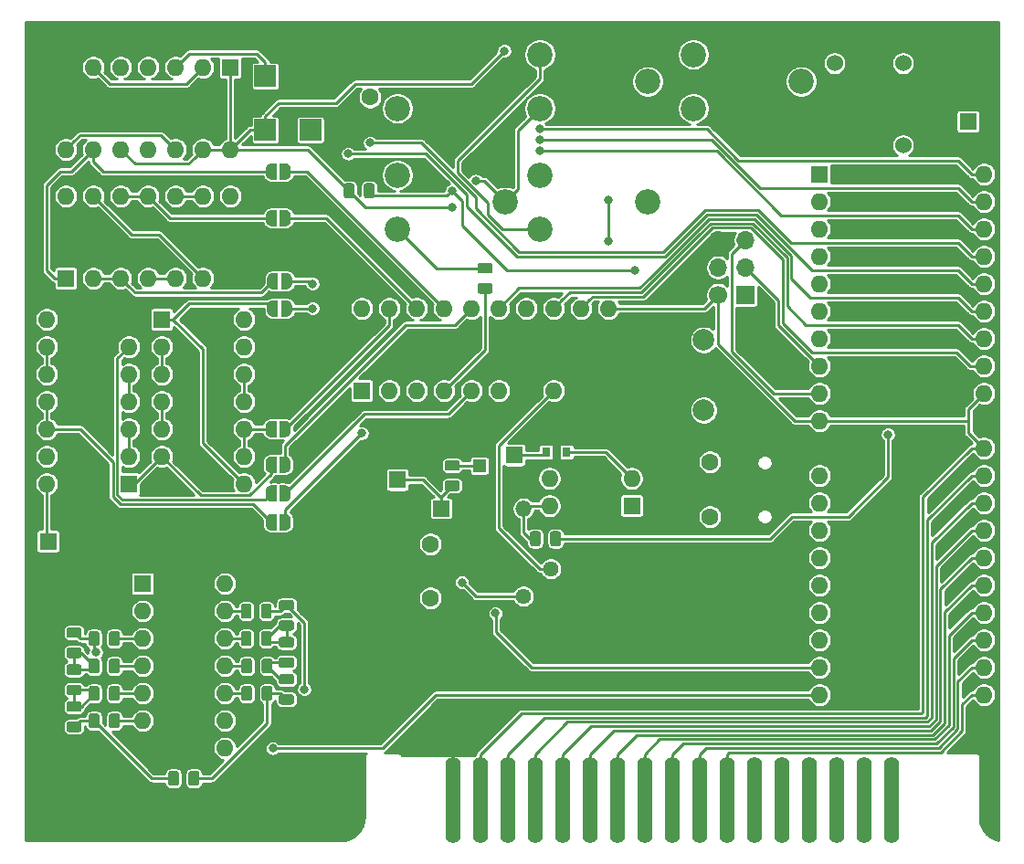
<source format=gtl>
G04 #@! TF.GenerationSoftware,KiCad,Pcbnew,5.1.5+dfsg1-2build2*
G04 #@! TF.CreationDate,2021-07-08T11:40:41+02:00*
G04 #@! TF.ProjectId,GraphixCard,47726170-6869-4784-9361-72642e6b6963,rev?*
G04 #@! TF.SameCoordinates,Original*
G04 #@! TF.FileFunction,Copper,L1,Top*
G04 #@! TF.FilePolarity,Positive*
%FSLAX46Y46*%
G04 Gerber Fmt 4.6, Leading zero omitted, Abs format (unit mm)*
G04 Created by KiCad (PCBNEW 5.1.5+dfsg1-2build2) date 2021-07-08 11:40:41*
%MOMM*%
%LPD*%
G04 APERTURE LIST*
%ADD10C,1.524000*%
%ADD11C,6.000000*%
%ADD12R,1.600000X1.600000*%
%ADD13O,1.600000X1.600000*%
%ADD14O,1.400000X8.000000*%
%ADD15R,2.000000X2.000000*%
%ADD16R,0.800000X0.900000*%
%ADD17R,1.500000X1.500000*%
%ADD18O,1.500000X1.500000*%
%ADD19C,0.100000*%
%ADD20C,2.340000*%
%ADD21R,1.200000X1.200000*%
%ADD22R,1.500000X1.600000*%
%ADD23C,1.600000*%
%ADD24O,1.700000X1.700000*%
%ADD25R,1.700000X1.700000*%
%ADD26C,1.700000*%
%ADD27C,1.440000*%
%ADD28C,2.000000*%
%ADD29C,0.800000*%
%ADD30C,0.250000*%
%ADD31C,0.254000*%
G04 APERTURE END LIST*
D10*
X136652000Y-59436000D03*
X143002000Y-59436000D03*
X137287000Y-67056000D03*
X143002000Y-67056000D03*
D11*
X148844000Y-58610500D03*
X64706500Y-128460500D03*
D12*
X71247000Y-98425000D03*
D13*
X63627000Y-83185000D03*
X71247000Y-95885000D03*
X63627000Y-85725000D03*
X71247000Y-93345000D03*
X63627000Y-88265000D03*
X71247000Y-90805000D03*
X63627000Y-90805000D03*
X71247000Y-88265000D03*
X63627000Y-93345000D03*
X71247000Y-85725000D03*
X63627000Y-95885000D03*
X71247000Y-83185000D03*
X63627000Y-98425000D03*
D14*
X101282500Y-127762000D03*
X103822500Y-127762000D03*
X106362500Y-127762000D03*
X108902500Y-127762000D03*
X111442500Y-127762000D03*
X113982500Y-127762000D03*
X116522500Y-127762000D03*
X119062500Y-127762000D03*
X121602500Y-127762000D03*
X124142500Y-127762000D03*
X126682500Y-127762000D03*
X129222500Y-127762000D03*
X131762500Y-127762000D03*
X134302500Y-127762000D03*
X136842500Y-127762000D03*
X139382500Y-127762000D03*
X141922500Y-127762000D03*
D15*
X88079000Y-65619000D03*
X88079000Y-60619000D03*
X83879000Y-60619000D03*
X83879000Y-65619000D03*
D12*
X135255000Y-69723000D03*
D13*
X150495000Y-117983000D03*
X135255000Y-72263000D03*
X150495000Y-115443000D03*
X135255000Y-74803000D03*
X150495000Y-112903000D03*
X135255000Y-77343000D03*
X150495000Y-110363000D03*
X135255000Y-79883000D03*
X150495000Y-107823000D03*
X135255000Y-82423000D03*
X150495000Y-105283000D03*
X135255000Y-84963000D03*
X150495000Y-102743000D03*
X135255000Y-87503000D03*
X150495000Y-100203000D03*
X135255000Y-90043000D03*
X150495000Y-97663000D03*
X135255000Y-92583000D03*
X150495000Y-95123000D03*
X135255000Y-95123000D03*
X150495000Y-92583000D03*
X135255000Y-97663000D03*
X150495000Y-90043000D03*
X135255000Y-100203000D03*
X150495000Y-87503000D03*
X135255000Y-102743000D03*
X150495000Y-84963000D03*
X135255000Y-105283000D03*
X150495000Y-82423000D03*
X135255000Y-107823000D03*
X150495000Y-79883000D03*
X135255000Y-110363000D03*
X150495000Y-77343000D03*
X135255000Y-112903000D03*
X150495000Y-74803000D03*
X135255000Y-115443000D03*
X150495000Y-72263000D03*
X135255000Y-117983000D03*
X150495000Y-69723000D03*
D16*
X109921000Y-95488000D03*
X111821000Y-95488000D03*
X110871000Y-93488000D03*
D17*
X100203000Y-100711000D03*
D18*
X107823000Y-100711000D03*
G04 #@! TA.AperFunction,SMDPad,CuDef*
D19*
G36*
X111060142Y-102806174D02*
G01*
X111083803Y-102809684D01*
X111107007Y-102815496D01*
X111129529Y-102823554D01*
X111151153Y-102833782D01*
X111171670Y-102846079D01*
X111190883Y-102860329D01*
X111208607Y-102876393D01*
X111224671Y-102894117D01*
X111238921Y-102913330D01*
X111251218Y-102933847D01*
X111261446Y-102955471D01*
X111269504Y-102977993D01*
X111275316Y-103001197D01*
X111278826Y-103024858D01*
X111280000Y-103048750D01*
X111280000Y-103961250D01*
X111278826Y-103985142D01*
X111275316Y-104008803D01*
X111269504Y-104032007D01*
X111261446Y-104054529D01*
X111251218Y-104076153D01*
X111238921Y-104096670D01*
X111224671Y-104115883D01*
X111208607Y-104133607D01*
X111190883Y-104149671D01*
X111171670Y-104163921D01*
X111151153Y-104176218D01*
X111129529Y-104186446D01*
X111107007Y-104194504D01*
X111083803Y-104200316D01*
X111060142Y-104203826D01*
X111036250Y-104205000D01*
X110548750Y-104205000D01*
X110524858Y-104203826D01*
X110501197Y-104200316D01*
X110477993Y-104194504D01*
X110455471Y-104186446D01*
X110433847Y-104176218D01*
X110413330Y-104163921D01*
X110394117Y-104149671D01*
X110376393Y-104133607D01*
X110360329Y-104115883D01*
X110346079Y-104096670D01*
X110333782Y-104076153D01*
X110323554Y-104054529D01*
X110315496Y-104032007D01*
X110309684Y-104008803D01*
X110306174Y-103985142D01*
X110305000Y-103961250D01*
X110305000Y-103048750D01*
X110306174Y-103024858D01*
X110309684Y-103001197D01*
X110315496Y-102977993D01*
X110323554Y-102955471D01*
X110333782Y-102933847D01*
X110346079Y-102913330D01*
X110360329Y-102894117D01*
X110376393Y-102876393D01*
X110394117Y-102860329D01*
X110413330Y-102846079D01*
X110433847Y-102833782D01*
X110455471Y-102823554D01*
X110477993Y-102815496D01*
X110501197Y-102809684D01*
X110524858Y-102806174D01*
X110548750Y-102805000D01*
X111036250Y-102805000D01*
X111060142Y-102806174D01*
G37*
G04 #@! TD.AperFunction*
G04 #@! TA.AperFunction,SMDPad,CuDef*
G36*
X109185142Y-102806174D02*
G01*
X109208803Y-102809684D01*
X109232007Y-102815496D01*
X109254529Y-102823554D01*
X109276153Y-102833782D01*
X109296670Y-102846079D01*
X109315883Y-102860329D01*
X109333607Y-102876393D01*
X109349671Y-102894117D01*
X109363921Y-102913330D01*
X109376218Y-102933847D01*
X109386446Y-102955471D01*
X109394504Y-102977993D01*
X109400316Y-103001197D01*
X109403826Y-103024858D01*
X109405000Y-103048750D01*
X109405000Y-103961250D01*
X109403826Y-103985142D01*
X109400316Y-104008803D01*
X109394504Y-104032007D01*
X109386446Y-104054529D01*
X109376218Y-104076153D01*
X109363921Y-104096670D01*
X109349671Y-104115883D01*
X109333607Y-104133607D01*
X109315883Y-104149671D01*
X109296670Y-104163921D01*
X109276153Y-104176218D01*
X109254529Y-104186446D01*
X109232007Y-104194504D01*
X109208803Y-104200316D01*
X109185142Y-104203826D01*
X109161250Y-104205000D01*
X108673750Y-104205000D01*
X108649858Y-104203826D01*
X108626197Y-104200316D01*
X108602993Y-104194504D01*
X108580471Y-104186446D01*
X108558847Y-104176218D01*
X108538330Y-104163921D01*
X108519117Y-104149671D01*
X108501393Y-104133607D01*
X108485329Y-104115883D01*
X108471079Y-104096670D01*
X108458782Y-104076153D01*
X108448554Y-104054529D01*
X108440496Y-104032007D01*
X108434684Y-104008803D01*
X108431174Y-103985142D01*
X108430000Y-103961250D01*
X108430000Y-103048750D01*
X108431174Y-103024858D01*
X108434684Y-103001197D01*
X108440496Y-102977993D01*
X108448554Y-102955471D01*
X108458782Y-102933847D01*
X108471079Y-102913330D01*
X108485329Y-102894117D01*
X108501393Y-102876393D01*
X108519117Y-102860329D01*
X108538330Y-102846079D01*
X108558847Y-102833782D01*
X108580471Y-102823554D01*
X108602993Y-102815496D01*
X108626197Y-102809684D01*
X108649858Y-102806174D01*
X108673750Y-102805000D01*
X109161250Y-102805000D01*
X109185142Y-102806174D01*
G37*
G04 #@! TD.AperFunction*
G04 #@! TA.AperFunction,SMDPad,CuDef*
G36*
X66647142Y-111733174D02*
G01*
X66670803Y-111736684D01*
X66694007Y-111742496D01*
X66716529Y-111750554D01*
X66738153Y-111760782D01*
X66758670Y-111773079D01*
X66777883Y-111787329D01*
X66795607Y-111803393D01*
X66811671Y-111821117D01*
X66825921Y-111840330D01*
X66838218Y-111860847D01*
X66848446Y-111882471D01*
X66856504Y-111904993D01*
X66862316Y-111928197D01*
X66865826Y-111951858D01*
X66867000Y-111975750D01*
X66867000Y-112463250D01*
X66865826Y-112487142D01*
X66862316Y-112510803D01*
X66856504Y-112534007D01*
X66848446Y-112556529D01*
X66838218Y-112578153D01*
X66825921Y-112598670D01*
X66811671Y-112617883D01*
X66795607Y-112635607D01*
X66777883Y-112651671D01*
X66758670Y-112665921D01*
X66738153Y-112678218D01*
X66716529Y-112688446D01*
X66694007Y-112696504D01*
X66670803Y-112702316D01*
X66647142Y-112705826D01*
X66623250Y-112707000D01*
X65710750Y-112707000D01*
X65686858Y-112705826D01*
X65663197Y-112702316D01*
X65639993Y-112696504D01*
X65617471Y-112688446D01*
X65595847Y-112678218D01*
X65575330Y-112665921D01*
X65556117Y-112651671D01*
X65538393Y-112635607D01*
X65522329Y-112617883D01*
X65508079Y-112598670D01*
X65495782Y-112578153D01*
X65485554Y-112556529D01*
X65477496Y-112534007D01*
X65471684Y-112510803D01*
X65468174Y-112487142D01*
X65467000Y-112463250D01*
X65467000Y-111975750D01*
X65468174Y-111951858D01*
X65471684Y-111928197D01*
X65477496Y-111904993D01*
X65485554Y-111882471D01*
X65495782Y-111860847D01*
X65508079Y-111840330D01*
X65522329Y-111821117D01*
X65538393Y-111803393D01*
X65556117Y-111787329D01*
X65575330Y-111773079D01*
X65595847Y-111760782D01*
X65617471Y-111750554D01*
X65639993Y-111742496D01*
X65663197Y-111736684D01*
X65686858Y-111733174D01*
X65710750Y-111732000D01*
X66623250Y-111732000D01*
X66647142Y-111733174D01*
G37*
G04 #@! TD.AperFunction*
G04 #@! TA.AperFunction,SMDPad,CuDef*
G36*
X66647142Y-113608174D02*
G01*
X66670803Y-113611684D01*
X66694007Y-113617496D01*
X66716529Y-113625554D01*
X66738153Y-113635782D01*
X66758670Y-113648079D01*
X66777883Y-113662329D01*
X66795607Y-113678393D01*
X66811671Y-113696117D01*
X66825921Y-113715330D01*
X66838218Y-113735847D01*
X66848446Y-113757471D01*
X66856504Y-113779993D01*
X66862316Y-113803197D01*
X66865826Y-113826858D01*
X66867000Y-113850750D01*
X66867000Y-114338250D01*
X66865826Y-114362142D01*
X66862316Y-114385803D01*
X66856504Y-114409007D01*
X66848446Y-114431529D01*
X66838218Y-114453153D01*
X66825921Y-114473670D01*
X66811671Y-114492883D01*
X66795607Y-114510607D01*
X66777883Y-114526671D01*
X66758670Y-114540921D01*
X66738153Y-114553218D01*
X66716529Y-114563446D01*
X66694007Y-114571504D01*
X66670803Y-114577316D01*
X66647142Y-114580826D01*
X66623250Y-114582000D01*
X65710750Y-114582000D01*
X65686858Y-114580826D01*
X65663197Y-114577316D01*
X65639993Y-114571504D01*
X65617471Y-114563446D01*
X65595847Y-114553218D01*
X65575330Y-114540921D01*
X65556117Y-114526671D01*
X65538393Y-114510607D01*
X65522329Y-114492883D01*
X65508079Y-114473670D01*
X65495782Y-114453153D01*
X65485554Y-114431529D01*
X65477496Y-114409007D01*
X65471684Y-114385803D01*
X65468174Y-114362142D01*
X65467000Y-114338250D01*
X65467000Y-113850750D01*
X65468174Y-113826858D01*
X65471684Y-113803197D01*
X65477496Y-113779993D01*
X65485554Y-113757471D01*
X65495782Y-113735847D01*
X65508079Y-113715330D01*
X65522329Y-113696117D01*
X65538393Y-113678393D01*
X65556117Y-113662329D01*
X65575330Y-113648079D01*
X65595847Y-113635782D01*
X65617471Y-113625554D01*
X65639993Y-113617496D01*
X65663197Y-113611684D01*
X65686858Y-113608174D01*
X65710750Y-113607000D01*
X66623250Y-113607000D01*
X66647142Y-113608174D01*
G37*
G04 #@! TD.AperFunction*
G04 #@! TA.AperFunction,SMDPad,CuDef*
G36*
X84940000Y-100064000D02*
G01*
X84440000Y-100064000D01*
X84440000Y-100063398D01*
X84415466Y-100063398D01*
X84366635Y-100058588D01*
X84318510Y-100049016D01*
X84271555Y-100034772D01*
X84226222Y-100015995D01*
X84182949Y-99992864D01*
X84142150Y-99965604D01*
X84104221Y-99934476D01*
X84069524Y-99899779D01*
X84038396Y-99861850D01*
X84011136Y-99821051D01*
X83988005Y-99777778D01*
X83969228Y-99732445D01*
X83954984Y-99685490D01*
X83945412Y-99637365D01*
X83940602Y-99588534D01*
X83940602Y-99564000D01*
X83940000Y-99564000D01*
X83940000Y-99064000D01*
X83940602Y-99064000D01*
X83940602Y-99039466D01*
X83945412Y-98990635D01*
X83954984Y-98942510D01*
X83969228Y-98895555D01*
X83988005Y-98850222D01*
X84011136Y-98806949D01*
X84038396Y-98766150D01*
X84069524Y-98728221D01*
X84104221Y-98693524D01*
X84142150Y-98662396D01*
X84182949Y-98635136D01*
X84226222Y-98612005D01*
X84271555Y-98593228D01*
X84318510Y-98578984D01*
X84366635Y-98569412D01*
X84415466Y-98564602D01*
X84440000Y-98564602D01*
X84440000Y-98564000D01*
X84940000Y-98564000D01*
X84940000Y-100064000D01*
G37*
G04 #@! TD.AperFunction*
G04 #@! TA.AperFunction,SMDPad,CuDef*
G36*
X85740000Y-98564602D02*
G01*
X85764534Y-98564602D01*
X85813365Y-98569412D01*
X85861490Y-98578984D01*
X85908445Y-98593228D01*
X85953778Y-98612005D01*
X85997051Y-98635136D01*
X86037850Y-98662396D01*
X86075779Y-98693524D01*
X86110476Y-98728221D01*
X86141604Y-98766150D01*
X86168864Y-98806949D01*
X86191995Y-98850222D01*
X86210772Y-98895555D01*
X86225016Y-98942510D01*
X86234588Y-98990635D01*
X86239398Y-99039466D01*
X86239398Y-99064000D01*
X86240000Y-99064000D01*
X86240000Y-99564000D01*
X86239398Y-99564000D01*
X86239398Y-99588534D01*
X86234588Y-99637365D01*
X86225016Y-99685490D01*
X86210772Y-99732445D01*
X86191995Y-99777778D01*
X86168864Y-99821051D01*
X86141604Y-99861850D01*
X86110476Y-99899779D01*
X86075779Y-99934476D01*
X86037850Y-99965604D01*
X85997051Y-99992864D01*
X85953778Y-100015995D01*
X85908445Y-100034772D01*
X85861490Y-100049016D01*
X85813365Y-100058588D01*
X85764534Y-100063398D01*
X85740000Y-100063398D01*
X85740000Y-100064000D01*
X85240000Y-100064000D01*
X85240000Y-98564000D01*
X85740000Y-98564000D01*
X85740000Y-98564602D01*
G37*
G04 #@! TD.AperFunction*
G04 #@! TA.AperFunction,SMDPad,CuDef*
G36*
X70166142Y-114617174D02*
G01*
X70189803Y-114620684D01*
X70213007Y-114626496D01*
X70235529Y-114634554D01*
X70257153Y-114644782D01*
X70277670Y-114657079D01*
X70296883Y-114671329D01*
X70314607Y-114687393D01*
X70330671Y-114705117D01*
X70344921Y-114724330D01*
X70357218Y-114744847D01*
X70367446Y-114766471D01*
X70375504Y-114788993D01*
X70381316Y-114812197D01*
X70384826Y-114835858D01*
X70386000Y-114859750D01*
X70386000Y-115772250D01*
X70384826Y-115796142D01*
X70381316Y-115819803D01*
X70375504Y-115843007D01*
X70367446Y-115865529D01*
X70357218Y-115887153D01*
X70344921Y-115907670D01*
X70330671Y-115926883D01*
X70314607Y-115944607D01*
X70296883Y-115960671D01*
X70277670Y-115974921D01*
X70257153Y-115987218D01*
X70235529Y-115997446D01*
X70213007Y-116005504D01*
X70189803Y-116011316D01*
X70166142Y-116014826D01*
X70142250Y-116016000D01*
X69654750Y-116016000D01*
X69630858Y-116014826D01*
X69607197Y-116011316D01*
X69583993Y-116005504D01*
X69561471Y-115997446D01*
X69539847Y-115987218D01*
X69519330Y-115974921D01*
X69500117Y-115960671D01*
X69482393Y-115944607D01*
X69466329Y-115926883D01*
X69452079Y-115907670D01*
X69439782Y-115887153D01*
X69429554Y-115865529D01*
X69421496Y-115843007D01*
X69415684Y-115819803D01*
X69412174Y-115796142D01*
X69411000Y-115772250D01*
X69411000Y-114859750D01*
X69412174Y-114835858D01*
X69415684Y-114812197D01*
X69421496Y-114788993D01*
X69429554Y-114766471D01*
X69439782Y-114744847D01*
X69452079Y-114724330D01*
X69466329Y-114705117D01*
X69482393Y-114687393D01*
X69500117Y-114671329D01*
X69519330Y-114657079D01*
X69539847Y-114644782D01*
X69561471Y-114634554D01*
X69583993Y-114626496D01*
X69607197Y-114620684D01*
X69630858Y-114617174D01*
X69654750Y-114616000D01*
X70142250Y-114616000D01*
X70166142Y-114617174D01*
G37*
G04 #@! TD.AperFunction*
G04 #@! TA.AperFunction,SMDPad,CuDef*
G36*
X68291142Y-114617174D02*
G01*
X68314803Y-114620684D01*
X68338007Y-114626496D01*
X68360529Y-114634554D01*
X68382153Y-114644782D01*
X68402670Y-114657079D01*
X68421883Y-114671329D01*
X68439607Y-114687393D01*
X68455671Y-114705117D01*
X68469921Y-114724330D01*
X68482218Y-114744847D01*
X68492446Y-114766471D01*
X68500504Y-114788993D01*
X68506316Y-114812197D01*
X68509826Y-114835858D01*
X68511000Y-114859750D01*
X68511000Y-115772250D01*
X68509826Y-115796142D01*
X68506316Y-115819803D01*
X68500504Y-115843007D01*
X68492446Y-115865529D01*
X68482218Y-115887153D01*
X68469921Y-115907670D01*
X68455671Y-115926883D01*
X68439607Y-115944607D01*
X68421883Y-115960671D01*
X68402670Y-115974921D01*
X68382153Y-115987218D01*
X68360529Y-115997446D01*
X68338007Y-116005504D01*
X68314803Y-116011316D01*
X68291142Y-116014826D01*
X68267250Y-116016000D01*
X67779750Y-116016000D01*
X67755858Y-116014826D01*
X67732197Y-116011316D01*
X67708993Y-116005504D01*
X67686471Y-115997446D01*
X67664847Y-115987218D01*
X67644330Y-115974921D01*
X67625117Y-115960671D01*
X67607393Y-115944607D01*
X67591329Y-115926883D01*
X67577079Y-115907670D01*
X67564782Y-115887153D01*
X67554554Y-115865529D01*
X67546496Y-115843007D01*
X67540684Y-115819803D01*
X67537174Y-115796142D01*
X67536000Y-115772250D01*
X67536000Y-114859750D01*
X67537174Y-114835858D01*
X67540684Y-114812197D01*
X67546496Y-114788993D01*
X67554554Y-114766471D01*
X67564782Y-114744847D01*
X67577079Y-114724330D01*
X67591329Y-114705117D01*
X67607393Y-114687393D01*
X67625117Y-114671329D01*
X67644330Y-114657079D01*
X67664847Y-114644782D01*
X67686471Y-114634554D01*
X67708993Y-114626496D01*
X67732197Y-114620684D01*
X67755858Y-114617174D01*
X67779750Y-114616000D01*
X68267250Y-114616000D01*
X68291142Y-114617174D01*
G37*
G04 #@! TD.AperFunction*
G04 #@! TA.AperFunction,SMDPad,CuDef*
G36*
X70166142Y-112077174D02*
G01*
X70189803Y-112080684D01*
X70213007Y-112086496D01*
X70235529Y-112094554D01*
X70257153Y-112104782D01*
X70277670Y-112117079D01*
X70296883Y-112131329D01*
X70314607Y-112147393D01*
X70330671Y-112165117D01*
X70344921Y-112184330D01*
X70357218Y-112204847D01*
X70367446Y-112226471D01*
X70375504Y-112248993D01*
X70381316Y-112272197D01*
X70384826Y-112295858D01*
X70386000Y-112319750D01*
X70386000Y-113232250D01*
X70384826Y-113256142D01*
X70381316Y-113279803D01*
X70375504Y-113303007D01*
X70367446Y-113325529D01*
X70357218Y-113347153D01*
X70344921Y-113367670D01*
X70330671Y-113386883D01*
X70314607Y-113404607D01*
X70296883Y-113420671D01*
X70277670Y-113434921D01*
X70257153Y-113447218D01*
X70235529Y-113457446D01*
X70213007Y-113465504D01*
X70189803Y-113471316D01*
X70166142Y-113474826D01*
X70142250Y-113476000D01*
X69654750Y-113476000D01*
X69630858Y-113474826D01*
X69607197Y-113471316D01*
X69583993Y-113465504D01*
X69561471Y-113457446D01*
X69539847Y-113447218D01*
X69519330Y-113434921D01*
X69500117Y-113420671D01*
X69482393Y-113404607D01*
X69466329Y-113386883D01*
X69452079Y-113367670D01*
X69439782Y-113347153D01*
X69429554Y-113325529D01*
X69421496Y-113303007D01*
X69415684Y-113279803D01*
X69412174Y-113256142D01*
X69411000Y-113232250D01*
X69411000Y-112319750D01*
X69412174Y-112295858D01*
X69415684Y-112272197D01*
X69421496Y-112248993D01*
X69429554Y-112226471D01*
X69439782Y-112204847D01*
X69452079Y-112184330D01*
X69466329Y-112165117D01*
X69482393Y-112147393D01*
X69500117Y-112131329D01*
X69519330Y-112117079D01*
X69539847Y-112104782D01*
X69561471Y-112094554D01*
X69583993Y-112086496D01*
X69607197Y-112080684D01*
X69630858Y-112077174D01*
X69654750Y-112076000D01*
X70142250Y-112076000D01*
X70166142Y-112077174D01*
G37*
G04 #@! TD.AperFunction*
G04 #@! TA.AperFunction,SMDPad,CuDef*
G36*
X68291142Y-112077174D02*
G01*
X68314803Y-112080684D01*
X68338007Y-112086496D01*
X68360529Y-112094554D01*
X68382153Y-112104782D01*
X68402670Y-112117079D01*
X68421883Y-112131329D01*
X68439607Y-112147393D01*
X68455671Y-112165117D01*
X68469921Y-112184330D01*
X68482218Y-112204847D01*
X68492446Y-112226471D01*
X68500504Y-112248993D01*
X68506316Y-112272197D01*
X68509826Y-112295858D01*
X68511000Y-112319750D01*
X68511000Y-113232250D01*
X68509826Y-113256142D01*
X68506316Y-113279803D01*
X68500504Y-113303007D01*
X68492446Y-113325529D01*
X68482218Y-113347153D01*
X68469921Y-113367670D01*
X68455671Y-113386883D01*
X68439607Y-113404607D01*
X68421883Y-113420671D01*
X68402670Y-113434921D01*
X68382153Y-113447218D01*
X68360529Y-113457446D01*
X68338007Y-113465504D01*
X68314803Y-113471316D01*
X68291142Y-113474826D01*
X68267250Y-113476000D01*
X67779750Y-113476000D01*
X67755858Y-113474826D01*
X67732197Y-113471316D01*
X67708993Y-113465504D01*
X67686471Y-113457446D01*
X67664847Y-113447218D01*
X67644330Y-113434921D01*
X67625117Y-113420671D01*
X67607393Y-113404607D01*
X67591329Y-113386883D01*
X67577079Y-113367670D01*
X67564782Y-113347153D01*
X67554554Y-113325529D01*
X67546496Y-113303007D01*
X67540684Y-113279803D01*
X67537174Y-113256142D01*
X67536000Y-113232250D01*
X67536000Y-112319750D01*
X67537174Y-112295858D01*
X67540684Y-112272197D01*
X67546496Y-112248993D01*
X67554554Y-112226471D01*
X67564782Y-112204847D01*
X67577079Y-112184330D01*
X67591329Y-112165117D01*
X67607393Y-112147393D01*
X67625117Y-112131329D01*
X67644330Y-112117079D01*
X67664847Y-112104782D01*
X67686471Y-112094554D01*
X67708993Y-112086496D01*
X67732197Y-112080684D01*
X67755858Y-112077174D01*
X67779750Y-112076000D01*
X68267250Y-112076000D01*
X68291142Y-112077174D01*
G37*
G04 #@! TD.AperFunction*
G04 #@! TA.AperFunction,SMDPad,CuDef*
G36*
X104747142Y-77951174D02*
G01*
X104770803Y-77954684D01*
X104794007Y-77960496D01*
X104816529Y-77968554D01*
X104838153Y-77978782D01*
X104858670Y-77991079D01*
X104877883Y-78005329D01*
X104895607Y-78021393D01*
X104911671Y-78039117D01*
X104925921Y-78058330D01*
X104938218Y-78078847D01*
X104948446Y-78100471D01*
X104956504Y-78122993D01*
X104962316Y-78146197D01*
X104965826Y-78169858D01*
X104967000Y-78193750D01*
X104967000Y-78681250D01*
X104965826Y-78705142D01*
X104962316Y-78728803D01*
X104956504Y-78752007D01*
X104948446Y-78774529D01*
X104938218Y-78796153D01*
X104925921Y-78816670D01*
X104911671Y-78835883D01*
X104895607Y-78853607D01*
X104877883Y-78869671D01*
X104858670Y-78883921D01*
X104838153Y-78896218D01*
X104816529Y-78906446D01*
X104794007Y-78914504D01*
X104770803Y-78920316D01*
X104747142Y-78923826D01*
X104723250Y-78925000D01*
X103810750Y-78925000D01*
X103786858Y-78923826D01*
X103763197Y-78920316D01*
X103739993Y-78914504D01*
X103717471Y-78906446D01*
X103695847Y-78896218D01*
X103675330Y-78883921D01*
X103656117Y-78869671D01*
X103638393Y-78853607D01*
X103622329Y-78835883D01*
X103608079Y-78816670D01*
X103595782Y-78796153D01*
X103585554Y-78774529D01*
X103577496Y-78752007D01*
X103571684Y-78728803D01*
X103568174Y-78705142D01*
X103567000Y-78681250D01*
X103567000Y-78193750D01*
X103568174Y-78169858D01*
X103571684Y-78146197D01*
X103577496Y-78122993D01*
X103585554Y-78100471D01*
X103595782Y-78078847D01*
X103608079Y-78058330D01*
X103622329Y-78039117D01*
X103638393Y-78021393D01*
X103656117Y-78005329D01*
X103675330Y-77991079D01*
X103695847Y-77978782D01*
X103717471Y-77968554D01*
X103739993Y-77960496D01*
X103763197Y-77954684D01*
X103786858Y-77951174D01*
X103810750Y-77950000D01*
X104723250Y-77950000D01*
X104747142Y-77951174D01*
G37*
G04 #@! TD.AperFunction*
G04 #@! TA.AperFunction,SMDPad,CuDef*
G36*
X104747142Y-79826174D02*
G01*
X104770803Y-79829684D01*
X104794007Y-79835496D01*
X104816529Y-79843554D01*
X104838153Y-79853782D01*
X104858670Y-79866079D01*
X104877883Y-79880329D01*
X104895607Y-79896393D01*
X104911671Y-79914117D01*
X104925921Y-79933330D01*
X104938218Y-79953847D01*
X104948446Y-79975471D01*
X104956504Y-79997993D01*
X104962316Y-80021197D01*
X104965826Y-80044858D01*
X104967000Y-80068750D01*
X104967000Y-80556250D01*
X104965826Y-80580142D01*
X104962316Y-80603803D01*
X104956504Y-80627007D01*
X104948446Y-80649529D01*
X104938218Y-80671153D01*
X104925921Y-80691670D01*
X104911671Y-80710883D01*
X104895607Y-80728607D01*
X104877883Y-80744671D01*
X104858670Y-80758921D01*
X104838153Y-80771218D01*
X104816529Y-80781446D01*
X104794007Y-80789504D01*
X104770803Y-80795316D01*
X104747142Y-80798826D01*
X104723250Y-80800000D01*
X103810750Y-80800000D01*
X103786858Y-80798826D01*
X103763197Y-80795316D01*
X103739993Y-80789504D01*
X103717471Y-80781446D01*
X103695847Y-80771218D01*
X103675330Y-80758921D01*
X103656117Y-80744671D01*
X103638393Y-80728607D01*
X103622329Y-80710883D01*
X103608079Y-80691670D01*
X103595782Y-80671153D01*
X103585554Y-80649529D01*
X103577496Y-80627007D01*
X103571684Y-80603803D01*
X103568174Y-80580142D01*
X103567000Y-80556250D01*
X103567000Y-80068750D01*
X103568174Y-80044858D01*
X103571684Y-80021197D01*
X103577496Y-79997993D01*
X103585554Y-79975471D01*
X103595782Y-79953847D01*
X103608079Y-79933330D01*
X103622329Y-79914117D01*
X103638393Y-79896393D01*
X103656117Y-79880329D01*
X103675330Y-79866079D01*
X103695847Y-79853782D01*
X103717471Y-79843554D01*
X103739993Y-79835496D01*
X103763197Y-79829684D01*
X103786858Y-79826174D01*
X103810750Y-79825000D01*
X104723250Y-79825000D01*
X104747142Y-79826174D01*
G37*
G04 #@! TD.AperFunction*
D12*
X117856000Y-100457000D03*
D13*
X110236000Y-97917000D03*
X117856000Y-97917000D03*
X110236000Y-100457000D03*
G04 #@! TA.AperFunction,SMDPad,CuDef*
D19*
G36*
X85067000Y-82919000D02*
G01*
X84567000Y-82919000D01*
X84567000Y-82918398D01*
X84542466Y-82918398D01*
X84493635Y-82913588D01*
X84445510Y-82904016D01*
X84398555Y-82889772D01*
X84353222Y-82870995D01*
X84309949Y-82847864D01*
X84269150Y-82820604D01*
X84231221Y-82789476D01*
X84196524Y-82754779D01*
X84165396Y-82716850D01*
X84138136Y-82676051D01*
X84115005Y-82632778D01*
X84096228Y-82587445D01*
X84081984Y-82540490D01*
X84072412Y-82492365D01*
X84067602Y-82443534D01*
X84067602Y-82419000D01*
X84067000Y-82419000D01*
X84067000Y-81919000D01*
X84067602Y-81919000D01*
X84067602Y-81894466D01*
X84072412Y-81845635D01*
X84081984Y-81797510D01*
X84096228Y-81750555D01*
X84115005Y-81705222D01*
X84138136Y-81661949D01*
X84165396Y-81621150D01*
X84196524Y-81583221D01*
X84231221Y-81548524D01*
X84269150Y-81517396D01*
X84309949Y-81490136D01*
X84353222Y-81467005D01*
X84398555Y-81448228D01*
X84445510Y-81433984D01*
X84493635Y-81424412D01*
X84542466Y-81419602D01*
X84567000Y-81419602D01*
X84567000Y-81419000D01*
X85067000Y-81419000D01*
X85067000Y-82919000D01*
G37*
G04 #@! TD.AperFunction*
G04 #@! TA.AperFunction,SMDPad,CuDef*
G36*
X85867000Y-81419602D02*
G01*
X85891534Y-81419602D01*
X85940365Y-81424412D01*
X85988490Y-81433984D01*
X86035445Y-81448228D01*
X86080778Y-81467005D01*
X86124051Y-81490136D01*
X86164850Y-81517396D01*
X86202779Y-81548524D01*
X86237476Y-81583221D01*
X86268604Y-81621150D01*
X86295864Y-81661949D01*
X86318995Y-81705222D01*
X86337772Y-81750555D01*
X86352016Y-81797510D01*
X86361588Y-81845635D01*
X86366398Y-81894466D01*
X86366398Y-81919000D01*
X86367000Y-81919000D01*
X86367000Y-82419000D01*
X86366398Y-82419000D01*
X86366398Y-82443534D01*
X86361588Y-82492365D01*
X86352016Y-82540490D01*
X86337772Y-82587445D01*
X86318995Y-82632778D01*
X86295864Y-82676051D01*
X86268604Y-82716850D01*
X86237476Y-82754779D01*
X86202779Y-82789476D01*
X86164850Y-82820604D01*
X86124051Y-82847864D01*
X86080778Y-82870995D01*
X86035445Y-82889772D01*
X85988490Y-82904016D01*
X85940365Y-82913588D01*
X85891534Y-82918398D01*
X85867000Y-82918398D01*
X85867000Y-82919000D01*
X85367000Y-82919000D01*
X85367000Y-81419000D01*
X85867000Y-81419000D01*
X85867000Y-81419602D01*
G37*
G04 #@! TD.AperFunction*
D13*
X80137000Y-107673000D03*
X72517000Y-122913000D03*
X80137000Y-110213000D03*
X72517000Y-120373000D03*
X80137000Y-112753000D03*
X72517000Y-117833000D03*
X80137000Y-115293000D03*
X72517000Y-115293000D03*
X80137000Y-117833000D03*
X72517000Y-112753000D03*
X80137000Y-120373000D03*
X72517000Y-110213000D03*
X80137000Y-122913000D03*
D12*
X72517000Y-107673000D03*
D20*
X109347000Y-58627000D03*
X119347000Y-61127000D03*
X109347000Y-63627000D03*
G04 #@! TA.AperFunction,SMDPad,CuDef*
D19*
G36*
X84925000Y-97397000D02*
G01*
X84425000Y-97397000D01*
X84425000Y-97396398D01*
X84400466Y-97396398D01*
X84351635Y-97391588D01*
X84303510Y-97382016D01*
X84256555Y-97367772D01*
X84211222Y-97348995D01*
X84167949Y-97325864D01*
X84127150Y-97298604D01*
X84089221Y-97267476D01*
X84054524Y-97232779D01*
X84023396Y-97194850D01*
X83996136Y-97154051D01*
X83973005Y-97110778D01*
X83954228Y-97065445D01*
X83939984Y-97018490D01*
X83930412Y-96970365D01*
X83925602Y-96921534D01*
X83925602Y-96897000D01*
X83925000Y-96897000D01*
X83925000Y-96397000D01*
X83925602Y-96397000D01*
X83925602Y-96372466D01*
X83930412Y-96323635D01*
X83939984Y-96275510D01*
X83954228Y-96228555D01*
X83973005Y-96183222D01*
X83996136Y-96139949D01*
X84023396Y-96099150D01*
X84054524Y-96061221D01*
X84089221Y-96026524D01*
X84127150Y-95995396D01*
X84167949Y-95968136D01*
X84211222Y-95945005D01*
X84256555Y-95926228D01*
X84303510Y-95911984D01*
X84351635Y-95902412D01*
X84400466Y-95897602D01*
X84425000Y-95897602D01*
X84425000Y-95897000D01*
X84925000Y-95897000D01*
X84925000Y-97397000D01*
G37*
G04 #@! TD.AperFunction*
G04 #@! TA.AperFunction,SMDPad,CuDef*
G36*
X85725000Y-95897602D02*
G01*
X85749534Y-95897602D01*
X85798365Y-95902412D01*
X85846490Y-95911984D01*
X85893445Y-95926228D01*
X85938778Y-95945005D01*
X85982051Y-95968136D01*
X86022850Y-95995396D01*
X86060779Y-96026524D01*
X86095476Y-96061221D01*
X86126604Y-96099150D01*
X86153864Y-96139949D01*
X86176995Y-96183222D01*
X86195772Y-96228555D01*
X86210016Y-96275510D01*
X86219588Y-96323635D01*
X86224398Y-96372466D01*
X86224398Y-96397000D01*
X86225000Y-96397000D01*
X86225000Y-96897000D01*
X86224398Y-96897000D01*
X86224398Y-96921534D01*
X86219588Y-96970365D01*
X86210016Y-97018490D01*
X86195772Y-97065445D01*
X86176995Y-97110778D01*
X86153864Y-97154051D01*
X86126604Y-97194850D01*
X86095476Y-97232779D01*
X86060779Y-97267476D01*
X86022850Y-97298604D01*
X85982051Y-97325864D01*
X85938778Y-97348995D01*
X85893445Y-97367772D01*
X85846490Y-97382016D01*
X85798365Y-97391588D01*
X85749534Y-97396398D01*
X85725000Y-97396398D01*
X85725000Y-97397000D01*
X85225000Y-97397000D01*
X85225000Y-95897000D01*
X85725000Y-95897000D01*
X85725000Y-95897602D01*
G37*
G04 #@! TD.AperFunction*
D12*
X74295000Y-83185000D03*
D13*
X81915000Y-98425000D03*
X74295000Y-85725000D03*
X81915000Y-95885000D03*
X74295000Y-88265000D03*
X81915000Y-93345000D03*
X74295000Y-90805000D03*
X81915000Y-90805000D03*
X74295000Y-93345000D03*
X81915000Y-88265000D03*
X74295000Y-95885000D03*
X81915000Y-85725000D03*
X74295000Y-98425000D03*
X81915000Y-83185000D03*
D20*
X96139000Y-58627000D03*
X106139000Y-61127000D03*
X96139000Y-63627000D03*
X123571000Y-58627000D03*
X133571000Y-61127000D03*
X123571000Y-63627000D03*
D21*
X103737000Y-94758000D03*
X103737000Y-96758000D03*
D22*
X106987000Y-95758000D03*
G04 #@! TA.AperFunction,SMDPad,CuDef*
D19*
G36*
X84955000Y-74537000D02*
G01*
X84455000Y-74537000D01*
X84455000Y-74536398D01*
X84430466Y-74536398D01*
X84381635Y-74531588D01*
X84333510Y-74522016D01*
X84286555Y-74507772D01*
X84241222Y-74488995D01*
X84197949Y-74465864D01*
X84157150Y-74438604D01*
X84119221Y-74407476D01*
X84084524Y-74372779D01*
X84053396Y-74334850D01*
X84026136Y-74294051D01*
X84003005Y-74250778D01*
X83984228Y-74205445D01*
X83969984Y-74158490D01*
X83960412Y-74110365D01*
X83955602Y-74061534D01*
X83955602Y-74037000D01*
X83955000Y-74037000D01*
X83955000Y-73537000D01*
X83955602Y-73537000D01*
X83955602Y-73512466D01*
X83960412Y-73463635D01*
X83969984Y-73415510D01*
X83984228Y-73368555D01*
X84003005Y-73323222D01*
X84026136Y-73279949D01*
X84053396Y-73239150D01*
X84084524Y-73201221D01*
X84119221Y-73166524D01*
X84157150Y-73135396D01*
X84197949Y-73108136D01*
X84241222Y-73085005D01*
X84286555Y-73066228D01*
X84333510Y-73051984D01*
X84381635Y-73042412D01*
X84430466Y-73037602D01*
X84455000Y-73037602D01*
X84455000Y-73037000D01*
X84955000Y-73037000D01*
X84955000Y-74537000D01*
G37*
G04 #@! TD.AperFunction*
G04 #@! TA.AperFunction,SMDPad,CuDef*
G36*
X85755000Y-73037602D02*
G01*
X85779534Y-73037602D01*
X85828365Y-73042412D01*
X85876490Y-73051984D01*
X85923445Y-73066228D01*
X85968778Y-73085005D01*
X86012051Y-73108136D01*
X86052850Y-73135396D01*
X86090779Y-73166524D01*
X86125476Y-73201221D01*
X86156604Y-73239150D01*
X86183864Y-73279949D01*
X86206995Y-73323222D01*
X86225772Y-73368555D01*
X86240016Y-73415510D01*
X86249588Y-73463635D01*
X86254398Y-73512466D01*
X86254398Y-73537000D01*
X86255000Y-73537000D01*
X86255000Y-74037000D01*
X86254398Y-74037000D01*
X86254398Y-74061534D01*
X86249588Y-74110365D01*
X86240016Y-74158490D01*
X86225772Y-74205445D01*
X86206995Y-74250778D01*
X86183864Y-74294051D01*
X86156604Y-74334850D01*
X86125476Y-74372779D01*
X86090779Y-74407476D01*
X86052850Y-74438604D01*
X86012051Y-74465864D01*
X85968778Y-74488995D01*
X85923445Y-74507772D01*
X85876490Y-74522016D01*
X85828365Y-74531588D01*
X85779534Y-74536398D01*
X85755000Y-74536398D01*
X85755000Y-74537000D01*
X85255000Y-74537000D01*
X85255000Y-73037000D01*
X85755000Y-73037000D01*
X85755000Y-73037602D01*
G37*
G04 #@! TD.AperFunction*
D23*
X65754000Y-103759000D03*
D12*
X63754000Y-103759000D03*
G04 #@! TA.AperFunction,SMDPad,CuDef*
D19*
G36*
X75657142Y-125031174D02*
G01*
X75680803Y-125034684D01*
X75704007Y-125040496D01*
X75726529Y-125048554D01*
X75748153Y-125058782D01*
X75768670Y-125071079D01*
X75787883Y-125085329D01*
X75805607Y-125101393D01*
X75821671Y-125119117D01*
X75835921Y-125138330D01*
X75848218Y-125158847D01*
X75858446Y-125180471D01*
X75866504Y-125202993D01*
X75872316Y-125226197D01*
X75875826Y-125249858D01*
X75877000Y-125273750D01*
X75877000Y-126186250D01*
X75875826Y-126210142D01*
X75872316Y-126233803D01*
X75866504Y-126257007D01*
X75858446Y-126279529D01*
X75848218Y-126301153D01*
X75835921Y-126321670D01*
X75821671Y-126340883D01*
X75805607Y-126358607D01*
X75787883Y-126374671D01*
X75768670Y-126388921D01*
X75748153Y-126401218D01*
X75726529Y-126411446D01*
X75704007Y-126419504D01*
X75680803Y-126425316D01*
X75657142Y-126428826D01*
X75633250Y-126430000D01*
X75145750Y-126430000D01*
X75121858Y-126428826D01*
X75098197Y-126425316D01*
X75074993Y-126419504D01*
X75052471Y-126411446D01*
X75030847Y-126401218D01*
X75010330Y-126388921D01*
X74991117Y-126374671D01*
X74973393Y-126358607D01*
X74957329Y-126340883D01*
X74943079Y-126321670D01*
X74930782Y-126301153D01*
X74920554Y-126279529D01*
X74912496Y-126257007D01*
X74906684Y-126233803D01*
X74903174Y-126210142D01*
X74902000Y-126186250D01*
X74902000Y-125273750D01*
X74903174Y-125249858D01*
X74906684Y-125226197D01*
X74912496Y-125202993D01*
X74920554Y-125180471D01*
X74930782Y-125158847D01*
X74943079Y-125138330D01*
X74957329Y-125119117D01*
X74973393Y-125101393D01*
X74991117Y-125085329D01*
X75010330Y-125071079D01*
X75030847Y-125058782D01*
X75052471Y-125048554D01*
X75074993Y-125040496D01*
X75098197Y-125034684D01*
X75121858Y-125031174D01*
X75145750Y-125030000D01*
X75633250Y-125030000D01*
X75657142Y-125031174D01*
G37*
G04 #@! TD.AperFunction*
G04 #@! TA.AperFunction,SMDPad,CuDef*
G36*
X77532142Y-125031174D02*
G01*
X77555803Y-125034684D01*
X77579007Y-125040496D01*
X77601529Y-125048554D01*
X77623153Y-125058782D01*
X77643670Y-125071079D01*
X77662883Y-125085329D01*
X77680607Y-125101393D01*
X77696671Y-125119117D01*
X77710921Y-125138330D01*
X77723218Y-125158847D01*
X77733446Y-125180471D01*
X77741504Y-125202993D01*
X77747316Y-125226197D01*
X77750826Y-125249858D01*
X77752000Y-125273750D01*
X77752000Y-126186250D01*
X77750826Y-126210142D01*
X77747316Y-126233803D01*
X77741504Y-126257007D01*
X77733446Y-126279529D01*
X77723218Y-126301153D01*
X77710921Y-126321670D01*
X77696671Y-126340883D01*
X77680607Y-126358607D01*
X77662883Y-126374671D01*
X77643670Y-126388921D01*
X77623153Y-126401218D01*
X77601529Y-126411446D01*
X77579007Y-126419504D01*
X77555803Y-126425316D01*
X77532142Y-126428826D01*
X77508250Y-126430000D01*
X77020750Y-126430000D01*
X76996858Y-126428826D01*
X76973197Y-126425316D01*
X76949993Y-126419504D01*
X76927471Y-126411446D01*
X76905847Y-126401218D01*
X76885330Y-126388921D01*
X76866117Y-126374671D01*
X76848393Y-126358607D01*
X76832329Y-126340883D01*
X76818079Y-126321670D01*
X76805782Y-126301153D01*
X76795554Y-126279529D01*
X76787496Y-126257007D01*
X76781684Y-126233803D01*
X76778174Y-126210142D01*
X76777000Y-126186250D01*
X76777000Y-125273750D01*
X76778174Y-125249858D01*
X76781684Y-125226197D01*
X76787496Y-125202993D01*
X76795554Y-125180471D01*
X76805782Y-125158847D01*
X76818079Y-125138330D01*
X76832329Y-125119117D01*
X76848393Y-125101393D01*
X76866117Y-125085329D01*
X76885330Y-125071079D01*
X76905847Y-125058782D01*
X76927471Y-125048554D01*
X76949993Y-125040496D01*
X76973197Y-125034684D01*
X76996858Y-125031174D01*
X77020750Y-125030000D01*
X77508250Y-125030000D01*
X77532142Y-125031174D01*
G37*
G04 #@! TD.AperFunction*
G04 #@! TA.AperFunction,SMDPad,CuDef*
G36*
X66647142Y-118591174D02*
G01*
X66670803Y-118594684D01*
X66694007Y-118600496D01*
X66716529Y-118608554D01*
X66738153Y-118618782D01*
X66758670Y-118631079D01*
X66777883Y-118645329D01*
X66795607Y-118661393D01*
X66811671Y-118679117D01*
X66825921Y-118698330D01*
X66838218Y-118718847D01*
X66848446Y-118740471D01*
X66856504Y-118762993D01*
X66862316Y-118786197D01*
X66865826Y-118809858D01*
X66867000Y-118833750D01*
X66867000Y-119321250D01*
X66865826Y-119345142D01*
X66862316Y-119368803D01*
X66856504Y-119392007D01*
X66848446Y-119414529D01*
X66838218Y-119436153D01*
X66825921Y-119456670D01*
X66811671Y-119475883D01*
X66795607Y-119493607D01*
X66777883Y-119509671D01*
X66758670Y-119523921D01*
X66738153Y-119536218D01*
X66716529Y-119546446D01*
X66694007Y-119554504D01*
X66670803Y-119560316D01*
X66647142Y-119563826D01*
X66623250Y-119565000D01*
X65710750Y-119565000D01*
X65686858Y-119563826D01*
X65663197Y-119560316D01*
X65639993Y-119554504D01*
X65617471Y-119546446D01*
X65595847Y-119536218D01*
X65575330Y-119523921D01*
X65556117Y-119509671D01*
X65538393Y-119493607D01*
X65522329Y-119475883D01*
X65508079Y-119456670D01*
X65495782Y-119436153D01*
X65485554Y-119414529D01*
X65477496Y-119392007D01*
X65471684Y-119368803D01*
X65468174Y-119345142D01*
X65467000Y-119321250D01*
X65467000Y-118833750D01*
X65468174Y-118809858D01*
X65471684Y-118786197D01*
X65477496Y-118762993D01*
X65485554Y-118740471D01*
X65495782Y-118718847D01*
X65508079Y-118698330D01*
X65522329Y-118679117D01*
X65538393Y-118661393D01*
X65556117Y-118645329D01*
X65575330Y-118631079D01*
X65595847Y-118618782D01*
X65617471Y-118608554D01*
X65639993Y-118600496D01*
X65663197Y-118594684D01*
X65686858Y-118591174D01*
X65710750Y-118590000D01*
X66623250Y-118590000D01*
X66647142Y-118591174D01*
G37*
G04 #@! TD.AperFunction*
G04 #@! TA.AperFunction,SMDPad,CuDef*
G36*
X66647142Y-120466174D02*
G01*
X66670803Y-120469684D01*
X66694007Y-120475496D01*
X66716529Y-120483554D01*
X66738153Y-120493782D01*
X66758670Y-120506079D01*
X66777883Y-120520329D01*
X66795607Y-120536393D01*
X66811671Y-120554117D01*
X66825921Y-120573330D01*
X66838218Y-120593847D01*
X66848446Y-120615471D01*
X66856504Y-120637993D01*
X66862316Y-120661197D01*
X66865826Y-120684858D01*
X66867000Y-120708750D01*
X66867000Y-121196250D01*
X66865826Y-121220142D01*
X66862316Y-121243803D01*
X66856504Y-121267007D01*
X66848446Y-121289529D01*
X66838218Y-121311153D01*
X66825921Y-121331670D01*
X66811671Y-121350883D01*
X66795607Y-121368607D01*
X66777883Y-121384671D01*
X66758670Y-121398921D01*
X66738153Y-121411218D01*
X66716529Y-121421446D01*
X66694007Y-121429504D01*
X66670803Y-121435316D01*
X66647142Y-121438826D01*
X66623250Y-121440000D01*
X65710750Y-121440000D01*
X65686858Y-121438826D01*
X65663197Y-121435316D01*
X65639993Y-121429504D01*
X65617471Y-121421446D01*
X65595847Y-121411218D01*
X65575330Y-121398921D01*
X65556117Y-121384671D01*
X65538393Y-121368607D01*
X65522329Y-121350883D01*
X65508079Y-121331670D01*
X65495782Y-121311153D01*
X65485554Y-121289529D01*
X65477496Y-121267007D01*
X65471684Y-121243803D01*
X65468174Y-121220142D01*
X65467000Y-121196250D01*
X65467000Y-120708750D01*
X65468174Y-120684858D01*
X65471684Y-120661197D01*
X65477496Y-120637993D01*
X65485554Y-120615471D01*
X65495782Y-120593847D01*
X65508079Y-120573330D01*
X65522329Y-120554117D01*
X65538393Y-120536393D01*
X65556117Y-120520329D01*
X65575330Y-120506079D01*
X65595847Y-120493782D01*
X65617471Y-120483554D01*
X65639993Y-120475496D01*
X65663197Y-120469684D01*
X65686858Y-120466174D01*
X65710750Y-120465000D01*
X66623250Y-120465000D01*
X66647142Y-120466174D01*
G37*
G04 #@! TD.AperFunction*
G04 #@! TA.AperFunction,SMDPad,CuDef*
G36*
X66647142Y-115162174D02*
G01*
X66670803Y-115165684D01*
X66694007Y-115171496D01*
X66716529Y-115179554D01*
X66738153Y-115189782D01*
X66758670Y-115202079D01*
X66777883Y-115216329D01*
X66795607Y-115232393D01*
X66811671Y-115250117D01*
X66825921Y-115269330D01*
X66838218Y-115289847D01*
X66848446Y-115311471D01*
X66856504Y-115333993D01*
X66862316Y-115357197D01*
X66865826Y-115380858D01*
X66867000Y-115404750D01*
X66867000Y-115892250D01*
X66865826Y-115916142D01*
X66862316Y-115939803D01*
X66856504Y-115963007D01*
X66848446Y-115985529D01*
X66838218Y-116007153D01*
X66825921Y-116027670D01*
X66811671Y-116046883D01*
X66795607Y-116064607D01*
X66777883Y-116080671D01*
X66758670Y-116094921D01*
X66738153Y-116107218D01*
X66716529Y-116117446D01*
X66694007Y-116125504D01*
X66670803Y-116131316D01*
X66647142Y-116134826D01*
X66623250Y-116136000D01*
X65710750Y-116136000D01*
X65686858Y-116134826D01*
X65663197Y-116131316D01*
X65639993Y-116125504D01*
X65617471Y-116117446D01*
X65595847Y-116107218D01*
X65575330Y-116094921D01*
X65556117Y-116080671D01*
X65538393Y-116064607D01*
X65522329Y-116046883D01*
X65508079Y-116027670D01*
X65495782Y-116007153D01*
X65485554Y-115985529D01*
X65477496Y-115963007D01*
X65471684Y-115939803D01*
X65468174Y-115916142D01*
X65467000Y-115892250D01*
X65467000Y-115404750D01*
X65468174Y-115380858D01*
X65471684Y-115357197D01*
X65477496Y-115333993D01*
X65485554Y-115311471D01*
X65495782Y-115289847D01*
X65508079Y-115269330D01*
X65522329Y-115250117D01*
X65538393Y-115232393D01*
X65556117Y-115216329D01*
X65575330Y-115202079D01*
X65595847Y-115189782D01*
X65617471Y-115179554D01*
X65639993Y-115171496D01*
X65663197Y-115165684D01*
X65686858Y-115162174D01*
X65710750Y-115161000D01*
X66623250Y-115161000D01*
X66647142Y-115162174D01*
G37*
G04 #@! TD.AperFunction*
G04 #@! TA.AperFunction,SMDPad,CuDef*
G36*
X66647142Y-117037174D02*
G01*
X66670803Y-117040684D01*
X66694007Y-117046496D01*
X66716529Y-117054554D01*
X66738153Y-117064782D01*
X66758670Y-117077079D01*
X66777883Y-117091329D01*
X66795607Y-117107393D01*
X66811671Y-117125117D01*
X66825921Y-117144330D01*
X66838218Y-117164847D01*
X66848446Y-117186471D01*
X66856504Y-117208993D01*
X66862316Y-117232197D01*
X66865826Y-117255858D01*
X66867000Y-117279750D01*
X66867000Y-117767250D01*
X66865826Y-117791142D01*
X66862316Y-117814803D01*
X66856504Y-117838007D01*
X66848446Y-117860529D01*
X66838218Y-117882153D01*
X66825921Y-117902670D01*
X66811671Y-117921883D01*
X66795607Y-117939607D01*
X66777883Y-117955671D01*
X66758670Y-117969921D01*
X66738153Y-117982218D01*
X66716529Y-117992446D01*
X66694007Y-118000504D01*
X66670803Y-118006316D01*
X66647142Y-118009826D01*
X66623250Y-118011000D01*
X65710750Y-118011000D01*
X65686858Y-118009826D01*
X65663197Y-118006316D01*
X65639993Y-118000504D01*
X65617471Y-117992446D01*
X65595847Y-117982218D01*
X65575330Y-117969921D01*
X65556117Y-117955671D01*
X65538393Y-117939607D01*
X65522329Y-117921883D01*
X65508079Y-117902670D01*
X65495782Y-117882153D01*
X65485554Y-117860529D01*
X65477496Y-117838007D01*
X65471684Y-117814803D01*
X65468174Y-117791142D01*
X65467000Y-117767250D01*
X65467000Y-117279750D01*
X65468174Y-117255858D01*
X65471684Y-117232197D01*
X65477496Y-117208993D01*
X65485554Y-117186471D01*
X65495782Y-117164847D01*
X65508079Y-117144330D01*
X65522329Y-117125117D01*
X65538393Y-117107393D01*
X65556117Y-117091329D01*
X65575330Y-117077079D01*
X65595847Y-117064782D01*
X65617471Y-117054554D01*
X65639993Y-117046496D01*
X65663197Y-117040684D01*
X65686858Y-117037174D01*
X65710750Y-117036000D01*
X66623250Y-117036000D01*
X66647142Y-117037174D01*
G37*
G04 #@! TD.AperFunction*
G04 #@! TA.AperFunction,SMDPad,CuDef*
G36*
X86332142Y-111068174D02*
G01*
X86355803Y-111071684D01*
X86379007Y-111077496D01*
X86401529Y-111085554D01*
X86423153Y-111095782D01*
X86443670Y-111108079D01*
X86462883Y-111122329D01*
X86480607Y-111138393D01*
X86496671Y-111156117D01*
X86510921Y-111175330D01*
X86523218Y-111195847D01*
X86533446Y-111217471D01*
X86541504Y-111239993D01*
X86547316Y-111263197D01*
X86550826Y-111286858D01*
X86552000Y-111310750D01*
X86552000Y-111798250D01*
X86550826Y-111822142D01*
X86547316Y-111845803D01*
X86541504Y-111869007D01*
X86533446Y-111891529D01*
X86523218Y-111913153D01*
X86510921Y-111933670D01*
X86496671Y-111952883D01*
X86480607Y-111970607D01*
X86462883Y-111986671D01*
X86443670Y-112000921D01*
X86423153Y-112013218D01*
X86401529Y-112023446D01*
X86379007Y-112031504D01*
X86355803Y-112037316D01*
X86332142Y-112040826D01*
X86308250Y-112042000D01*
X85395750Y-112042000D01*
X85371858Y-112040826D01*
X85348197Y-112037316D01*
X85324993Y-112031504D01*
X85302471Y-112023446D01*
X85280847Y-112013218D01*
X85260330Y-112000921D01*
X85241117Y-111986671D01*
X85223393Y-111970607D01*
X85207329Y-111952883D01*
X85193079Y-111933670D01*
X85180782Y-111913153D01*
X85170554Y-111891529D01*
X85162496Y-111869007D01*
X85156684Y-111845803D01*
X85153174Y-111822142D01*
X85152000Y-111798250D01*
X85152000Y-111310750D01*
X85153174Y-111286858D01*
X85156684Y-111263197D01*
X85162496Y-111239993D01*
X85170554Y-111217471D01*
X85180782Y-111195847D01*
X85193079Y-111175330D01*
X85207329Y-111156117D01*
X85223393Y-111138393D01*
X85241117Y-111122329D01*
X85260330Y-111108079D01*
X85280847Y-111095782D01*
X85302471Y-111085554D01*
X85324993Y-111077496D01*
X85348197Y-111071684D01*
X85371858Y-111068174D01*
X85395750Y-111067000D01*
X86308250Y-111067000D01*
X86332142Y-111068174D01*
G37*
G04 #@! TD.AperFunction*
G04 #@! TA.AperFunction,SMDPad,CuDef*
G36*
X86332142Y-109193174D02*
G01*
X86355803Y-109196684D01*
X86379007Y-109202496D01*
X86401529Y-109210554D01*
X86423153Y-109220782D01*
X86443670Y-109233079D01*
X86462883Y-109247329D01*
X86480607Y-109263393D01*
X86496671Y-109281117D01*
X86510921Y-109300330D01*
X86523218Y-109320847D01*
X86533446Y-109342471D01*
X86541504Y-109364993D01*
X86547316Y-109388197D01*
X86550826Y-109411858D01*
X86552000Y-109435750D01*
X86552000Y-109923250D01*
X86550826Y-109947142D01*
X86547316Y-109970803D01*
X86541504Y-109994007D01*
X86533446Y-110016529D01*
X86523218Y-110038153D01*
X86510921Y-110058670D01*
X86496671Y-110077883D01*
X86480607Y-110095607D01*
X86462883Y-110111671D01*
X86443670Y-110125921D01*
X86423153Y-110138218D01*
X86401529Y-110148446D01*
X86379007Y-110156504D01*
X86355803Y-110162316D01*
X86332142Y-110165826D01*
X86308250Y-110167000D01*
X85395750Y-110167000D01*
X85371858Y-110165826D01*
X85348197Y-110162316D01*
X85324993Y-110156504D01*
X85302471Y-110148446D01*
X85280847Y-110138218D01*
X85260330Y-110125921D01*
X85241117Y-110111671D01*
X85223393Y-110095607D01*
X85207329Y-110077883D01*
X85193079Y-110058670D01*
X85180782Y-110038153D01*
X85170554Y-110016529D01*
X85162496Y-109994007D01*
X85156684Y-109970803D01*
X85153174Y-109947142D01*
X85152000Y-109923250D01*
X85152000Y-109435750D01*
X85153174Y-109411858D01*
X85156684Y-109388197D01*
X85162496Y-109364993D01*
X85170554Y-109342471D01*
X85180782Y-109320847D01*
X85193079Y-109300330D01*
X85207329Y-109281117D01*
X85223393Y-109263393D01*
X85241117Y-109247329D01*
X85260330Y-109233079D01*
X85280847Y-109220782D01*
X85302471Y-109210554D01*
X85324993Y-109202496D01*
X85348197Y-109196684D01*
X85371858Y-109193174D01*
X85395750Y-109192000D01*
X86308250Y-109192000D01*
X86332142Y-109193174D01*
G37*
G04 #@! TD.AperFunction*
D23*
X99187000Y-104013000D03*
X99187000Y-109013000D03*
G04 #@! TA.AperFunction,SMDPad,CuDef*
D19*
G36*
X84940000Y-102731000D02*
G01*
X84440000Y-102731000D01*
X84440000Y-102730398D01*
X84415466Y-102730398D01*
X84366635Y-102725588D01*
X84318510Y-102716016D01*
X84271555Y-102701772D01*
X84226222Y-102682995D01*
X84182949Y-102659864D01*
X84142150Y-102632604D01*
X84104221Y-102601476D01*
X84069524Y-102566779D01*
X84038396Y-102528850D01*
X84011136Y-102488051D01*
X83988005Y-102444778D01*
X83969228Y-102399445D01*
X83954984Y-102352490D01*
X83945412Y-102304365D01*
X83940602Y-102255534D01*
X83940602Y-102231000D01*
X83940000Y-102231000D01*
X83940000Y-101731000D01*
X83940602Y-101731000D01*
X83940602Y-101706466D01*
X83945412Y-101657635D01*
X83954984Y-101609510D01*
X83969228Y-101562555D01*
X83988005Y-101517222D01*
X84011136Y-101473949D01*
X84038396Y-101433150D01*
X84069524Y-101395221D01*
X84104221Y-101360524D01*
X84142150Y-101329396D01*
X84182949Y-101302136D01*
X84226222Y-101279005D01*
X84271555Y-101260228D01*
X84318510Y-101245984D01*
X84366635Y-101236412D01*
X84415466Y-101231602D01*
X84440000Y-101231602D01*
X84440000Y-101231000D01*
X84940000Y-101231000D01*
X84940000Y-102731000D01*
G37*
G04 #@! TD.AperFunction*
G04 #@! TA.AperFunction,SMDPad,CuDef*
G36*
X85740000Y-101231602D02*
G01*
X85764534Y-101231602D01*
X85813365Y-101236412D01*
X85861490Y-101245984D01*
X85908445Y-101260228D01*
X85953778Y-101279005D01*
X85997051Y-101302136D01*
X86037850Y-101329396D01*
X86075779Y-101360524D01*
X86110476Y-101395221D01*
X86141604Y-101433150D01*
X86168864Y-101473949D01*
X86191995Y-101517222D01*
X86210772Y-101562555D01*
X86225016Y-101609510D01*
X86234588Y-101657635D01*
X86239398Y-101706466D01*
X86239398Y-101731000D01*
X86240000Y-101731000D01*
X86240000Y-102231000D01*
X86239398Y-102231000D01*
X86239398Y-102255534D01*
X86234588Y-102304365D01*
X86225016Y-102352490D01*
X86210772Y-102399445D01*
X86191995Y-102444778D01*
X86168864Y-102488051D01*
X86141604Y-102528850D01*
X86110476Y-102566779D01*
X86075779Y-102601476D01*
X86037850Y-102632604D01*
X85997051Y-102659864D01*
X85953778Y-102682995D01*
X85908445Y-102701772D01*
X85861490Y-102716016D01*
X85813365Y-102725588D01*
X85764534Y-102730398D01*
X85740000Y-102730398D01*
X85740000Y-102731000D01*
X85240000Y-102731000D01*
X85240000Y-101231000D01*
X85740000Y-101231000D01*
X85740000Y-101231602D01*
G37*
G04 #@! TD.AperFunction*
G04 #@! TA.AperFunction,SMDPad,CuDef*
G36*
X85067000Y-80379000D02*
G01*
X84567000Y-80379000D01*
X84567000Y-80378398D01*
X84542466Y-80378398D01*
X84493635Y-80373588D01*
X84445510Y-80364016D01*
X84398555Y-80349772D01*
X84353222Y-80330995D01*
X84309949Y-80307864D01*
X84269150Y-80280604D01*
X84231221Y-80249476D01*
X84196524Y-80214779D01*
X84165396Y-80176850D01*
X84138136Y-80136051D01*
X84115005Y-80092778D01*
X84096228Y-80047445D01*
X84081984Y-80000490D01*
X84072412Y-79952365D01*
X84067602Y-79903534D01*
X84067602Y-79879000D01*
X84067000Y-79879000D01*
X84067000Y-79379000D01*
X84067602Y-79379000D01*
X84067602Y-79354466D01*
X84072412Y-79305635D01*
X84081984Y-79257510D01*
X84096228Y-79210555D01*
X84115005Y-79165222D01*
X84138136Y-79121949D01*
X84165396Y-79081150D01*
X84196524Y-79043221D01*
X84231221Y-79008524D01*
X84269150Y-78977396D01*
X84309949Y-78950136D01*
X84353222Y-78927005D01*
X84398555Y-78908228D01*
X84445510Y-78893984D01*
X84493635Y-78884412D01*
X84542466Y-78879602D01*
X84567000Y-78879602D01*
X84567000Y-78879000D01*
X85067000Y-78879000D01*
X85067000Y-80379000D01*
G37*
G04 #@! TD.AperFunction*
G04 #@! TA.AperFunction,SMDPad,CuDef*
G36*
X85867000Y-78879602D02*
G01*
X85891534Y-78879602D01*
X85940365Y-78884412D01*
X85988490Y-78893984D01*
X86035445Y-78908228D01*
X86080778Y-78927005D01*
X86124051Y-78950136D01*
X86164850Y-78977396D01*
X86202779Y-79008524D01*
X86237476Y-79043221D01*
X86268604Y-79081150D01*
X86295864Y-79121949D01*
X86318995Y-79165222D01*
X86337772Y-79210555D01*
X86352016Y-79257510D01*
X86361588Y-79305635D01*
X86366398Y-79354466D01*
X86366398Y-79379000D01*
X86367000Y-79379000D01*
X86367000Y-79879000D01*
X86366398Y-79879000D01*
X86366398Y-79903534D01*
X86361588Y-79952365D01*
X86352016Y-80000490D01*
X86337772Y-80047445D01*
X86318995Y-80092778D01*
X86295864Y-80136051D01*
X86268604Y-80176850D01*
X86237476Y-80214779D01*
X86202779Y-80249476D01*
X86164850Y-80280604D01*
X86124051Y-80307864D01*
X86080778Y-80330995D01*
X86035445Y-80349772D01*
X85988490Y-80364016D01*
X85940365Y-80373588D01*
X85891534Y-80378398D01*
X85867000Y-80378398D01*
X85867000Y-80379000D01*
X85367000Y-80379000D01*
X85367000Y-78879000D01*
X85867000Y-78879000D01*
X85867000Y-78879602D01*
G37*
G04 #@! TD.AperFunction*
D23*
X122595000Y-96393000D03*
X125095000Y-96393000D03*
X122595000Y-101473000D03*
X125095000Y-101473000D03*
G04 #@! TA.AperFunction,SMDPad,CuDef*
D19*
G36*
X101699142Y-98114174D02*
G01*
X101722803Y-98117684D01*
X101746007Y-98123496D01*
X101768529Y-98131554D01*
X101790153Y-98141782D01*
X101810670Y-98154079D01*
X101829883Y-98168329D01*
X101847607Y-98184393D01*
X101863671Y-98202117D01*
X101877921Y-98221330D01*
X101890218Y-98241847D01*
X101900446Y-98263471D01*
X101908504Y-98285993D01*
X101914316Y-98309197D01*
X101917826Y-98332858D01*
X101919000Y-98356750D01*
X101919000Y-98844250D01*
X101917826Y-98868142D01*
X101914316Y-98891803D01*
X101908504Y-98915007D01*
X101900446Y-98937529D01*
X101890218Y-98959153D01*
X101877921Y-98979670D01*
X101863671Y-98998883D01*
X101847607Y-99016607D01*
X101829883Y-99032671D01*
X101810670Y-99046921D01*
X101790153Y-99059218D01*
X101768529Y-99069446D01*
X101746007Y-99077504D01*
X101722803Y-99083316D01*
X101699142Y-99086826D01*
X101675250Y-99088000D01*
X100762750Y-99088000D01*
X100738858Y-99086826D01*
X100715197Y-99083316D01*
X100691993Y-99077504D01*
X100669471Y-99069446D01*
X100647847Y-99059218D01*
X100627330Y-99046921D01*
X100608117Y-99032671D01*
X100590393Y-99016607D01*
X100574329Y-98998883D01*
X100560079Y-98979670D01*
X100547782Y-98959153D01*
X100537554Y-98937529D01*
X100529496Y-98915007D01*
X100523684Y-98891803D01*
X100520174Y-98868142D01*
X100519000Y-98844250D01*
X100519000Y-98356750D01*
X100520174Y-98332858D01*
X100523684Y-98309197D01*
X100529496Y-98285993D01*
X100537554Y-98263471D01*
X100547782Y-98241847D01*
X100560079Y-98221330D01*
X100574329Y-98202117D01*
X100590393Y-98184393D01*
X100608117Y-98168329D01*
X100627330Y-98154079D01*
X100647847Y-98141782D01*
X100669471Y-98131554D01*
X100691993Y-98123496D01*
X100715197Y-98117684D01*
X100738858Y-98114174D01*
X100762750Y-98113000D01*
X101675250Y-98113000D01*
X101699142Y-98114174D01*
G37*
G04 #@! TD.AperFunction*
G04 #@! TA.AperFunction,SMDPad,CuDef*
G36*
X101699142Y-96239174D02*
G01*
X101722803Y-96242684D01*
X101746007Y-96248496D01*
X101768529Y-96256554D01*
X101790153Y-96266782D01*
X101810670Y-96279079D01*
X101829883Y-96293329D01*
X101847607Y-96309393D01*
X101863671Y-96327117D01*
X101877921Y-96346330D01*
X101890218Y-96366847D01*
X101900446Y-96388471D01*
X101908504Y-96410993D01*
X101914316Y-96434197D01*
X101917826Y-96457858D01*
X101919000Y-96481750D01*
X101919000Y-96969250D01*
X101917826Y-96993142D01*
X101914316Y-97016803D01*
X101908504Y-97040007D01*
X101900446Y-97062529D01*
X101890218Y-97084153D01*
X101877921Y-97104670D01*
X101863671Y-97123883D01*
X101847607Y-97141607D01*
X101829883Y-97157671D01*
X101810670Y-97171921D01*
X101790153Y-97184218D01*
X101768529Y-97194446D01*
X101746007Y-97202504D01*
X101722803Y-97208316D01*
X101699142Y-97211826D01*
X101675250Y-97213000D01*
X100762750Y-97213000D01*
X100738858Y-97211826D01*
X100715197Y-97208316D01*
X100691993Y-97202504D01*
X100669471Y-97194446D01*
X100647847Y-97184218D01*
X100627330Y-97171921D01*
X100608117Y-97157671D01*
X100590393Y-97141607D01*
X100574329Y-97123883D01*
X100560079Y-97104670D01*
X100547782Y-97084153D01*
X100537554Y-97062529D01*
X100529496Y-97040007D01*
X100523684Y-97016803D01*
X100520174Y-96993142D01*
X100519000Y-96969250D01*
X100519000Y-96481750D01*
X100520174Y-96457858D01*
X100523684Y-96434197D01*
X100529496Y-96410993D01*
X100537554Y-96388471D01*
X100547782Y-96366847D01*
X100560079Y-96346330D01*
X100574329Y-96327117D01*
X100590393Y-96309393D01*
X100608117Y-96293329D01*
X100627330Y-96279079D01*
X100647847Y-96266782D01*
X100669471Y-96256554D01*
X100691993Y-96248496D01*
X100715197Y-96242684D01*
X100738858Y-96239174D01*
X100762750Y-96238000D01*
X101675250Y-96238000D01*
X101699142Y-96239174D01*
G37*
G04 #@! TD.AperFunction*
G04 #@! TA.AperFunction,SMDPad,CuDef*
G36*
X82388142Y-109537174D02*
G01*
X82411803Y-109540684D01*
X82435007Y-109546496D01*
X82457529Y-109554554D01*
X82479153Y-109564782D01*
X82499670Y-109577079D01*
X82518883Y-109591329D01*
X82536607Y-109607393D01*
X82552671Y-109625117D01*
X82566921Y-109644330D01*
X82579218Y-109664847D01*
X82589446Y-109686471D01*
X82597504Y-109708993D01*
X82603316Y-109732197D01*
X82606826Y-109755858D01*
X82608000Y-109779750D01*
X82608000Y-110692250D01*
X82606826Y-110716142D01*
X82603316Y-110739803D01*
X82597504Y-110763007D01*
X82589446Y-110785529D01*
X82579218Y-110807153D01*
X82566921Y-110827670D01*
X82552671Y-110846883D01*
X82536607Y-110864607D01*
X82518883Y-110880671D01*
X82499670Y-110894921D01*
X82479153Y-110907218D01*
X82457529Y-110917446D01*
X82435007Y-110925504D01*
X82411803Y-110931316D01*
X82388142Y-110934826D01*
X82364250Y-110936000D01*
X81876750Y-110936000D01*
X81852858Y-110934826D01*
X81829197Y-110931316D01*
X81805993Y-110925504D01*
X81783471Y-110917446D01*
X81761847Y-110907218D01*
X81741330Y-110894921D01*
X81722117Y-110880671D01*
X81704393Y-110864607D01*
X81688329Y-110846883D01*
X81674079Y-110827670D01*
X81661782Y-110807153D01*
X81651554Y-110785529D01*
X81643496Y-110763007D01*
X81637684Y-110739803D01*
X81634174Y-110716142D01*
X81633000Y-110692250D01*
X81633000Y-109779750D01*
X81634174Y-109755858D01*
X81637684Y-109732197D01*
X81643496Y-109708993D01*
X81651554Y-109686471D01*
X81661782Y-109664847D01*
X81674079Y-109644330D01*
X81688329Y-109625117D01*
X81704393Y-109607393D01*
X81722117Y-109591329D01*
X81741330Y-109577079D01*
X81761847Y-109564782D01*
X81783471Y-109554554D01*
X81805993Y-109546496D01*
X81829197Y-109540684D01*
X81852858Y-109537174D01*
X81876750Y-109536000D01*
X82364250Y-109536000D01*
X82388142Y-109537174D01*
G37*
G04 #@! TD.AperFunction*
G04 #@! TA.AperFunction,SMDPad,CuDef*
G36*
X84263142Y-109537174D02*
G01*
X84286803Y-109540684D01*
X84310007Y-109546496D01*
X84332529Y-109554554D01*
X84354153Y-109564782D01*
X84374670Y-109577079D01*
X84393883Y-109591329D01*
X84411607Y-109607393D01*
X84427671Y-109625117D01*
X84441921Y-109644330D01*
X84454218Y-109664847D01*
X84464446Y-109686471D01*
X84472504Y-109708993D01*
X84478316Y-109732197D01*
X84481826Y-109755858D01*
X84483000Y-109779750D01*
X84483000Y-110692250D01*
X84481826Y-110716142D01*
X84478316Y-110739803D01*
X84472504Y-110763007D01*
X84464446Y-110785529D01*
X84454218Y-110807153D01*
X84441921Y-110827670D01*
X84427671Y-110846883D01*
X84411607Y-110864607D01*
X84393883Y-110880671D01*
X84374670Y-110894921D01*
X84354153Y-110907218D01*
X84332529Y-110917446D01*
X84310007Y-110925504D01*
X84286803Y-110931316D01*
X84263142Y-110934826D01*
X84239250Y-110936000D01*
X83751750Y-110936000D01*
X83727858Y-110934826D01*
X83704197Y-110931316D01*
X83680993Y-110925504D01*
X83658471Y-110917446D01*
X83636847Y-110907218D01*
X83616330Y-110894921D01*
X83597117Y-110880671D01*
X83579393Y-110864607D01*
X83563329Y-110846883D01*
X83549079Y-110827670D01*
X83536782Y-110807153D01*
X83526554Y-110785529D01*
X83518496Y-110763007D01*
X83512684Y-110739803D01*
X83509174Y-110716142D01*
X83508000Y-110692250D01*
X83508000Y-109779750D01*
X83509174Y-109755858D01*
X83512684Y-109732197D01*
X83518496Y-109708993D01*
X83526554Y-109686471D01*
X83536782Y-109664847D01*
X83549079Y-109644330D01*
X83563329Y-109625117D01*
X83579393Y-109607393D01*
X83597117Y-109591329D01*
X83616330Y-109577079D01*
X83636847Y-109564782D01*
X83658471Y-109554554D01*
X83680993Y-109546496D01*
X83704197Y-109540684D01*
X83727858Y-109537174D01*
X83751750Y-109536000D01*
X84239250Y-109536000D01*
X84263142Y-109537174D01*
G37*
G04 #@! TD.AperFunction*
G04 #@! TA.AperFunction,SMDPad,CuDef*
G36*
X82388142Y-112077174D02*
G01*
X82411803Y-112080684D01*
X82435007Y-112086496D01*
X82457529Y-112094554D01*
X82479153Y-112104782D01*
X82499670Y-112117079D01*
X82518883Y-112131329D01*
X82536607Y-112147393D01*
X82552671Y-112165117D01*
X82566921Y-112184330D01*
X82579218Y-112204847D01*
X82589446Y-112226471D01*
X82597504Y-112248993D01*
X82603316Y-112272197D01*
X82606826Y-112295858D01*
X82608000Y-112319750D01*
X82608000Y-113232250D01*
X82606826Y-113256142D01*
X82603316Y-113279803D01*
X82597504Y-113303007D01*
X82589446Y-113325529D01*
X82579218Y-113347153D01*
X82566921Y-113367670D01*
X82552671Y-113386883D01*
X82536607Y-113404607D01*
X82518883Y-113420671D01*
X82499670Y-113434921D01*
X82479153Y-113447218D01*
X82457529Y-113457446D01*
X82435007Y-113465504D01*
X82411803Y-113471316D01*
X82388142Y-113474826D01*
X82364250Y-113476000D01*
X81876750Y-113476000D01*
X81852858Y-113474826D01*
X81829197Y-113471316D01*
X81805993Y-113465504D01*
X81783471Y-113457446D01*
X81761847Y-113447218D01*
X81741330Y-113434921D01*
X81722117Y-113420671D01*
X81704393Y-113404607D01*
X81688329Y-113386883D01*
X81674079Y-113367670D01*
X81661782Y-113347153D01*
X81651554Y-113325529D01*
X81643496Y-113303007D01*
X81637684Y-113279803D01*
X81634174Y-113256142D01*
X81633000Y-113232250D01*
X81633000Y-112319750D01*
X81634174Y-112295858D01*
X81637684Y-112272197D01*
X81643496Y-112248993D01*
X81651554Y-112226471D01*
X81661782Y-112204847D01*
X81674079Y-112184330D01*
X81688329Y-112165117D01*
X81704393Y-112147393D01*
X81722117Y-112131329D01*
X81741330Y-112117079D01*
X81761847Y-112104782D01*
X81783471Y-112094554D01*
X81805993Y-112086496D01*
X81829197Y-112080684D01*
X81852858Y-112077174D01*
X81876750Y-112076000D01*
X82364250Y-112076000D01*
X82388142Y-112077174D01*
G37*
G04 #@! TD.AperFunction*
G04 #@! TA.AperFunction,SMDPad,CuDef*
G36*
X84263142Y-112077174D02*
G01*
X84286803Y-112080684D01*
X84310007Y-112086496D01*
X84332529Y-112094554D01*
X84354153Y-112104782D01*
X84374670Y-112117079D01*
X84393883Y-112131329D01*
X84411607Y-112147393D01*
X84427671Y-112165117D01*
X84441921Y-112184330D01*
X84454218Y-112204847D01*
X84464446Y-112226471D01*
X84472504Y-112248993D01*
X84478316Y-112272197D01*
X84481826Y-112295858D01*
X84483000Y-112319750D01*
X84483000Y-113232250D01*
X84481826Y-113256142D01*
X84478316Y-113279803D01*
X84472504Y-113303007D01*
X84464446Y-113325529D01*
X84454218Y-113347153D01*
X84441921Y-113367670D01*
X84427671Y-113386883D01*
X84411607Y-113404607D01*
X84393883Y-113420671D01*
X84374670Y-113434921D01*
X84354153Y-113447218D01*
X84332529Y-113457446D01*
X84310007Y-113465504D01*
X84286803Y-113471316D01*
X84263142Y-113474826D01*
X84239250Y-113476000D01*
X83751750Y-113476000D01*
X83727858Y-113474826D01*
X83704197Y-113471316D01*
X83680993Y-113465504D01*
X83658471Y-113457446D01*
X83636847Y-113447218D01*
X83616330Y-113434921D01*
X83597117Y-113420671D01*
X83579393Y-113404607D01*
X83563329Y-113386883D01*
X83549079Y-113367670D01*
X83536782Y-113347153D01*
X83526554Y-113325529D01*
X83518496Y-113303007D01*
X83512684Y-113279803D01*
X83509174Y-113256142D01*
X83508000Y-113232250D01*
X83508000Y-112319750D01*
X83509174Y-112295858D01*
X83512684Y-112272197D01*
X83518496Y-112248993D01*
X83526554Y-112226471D01*
X83536782Y-112204847D01*
X83549079Y-112184330D01*
X83563329Y-112165117D01*
X83579393Y-112147393D01*
X83597117Y-112131329D01*
X83616330Y-112117079D01*
X83636847Y-112104782D01*
X83658471Y-112094554D01*
X83680993Y-112086496D01*
X83704197Y-112080684D01*
X83727858Y-112077174D01*
X83751750Y-112076000D01*
X84239250Y-112076000D01*
X84263142Y-112077174D01*
G37*
G04 #@! TD.AperFunction*
G04 #@! TA.AperFunction,SMDPad,CuDef*
G36*
X82436642Y-114617174D02*
G01*
X82460303Y-114620684D01*
X82483507Y-114626496D01*
X82506029Y-114634554D01*
X82527653Y-114644782D01*
X82548170Y-114657079D01*
X82567383Y-114671329D01*
X82585107Y-114687393D01*
X82601171Y-114705117D01*
X82615421Y-114724330D01*
X82627718Y-114744847D01*
X82637946Y-114766471D01*
X82646004Y-114788993D01*
X82651816Y-114812197D01*
X82655326Y-114835858D01*
X82656500Y-114859750D01*
X82656500Y-115772250D01*
X82655326Y-115796142D01*
X82651816Y-115819803D01*
X82646004Y-115843007D01*
X82637946Y-115865529D01*
X82627718Y-115887153D01*
X82615421Y-115907670D01*
X82601171Y-115926883D01*
X82585107Y-115944607D01*
X82567383Y-115960671D01*
X82548170Y-115974921D01*
X82527653Y-115987218D01*
X82506029Y-115997446D01*
X82483507Y-116005504D01*
X82460303Y-116011316D01*
X82436642Y-116014826D01*
X82412750Y-116016000D01*
X81925250Y-116016000D01*
X81901358Y-116014826D01*
X81877697Y-116011316D01*
X81854493Y-116005504D01*
X81831971Y-115997446D01*
X81810347Y-115987218D01*
X81789830Y-115974921D01*
X81770617Y-115960671D01*
X81752893Y-115944607D01*
X81736829Y-115926883D01*
X81722579Y-115907670D01*
X81710282Y-115887153D01*
X81700054Y-115865529D01*
X81691996Y-115843007D01*
X81686184Y-115819803D01*
X81682674Y-115796142D01*
X81681500Y-115772250D01*
X81681500Y-114859750D01*
X81682674Y-114835858D01*
X81686184Y-114812197D01*
X81691996Y-114788993D01*
X81700054Y-114766471D01*
X81710282Y-114744847D01*
X81722579Y-114724330D01*
X81736829Y-114705117D01*
X81752893Y-114687393D01*
X81770617Y-114671329D01*
X81789830Y-114657079D01*
X81810347Y-114644782D01*
X81831971Y-114634554D01*
X81854493Y-114626496D01*
X81877697Y-114620684D01*
X81901358Y-114617174D01*
X81925250Y-114616000D01*
X82412750Y-114616000D01*
X82436642Y-114617174D01*
G37*
G04 #@! TD.AperFunction*
G04 #@! TA.AperFunction,SMDPad,CuDef*
G36*
X84311642Y-114617174D02*
G01*
X84335303Y-114620684D01*
X84358507Y-114626496D01*
X84381029Y-114634554D01*
X84402653Y-114644782D01*
X84423170Y-114657079D01*
X84442383Y-114671329D01*
X84460107Y-114687393D01*
X84476171Y-114705117D01*
X84490421Y-114724330D01*
X84502718Y-114744847D01*
X84512946Y-114766471D01*
X84521004Y-114788993D01*
X84526816Y-114812197D01*
X84530326Y-114835858D01*
X84531500Y-114859750D01*
X84531500Y-115772250D01*
X84530326Y-115796142D01*
X84526816Y-115819803D01*
X84521004Y-115843007D01*
X84512946Y-115865529D01*
X84502718Y-115887153D01*
X84490421Y-115907670D01*
X84476171Y-115926883D01*
X84460107Y-115944607D01*
X84442383Y-115960671D01*
X84423170Y-115974921D01*
X84402653Y-115987218D01*
X84381029Y-115997446D01*
X84358507Y-116005504D01*
X84335303Y-116011316D01*
X84311642Y-116014826D01*
X84287750Y-116016000D01*
X83800250Y-116016000D01*
X83776358Y-116014826D01*
X83752697Y-116011316D01*
X83729493Y-116005504D01*
X83706971Y-115997446D01*
X83685347Y-115987218D01*
X83664830Y-115974921D01*
X83645617Y-115960671D01*
X83627893Y-115944607D01*
X83611829Y-115926883D01*
X83597579Y-115907670D01*
X83585282Y-115887153D01*
X83575054Y-115865529D01*
X83566996Y-115843007D01*
X83561184Y-115819803D01*
X83557674Y-115796142D01*
X83556500Y-115772250D01*
X83556500Y-114859750D01*
X83557674Y-114835858D01*
X83561184Y-114812197D01*
X83566996Y-114788993D01*
X83575054Y-114766471D01*
X83585282Y-114744847D01*
X83597579Y-114724330D01*
X83611829Y-114705117D01*
X83627893Y-114687393D01*
X83645617Y-114671329D01*
X83664830Y-114657079D01*
X83685347Y-114644782D01*
X83706971Y-114634554D01*
X83729493Y-114626496D01*
X83752697Y-114620684D01*
X83776358Y-114617174D01*
X83800250Y-114616000D01*
X84287750Y-114616000D01*
X84311642Y-114617174D01*
G37*
G04 #@! TD.AperFunction*
D20*
X96139000Y-69803000D03*
X106139000Y-72303000D03*
X96139000Y-74803000D03*
D24*
X128397000Y-75819000D03*
X125857000Y-75819000D03*
X128397000Y-78359000D03*
X125857000Y-78359000D03*
D25*
X128397000Y-80899000D03*
D26*
X125857000Y-80899000D03*
D27*
X110363000Y-106299000D03*
X107823000Y-108839000D03*
X110363000Y-111379000D03*
D12*
X96139000Y-98044000D03*
D23*
X96139000Y-100044000D03*
G04 #@! TA.AperFunction,SMDPad,CuDef*
D19*
G36*
X84925000Y-94095000D02*
G01*
X84425000Y-94095000D01*
X84425000Y-94094398D01*
X84400466Y-94094398D01*
X84351635Y-94089588D01*
X84303510Y-94080016D01*
X84256555Y-94065772D01*
X84211222Y-94046995D01*
X84167949Y-94023864D01*
X84127150Y-93996604D01*
X84089221Y-93965476D01*
X84054524Y-93930779D01*
X84023396Y-93892850D01*
X83996136Y-93852051D01*
X83973005Y-93808778D01*
X83954228Y-93763445D01*
X83939984Y-93716490D01*
X83930412Y-93668365D01*
X83925602Y-93619534D01*
X83925602Y-93595000D01*
X83925000Y-93595000D01*
X83925000Y-93095000D01*
X83925602Y-93095000D01*
X83925602Y-93070466D01*
X83930412Y-93021635D01*
X83939984Y-92973510D01*
X83954228Y-92926555D01*
X83973005Y-92881222D01*
X83996136Y-92837949D01*
X84023396Y-92797150D01*
X84054524Y-92759221D01*
X84089221Y-92724524D01*
X84127150Y-92693396D01*
X84167949Y-92666136D01*
X84211222Y-92643005D01*
X84256555Y-92624228D01*
X84303510Y-92609984D01*
X84351635Y-92600412D01*
X84400466Y-92595602D01*
X84425000Y-92595602D01*
X84425000Y-92595000D01*
X84925000Y-92595000D01*
X84925000Y-94095000D01*
G37*
G04 #@! TD.AperFunction*
G04 #@! TA.AperFunction,SMDPad,CuDef*
G36*
X85725000Y-92595602D02*
G01*
X85749534Y-92595602D01*
X85798365Y-92600412D01*
X85846490Y-92609984D01*
X85893445Y-92624228D01*
X85938778Y-92643005D01*
X85982051Y-92666136D01*
X86022850Y-92693396D01*
X86060779Y-92724524D01*
X86095476Y-92759221D01*
X86126604Y-92797150D01*
X86153864Y-92837949D01*
X86176995Y-92881222D01*
X86195772Y-92926555D01*
X86210016Y-92973510D01*
X86219588Y-93021635D01*
X86224398Y-93070466D01*
X86224398Y-93095000D01*
X86225000Y-93095000D01*
X86225000Y-93595000D01*
X86224398Y-93595000D01*
X86224398Y-93619534D01*
X86219588Y-93668365D01*
X86210016Y-93716490D01*
X86195772Y-93763445D01*
X86176995Y-93808778D01*
X86153864Y-93852051D01*
X86126604Y-93892850D01*
X86095476Y-93930779D01*
X86060779Y-93965476D01*
X86022850Y-93996604D01*
X85982051Y-94023864D01*
X85938778Y-94046995D01*
X85893445Y-94065772D01*
X85846490Y-94080016D01*
X85798365Y-94089588D01*
X85749534Y-94094398D01*
X85725000Y-94094398D01*
X85725000Y-94095000D01*
X85225000Y-94095000D01*
X85225000Y-92595000D01*
X85725000Y-92595000D01*
X85725000Y-92595602D01*
G37*
G04 #@! TD.AperFunction*
G04 #@! TA.AperFunction,SMDPad,CuDef*
G36*
X82436642Y-117157174D02*
G01*
X82460303Y-117160684D01*
X82483507Y-117166496D01*
X82506029Y-117174554D01*
X82527653Y-117184782D01*
X82548170Y-117197079D01*
X82567383Y-117211329D01*
X82585107Y-117227393D01*
X82601171Y-117245117D01*
X82615421Y-117264330D01*
X82627718Y-117284847D01*
X82637946Y-117306471D01*
X82646004Y-117328993D01*
X82651816Y-117352197D01*
X82655326Y-117375858D01*
X82656500Y-117399750D01*
X82656500Y-118312250D01*
X82655326Y-118336142D01*
X82651816Y-118359803D01*
X82646004Y-118383007D01*
X82637946Y-118405529D01*
X82627718Y-118427153D01*
X82615421Y-118447670D01*
X82601171Y-118466883D01*
X82585107Y-118484607D01*
X82567383Y-118500671D01*
X82548170Y-118514921D01*
X82527653Y-118527218D01*
X82506029Y-118537446D01*
X82483507Y-118545504D01*
X82460303Y-118551316D01*
X82436642Y-118554826D01*
X82412750Y-118556000D01*
X81925250Y-118556000D01*
X81901358Y-118554826D01*
X81877697Y-118551316D01*
X81854493Y-118545504D01*
X81831971Y-118537446D01*
X81810347Y-118527218D01*
X81789830Y-118514921D01*
X81770617Y-118500671D01*
X81752893Y-118484607D01*
X81736829Y-118466883D01*
X81722579Y-118447670D01*
X81710282Y-118427153D01*
X81700054Y-118405529D01*
X81691996Y-118383007D01*
X81686184Y-118359803D01*
X81682674Y-118336142D01*
X81681500Y-118312250D01*
X81681500Y-117399750D01*
X81682674Y-117375858D01*
X81686184Y-117352197D01*
X81691996Y-117328993D01*
X81700054Y-117306471D01*
X81710282Y-117284847D01*
X81722579Y-117264330D01*
X81736829Y-117245117D01*
X81752893Y-117227393D01*
X81770617Y-117211329D01*
X81789830Y-117197079D01*
X81810347Y-117184782D01*
X81831971Y-117174554D01*
X81854493Y-117166496D01*
X81877697Y-117160684D01*
X81901358Y-117157174D01*
X81925250Y-117156000D01*
X82412750Y-117156000D01*
X82436642Y-117157174D01*
G37*
G04 #@! TD.AperFunction*
G04 #@! TA.AperFunction,SMDPad,CuDef*
G36*
X84311642Y-117157174D02*
G01*
X84335303Y-117160684D01*
X84358507Y-117166496D01*
X84381029Y-117174554D01*
X84402653Y-117184782D01*
X84423170Y-117197079D01*
X84442383Y-117211329D01*
X84460107Y-117227393D01*
X84476171Y-117245117D01*
X84490421Y-117264330D01*
X84502718Y-117284847D01*
X84512946Y-117306471D01*
X84521004Y-117328993D01*
X84526816Y-117352197D01*
X84530326Y-117375858D01*
X84531500Y-117399750D01*
X84531500Y-118312250D01*
X84530326Y-118336142D01*
X84526816Y-118359803D01*
X84521004Y-118383007D01*
X84512946Y-118405529D01*
X84502718Y-118427153D01*
X84490421Y-118447670D01*
X84476171Y-118466883D01*
X84460107Y-118484607D01*
X84442383Y-118500671D01*
X84423170Y-118514921D01*
X84402653Y-118527218D01*
X84381029Y-118537446D01*
X84358507Y-118545504D01*
X84335303Y-118551316D01*
X84311642Y-118554826D01*
X84287750Y-118556000D01*
X83800250Y-118556000D01*
X83776358Y-118554826D01*
X83752697Y-118551316D01*
X83729493Y-118545504D01*
X83706971Y-118537446D01*
X83685347Y-118527218D01*
X83664830Y-118514921D01*
X83645617Y-118500671D01*
X83627893Y-118484607D01*
X83611829Y-118466883D01*
X83597579Y-118447670D01*
X83585282Y-118427153D01*
X83575054Y-118405529D01*
X83566996Y-118383007D01*
X83561184Y-118359803D01*
X83557674Y-118336142D01*
X83556500Y-118312250D01*
X83556500Y-117399750D01*
X83557674Y-117375858D01*
X83561184Y-117352197D01*
X83566996Y-117328993D01*
X83575054Y-117306471D01*
X83585282Y-117284847D01*
X83597579Y-117264330D01*
X83611829Y-117245117D01*
X83627893Y-117227393D01*
X83645617Y-117211329D01*
X83664830Y-117197079D01*
X83685347Y-117184782D01*
X83706971Y-117174554D01*
X83729493Y-117166496D01*
X83752697Y-117160684D01*
X83776358Y-117157174D01*
X83800250Y-117156000D01*
X84287750Y-117156000D01*
X84311642Y-117157174D01*
G37*
G04 #@! TD.AperFunction*
G04 #@! TA.AperFunction,SMDPad,CuDef*
G36*
X70166142Y-119697174D02*
G01*
X70189803Y-119700684D01*
X70213007Y-119706496D01*
X70235529Y-119714554D01*
X70257153Y-119724782D01*
X70277670Y-119737079D01*
X70296883Y-119751329D01*
X70314607Y-119767393D01*
X70330671Y-119785117D01*
X70344921Y-119804330D01*
X70357218Y-119824847D01*
X70367446Y-119846471D01*
X70375504Y-119868993D01*
X70381316Y-119892197D01*
X70384826Y-119915858D01*
X70386000Y-119939750D01*
X70386000Y-120852250D01*
X70384826Y-120876142D01*
X70381316Y-120899803D01*
X70375504Y-120923007D01*
X70367446Y-120945529D01*
X70357218Y-120967153D01*
X70344921Y-120987670D01*
X70330671Y-121006883D01*
X70314607Y-121024607D01*
X70296883Y-121040671D01*
X70277670Y-121054921D01*
X70257153Y-121067218D01*
X70235529Y-121077446D01*
X70213007Y-121085504D01*
X70189803Y-121091316D01*
X70166142Y-121094826D01*
X70142250Y-121096000D01*
X69654750Y-121096000D01*
X69630858Y-121094826D01*
X69607197Y-121091316D01*
X69583993Y-121085504D01*
X69561471Y-121077446D01*
X69539847Y-121067218D01*
X69519330Y-121054921D01*
X69500117Y-121040671D01*
X69482393Y-121024607D01*
X69466329Y-121006883D01*
X69452079Y-120987670D01*
X69439782Y-120967153D01*
X69429554Y-120945529D01*
X69421496Y-120923007D01*
X69415684Y-120899803D01*
X69412174Y-120876142D01*
X69411000Y-120852250D01*
X69411000Y-119939750D01*
X69412174Y-119915858D01*
X69415684Y-119892197D01*
X69421496Y-119868993D01*
X69429554Y-119846471D01*
X69439782Y-119824847D01*
X69452079Y-119804330D01*
X69466329Y-119785117D01*
X69482393Y-119767393D01*
X69500117Y-119751329D01*
X69519330Y-119737079D01*
X69539847Y-119724782D01*
X69561471Y-119714554D01*
X69583993Y-119706496D01*
X69607197Y-119700684D01*
X69630858Y-119697174D01*
X69654750Y-119696000D01*
X70142250Y-119696000D01*
X70166142Y-119697174D01*
G37*
G04 #@! TD.AperFunction*
G04 #@! TA.AperFunction,SMDPad,CuDef*
G36*
X68291142Y-119697174D02*
G01*
X68314803Y-119700684D01*
X68338007Y-119706496D01*
X68360529Y-119714554D01*
X68382153Y-119724782D01*
X68402670Y-119737079D01*
X68421883Y-119751329D01*
X68439607Y-119767393D01*
X68455671Y-119785117D01*
X68469921Y-119804330D01*
X68482218Y-119824847D01*
X68492446Y-119846471D01*
X68500504Y-119868993D01*
X68506316Y-119892197D01*
X68509826Y-119915858D01*
X68511000Y-119939750D01*
X68511000Y-120852250D01*
X68509826Y-120876142D01*
X68506316Y-120899803D01*
X68500504Y-120923007D01*
X68492446Y-120945529D01*
X68482218Y-120967153D01*
X68469921Y-120987670D01*
X68455671Y-121006883D01*
X68439607Y-121024607D01*
X68421883Y-121040671D01*
X68402670Y-121054921D01*
X68382153Y-121067218D01*
X68360529Y-121077446D01*
X68338007Y-121085504D01*
X68314803Y-121091316D01*
X68291142Y-121094826D01*
X68267250Y-121096000D01*
X67779750Y-121096000D01*
X67755858Y-121094826D01*
X67732197Y-121091316D01*
X67708993Y-121085504D01*
X67686471Y-121077446D01*
X67664847Y-121067218D01*
X67644330Y-121054921D01*
X67625117Y-121040671D01*
X67607393Y-121024607D01*
X67591329Y-121006883D01*
X67577079Y-120987670D01*
X67564782Y-120967153D01*
X67554554Y-120945529D01*
X67546496Y-120923007D01*
X67540684Y-120899803D01*
X67537174Y-120876142D01*
X67536000Y-120852250D01*
X67536000Y-119939750D01*
X67537174Y-119915858D01*
X67540684Y-119892197D01*
X67546496Y-119868993D01*
X67554554Y-119846471D01*
X67564782Y-119824847D01*
X67577079Y-119804330D01*
X67591329Y-119785117D01*
X67607393Y-119767393D01*
X67625117Y-119751329D01*
X67644330Y-119737079D01*
X67664847Y-119724782D01*
X67686471Y-119714554D01*
X67708993Y-119706496D01*
X67732197Y-119700684D01*
X67755858Y-119697174D01*
X67779750Y-119696000D01*
X68267250Y-119696000D01*
X68291142Y-119697174D01*
G37*
G04 #@! TD.AperFunction*
G04 #@! TA.AperFunction,SMDPad,CuDef*
G36*
X70166142Y-117157174D02*
G01*
X70189803Y-117160684D01*
X70213007Y-117166496D01*
X70235529Y-117174554D01*
X70257153Y-117184782D01*
X70277670Y-117197079D01*
X70296883Y-117211329D01*
X70314607Y-117227393D01*
X70330671Y-117245117D01*
X70344921Y-117264330D01*
X70357218Y-117284847D01*
X70367446Y-117306471D01*
X70375504Y-117328993D01*
X70381316Y-117352197D01*
X70384826Y-117375858D01*
X70386000Y-117399750D01*
X70386000Y-118312250D01*
X70384826Y-118336142D01*
X70381316Y-118359803D01*
X70375504Y-118383007D01*
X70367446Y-118405529D01*
X70357218Y-118427153D01*
X70344921Y-118447670D01*
X70330671Y-118466883D01*
X70314607Y-118484607D01*
X70296883Y-118500671D01*
X70277670Y-118514921D01*
X70257153Y-118527218D01*
X70235529Y-118537446D01*
X70213007Y-118545504D01*
X70189803Y-118551316D01*
X70166142Y-118554826D01*
X70142250Y-118556000D01*
X69654750Y-118556000D01*
X69630858Y-118554826D01*
X69607197Y-118551316D01*
X69583993Y-118545504D01*
X69561471Y-118537446D01*
X69539847Y-118527218D01*
X69519330Y-118514921D01*
X69500117Y-118500671D01*
X69482393Y-118484607D01*
X69466329Y-118466883D01*
X69452079Y-118447670D01*
X69439782Y-118427153D01*
X69429554Y-118405529D01*
X69421496Y-118383007D01*
X69415684Y-118359803D01*
X69412174Y-118336142D01*
X69411000Y-118312250D01*
X69411000Y-117399750D01*
X69412174Y-117375858D01*
X69415684Y-117352197D01*
X69421496Y-117328993D01*
X69429554Y-117306471D01*
X69439782Y-117284847D01*
X69452079Y-117264330D01*
X69466329Y-117245117D01*
X69482393Y-117227393D01*
X69500117Y-117211329D01*
X69519330Y-117197079D01*
X69539847Y-117184782D01*
X69561471Y-117174554D01*
X69583993Y-117166496D01*
X69607197Y-117160684D01*
X69630858Y-117157174D01*
X69654750Y-117156000D01*
X70142250Y-117156000D01*
X70166142Y-117157174D01*
G37*
G04 #@! TD.AperFunction*
G04 #@! TA.AperFunction,SMDPad,CuDef*
G36*
X68291142Y-117157174D02*
G01*
X68314803Y-117160684D01*
X68338007Y-117166496D01*
X68360529Y-117174554D01*
X68382153Y-117184782D01*
X68402670Y-117197079D01*
X68421883Y-117211329D01*
X68439607Y-117227393D01*
X68455671Y-117245117D01*
X68469921Y-117264330D01*
X68482218Y-117284847D01*
X68492446Y-117306471D01*
X68500504Y-117328993D01*
X68506316Y-117352197D01*
X68509826Y-117375858D01*
X68511000Y-117399750D01*
X68511000Y-118312250D01*
X68509826Y-118336142D01*
X68506316Y-118359803D01*
X68500504Y-118383007D01*
X68492446Y-118405529D01*
X68482218Y-118427153D01*
X68469921Y-118447670D01*
X68455671Y-118466883D01*
X68439607Y-118484607D01*
X68421883Y-118500671D01*
X68402670Y-118514921D01*
X68382153Y-118527218D01*
X68360529Y-118537446D01*
X68338007Y-118545504D01*
X68314803Y-118551316D01*
X68291142Y-118554826D01*
X68267250Y-118556000D01*
X67779750Y-118556000D01*
X67755858Y-118554826D01*
X67732197Y-118551316D01*
X67708993Y-118545504D01*
X67686471Y-118537446D01*
X67664847Y-118527218D01*
X67644330Y-118514921D01*
X67625117Y-118500671D01*
X67607393Y-118484607D01*
X67591329Y-118466883D01*
X67577079Y-118447670D01*
X67564782Y-118427153D01*
X67554554Y-118405529D01*
X67546496Y-118383007D01*
X67540684Y-118359803D01*
X67537174Y-118336142D01*
X67536000Y-118312250D01*
X67536000Y-117399750D01*
X67537174Y-117375858D01*
X67540684Y-117352197D01*
X67546496Y-117328993D01*
X67554554Y-117306471D01*
X67564782Y-117284847D01*
X67577079Y-117264330D01*
X67591329Y-117245117D01*
X67607393Y-117227393D01*
X67625117Y-117211329D01*
X67644330Y-117197079D01*
X67664847Y-117184782D01*
X67686471Y-117174554D01*
X67708993Y-117166496D01*
X67732197Y-117160684D01*
X67755858Y-117157174D01*
X67779750Y-117156000D01*
X68267250Y-117156000D01*
X68291142Y-117157174D01*
G37*
G04 #@! TD.AperFunction*
D28*
X129032000Y-91590000D03*
X124532000Y-91590000D03*
X129032000Y-85090000D03*
X124532000Y-85090000D03*
G04 #@! TA.AperFunction,SMDPad,CuDef*
D19*
G36*
X84955000Y-70219000D02*
G01*
X84455000Y-70219000D01*
X84455000Y-70218398D01*
X84430466Y-70218398D01*
X84381635Y-70213588D01*
X84333510Y-70204016D01*
X84286555Y-70189772D01*
X84241222Y-70170995D01*
X84197949Y-70147864D01*
X84157150Y-70120604D01*
X84119221Y-70089476D01*
X84084524Y-70054779D01*
X84053396Y-70016850D01*
X84026136Y-69976051D01*
X84003005Y-69932778D01*
X83984228Y-69887445D01*
X83969984Y-69840490D01*
X83960412Y-69792365D01*
X83955602Y-69743534D01*
X83955602Y-69719000D01*
X83955000Y-69719000D01*
X83955000Y-69219000D01*
X83955602Y-69219000D01*
X83955602Y-69194466D01*
X83960412Y-69145635D01*
X83969984Y-69097510D01*
X83984228Y-69050555D01*
X84003005Y-69005222D01*
X84026136Y-68961949D01*
X84053396Y-68921150D01*
X84084524Y-68883221D01*
X84119221Y-68848524D01*
X84157150Y-68817396D01*
X84197949Y-68790136D01*
X84241222Y-68767005D01*
X84286555Y-68748228D01*
X84333510Y-68733984D01*
X84381635Y-68724412D01*
X84430466Y-68719602D01*
X84455000Y-68719602D01*
X84455000Y-68719000D01*
X84955000Y-68719000D01*
X84955000Y-70219000D01*
G37*
G04 #@! TD.AperFunction*
G04 #@! TA.AperFunction,SMDPad,CuDef*
G36*
X85755000Y-68719602D02*
G01*
X85779534Y-68719602D01*
X85828365Y-68724412D01*
X85876490Y-68733984D01*
X85923445Y-68748228D01*
X85968778Y-68767005D01*
X86012051Y-68790136D01*
X86052850Y-68817396D01*
X86090779Y-68848524D01*
X86125476Y-68883221D01*
X86156604Y-68921150D01*
X86183864Y-68961949D01*
X86206995Y-69005222D01*
X86225772Y-69050555D01*
X86240016Y-69097510D01*
X86249588Y-69145635D01*
X86254398Y-69194466D01*
X86254398Y-69219000D01*
X86255000Y-69219000D01*
X86255000Y-69719000D01*
X86254398Y-69719000D01*
X86254398Y-69743534D01*
X86249588Y-69792365D01*
X86240016Y-69840490D01*
X86225772Y-69887445D01*
X86206995Y-69932778D01*
X86183864Y-69976051D01*
X86156604Y-70016850D01*
X86125476Y-70054779D01*
X86090779Y-70089476D01*
X86052850Y-70120604D01*
X86012051Y-70147864D01*
X85968778Y-70170995D01*
X85923445Y-70189772D01*
X85876490Y-70204016D01*
X85828365Y-70213588D01*
X85779534Y-70218398D01*
X85755000Y-70218398D01*
X85755000Y-70219000D01*
X85255000Y-70219000D01*
X85255000Y-68719000D01*
X85755000Y-68719000D01*
X85755000Y-68719602D01*
G37*
G04 #@! TD.AperFunction*
D12*
X92837000Y-89789000D03*
D13*
X115697000Y-82169000D03*
X95377000Y-89789000D03*
X113157000Y-82169000D03*
X97917000Y-89789000D03*
X110617000Y-82169000D03*
X100457000Y-89789000D03*
X108077000Y-82169000D03*
X102997000Y-89789000D03*
X105537000Y-82169000D03*
X105537000Y-89789000D03*
X102997000Y-82169000D03*
X108077000Y-89789000D03*
X100457000Y-82169000D03*
X110617000Y-89789000D03*
X97917000Y-82169000D03*
X113157000Y-89789000D03*
X95377000Y-82169000D03*
X115697000Y-89789000D03*
X92837000Y-82169000D03*
D23*
X147034500Y-64833500D03*
D12*
X149034500Y-64833500D03*
G04 #@! TA.AperFunction,SMDPad,CuDef*
D19*
G36*
X91913142Y-70548174D02*
G01*
X91936803Y-70551684D01*
X91960007Y-70557496D01*
X91982529Y-70565554D01*
X92004153Y-70575782D01*
X92024670Y-70588079D01*
X92043883Y-70602329D01*
X92061607Y-70618393D01*
X92077671Y-70636117D01*
X92091921Y-70655330D01*
X92104218Y-70675847D01*
X92114446Y-70697471D01*
X92122504Y-70719993D01*
X92128316Y-70743197D01*
X92131826Y-70766858D01*
X92133000Y-70790750D01*
X92133000Y-71703250D01*
X92131826Y-71727142D01*
X92128316Y-71750803D01*
X92122504Y-71774007D01*
X92114446Y-71796529D01*
X92104218Y-71818153D01*
X92091921Y-71838670D01*
X92077671Y-71857883D01*
X92061607Y-71875607D01*
X92043883Y-71891671D01*
X92024670Y-71905921D01*
X92004153Y-71918218D01*
X91982529Y-71928446D01*
X91960007Y-71936504D01*
X91936803Y-71942316D01*
X91913142Y-71945826D01*
X91889250Y-71947000D01*
X91401750Y-71947000D01*
X91377858Y-71945826D01*
X91354197Y-71942316D01*
X91330993Y-71936504D01*
X91308471Y-71928446D01*
X91286847Y-71918218D01*
X91266330Y-71905921D01*
X91247117Y-71891671D01*
X91229393Y-71875607D01*
X91213329Y-71857883D01*
X91199079Y-71838670D01*
X91186782Y-71818153D01*
X91176554Y-71796529D01*
X91168496Y-71774007D01*
X91162684Y-71750803D01*
X91159174Y-71727142D01*
X91158000Y-71703250D01*
X91158000Y-70790750D01*
X91159174Y-70766858D01*
X91162684Y-70743197D01*
X91168496Y-70719993D01*
X91176554Y-70697471D01*
X91186782Y-70675847D01*
X91199079Y-70655330D01*
X91213329Y-70636117D01*
X91229393Y-70618393D01*
X91247117Y-70602329D01*
X91266330Y-70588079D01*
X91286847Y-70575782D01*
X91308471Y-70565554D01*
X91330993Y-70557496D01*
X91354197Y-70551684D01*
X91377858Y-70548174D01*
X91401750Y-70547000D01*
X91889250Y-70547000D01*
X91913142Y-70548174D01*
G37*
G04 #@! TD.AperFunction*
G04 #@! TA.AperFunction,SMDPad,CuDef*
G36*
X93788142Y-70548174D02*
G01*
X93811803Y-70551684D01*
X93835007Y-70557496D01*
X93857529Y-70565554D01*
X93879153Y-70575782D01*
X93899670Y-70588079D01*
X93918883Y-70602329D01*
X93936607Y-70618393D01*
X93952671Y-70636117D01*
X93966921Y-70655330D01*
X93979218Y-70675847D01*
X93989446Y-70697471D01*
X93997504Y-70719993D01*
X94003316Y-70743197D01*
X94006826Y-70766858D01*
X94008000Y-70790750D01*
X94008000Y-71703250D01*
X94006826Y-71727142D01*
X94003316Y-71750803D01*
X93997504Y-71774007D01*
X93989446Y-71796529D01*
X93979218Y-71818153D01*
X93966921Y-71838670D01*
X93952671Y-71857883D01*
X93936607Y-71875607D01*
X93918883Y-71891671D01*
X93899670Y-71905921D01*
X93879153Y-71918218D01*
X93857529Y-71928446D01*
X93835007Y-71936504D01*
X93811803Y-71942316D01*
X93788142Y-71945826D01*
X93764250Y-71947000D01*
X93276750Y-71947000D01*
X93252858Y-71945826D01*
X93229197Y-71942316D01*
X93205993Y-71936504D01*
X93183471Y-71928446D01*
X93161847Y-71918218D01*
X93141330Y-71905921D01*
X93122117Y-71891671D01*
X93104393Y-71875607D01*
X93088329Y-71857883D01*
X93074079Y-71838670D01*
X93061782Y-71818153D01*
X93051554Y-71796529D01*
X93043496Y-71774007D01*
X93037684Y-71750803D01*
X93034174Y-71727142D01*
X93033000Y-71703250D01*
X93033000Y-70790750D01*
X93034174Y-70766858D01*
X93037684Y-70743197D01*
X93043496Y-70719993D01*
X93051554Y-70697471D01*
X93061782Y-70675847D01*
X93074079Y-70655330D01*
X93088329Y-70636117D01*
X93104393Y-70618393D01*
X93122117Y-70602329D01*
X93141330Y-70588079D01*
X93161847Y-70575782D01*
X93183471Y-70565554D01*
X93205993Y-70557496D01*
X93229197Y-70551684D01*
X93252858Y-70548174D01*
X93276750Y-70547000D01*
X93764250Y-70547000D01*
X93788142Y-70548174D01*
G37*
G04 #@! TD.AperFunction*
G04 #@! TA.AperFunction,SMDPad,CuDef*
G36*
X86332142Y-114497174D02*
G01*
X86355803Y-114500684D01*
X86379007Y-114506496D01*
X86401529Y-114514554D01*
X86423153Y-114524782D01*
X86443670Y-114537079D01*
X86462883Y-114551329D01*
X86480607Y-114567393D01*
X86496671Y-114585117D01*
X86510921Y-114604330D01*
X86523218Y-114624847D01*
X86533446Y-114646471D01*
X86541504Y-114668993D01*
X86547316Y-114692197D01*
X86550826Y-114715858D01*
X86552000Y-114739750D01*
X86552000Y-115227250D01*
X86550826Y-115251142D01*
X86547316Y-115274803D01*
X86541504Y-115298007D01*
X86533446Y-115320529D01*
X86523218Y-115342153D01*
X86510921Y-115362670D01*
X86496671Y-115381883D01*
X86480607Y-115399607D01*
X86462883Y-115415671D01*
X86443670Y-115429921D01*
X86423153Y-115442218D01*
X86401529Y-115452446D01*
X86379007Y-115460504D01*
X86355803Y-115466316D01*
X86332142Y-115469826D01*
X86308250Y-115471000D01*
X85395750Y-115471000D01*
X85371858Y-115469826D01*
X85348197Y-115466316D01*
X85324993Y-115460504D01*
X85302471Y-115452446D01*
X85280847Y-115442218D01*
X85260330Y-115429921D01*
X85241117Y-115415671D01*
X85223393Y-115399607D01*
X85207329Y-115381883D01*
X85193079Y-115362670D01*
X85180782Y-115342153D01*
X85170554Y-115320529D01*
X85162496Y-115298007D01*
X85156684Y-115274803D01*
X85153174Y-115251142D01*
X85152000Y-115227250D01*
X85152000Y-114739750D01*
X85153174Y-114715858D01*
X85156684Y-114692197D01*
X85162496Y-114668993D01*
X85170554Y-114646471D01*
X85180782Y-114624847D01*
X85193079Y-114604330D01*
X85207329Y-114585117D01*
X85223393Y-114567393D01*
X85241117Y-114551329D01*
X85260330Y-114537079D01*
X85280847Y-114524782D01*
X85302471Y-114514554D01*
X85324993Y-114506496D01*
X85348197Y-114500684D01*
X85371858Y-114497174D01*
X85395750Y-114496000D01*
X86308250Y-114496000D01*
X86332142Y-114497174D01*
G37*
G04 #@! TD.AperFunction*
G04 #@! TA.AperFunction,SMDPad,CuDef*
G36*
X86332142Y-112622174D02*
G01*
X86355803Y-112625684D01*
X86379007Y-112631496D01*
X86401529Y-112639554D01*
X86423153Y-112649782D01*
X86443670Y-112662079D01*
X86462883Y-112676329D01*
X86480607Y-112692393D01*
X86496671Y-112710117D01*
X86510921Y-112729330D01*
X86523218Y-112749847D01*
X86533446Y-112771471D01*
X86541504Y-112793993D01*
X86547316Y-112817197D01*
X86550826Y-112840858D01*
X86552000Y-112864750D01*
X86552000Y-113352250D01*
X86550826Y-113376142D01*
X86547316Y-113399803D01*
X86541504Y-113423007D01*
X86533446Y-113445529D01*
X86523218Y-113467153D01*
X86510921Y-113487670D01*
X86496671Y-113506883D01*
X86480607Y-113524607D01*
X86462883Y-113540671D01*
X86443670Y-113554921D01*
X86423153Y-113567218D01*
X86401529Y-113577446D01*
X86379007Y-113585504D01*
X86355803Y-113591316D01*
X86332142Y-113594826D01*
X86308250Y-113596000D01*
X85395750Y-113596000D01*
X85371858Y-113594826D01*
X85348197Y-113591316D01*
X85324993Y-113585504D01*
X85302471Y-113577446D01*
X85280847Y-113567218D01*
X85260330Y-113554921D01*
X85241117Y-113540671D01*
X85223393Y-113524607D01*
X85207329Y-113506883D01*
X85193079Y-113487670D01*
X85180782Y-113467153D01*
X85170554Y-113445529D01*
X85162496Y-113423007D01*
X85156684Y-113399803D01*
X85153174Y-113376142D01*
X85152000Y-113352250D01*
X85152000Y-112864750D01*
X85153174Y-112840858D01*
X85156684Y-112817197D01*
X85162496Y-112793993D01*
X85170554Y-112771471D01*
X85180782Y-112749847D01*
X85193079Y-112729330D01*
X85207329Y-112710117D01*
X85223393Y-112692393D01*
X85241117Y-112676329D01*
X85260330Y-112662079D01*
X85280847Y-112649782D01*
X85302471Y-112639554D01*
X85324993Y-112631496D01*
X85348197Y-112625684D01*
X85371858Y-112622174D01*
X85395750Y-112621000D01*
X86308250Y-112621000D01*
X86332142Y-112622174D01*
G37*
G04 #@! TD.AperFunction*
G04 #@! TA.AperFunction,SMDPad,CuDef*
G36*
X86332142Y-117926174D02*
G01*
X86355803Y-117929684D01*
X86379007Y-117935496D01*
X86401529Y-117943554D01*
X86423153Y-117953782D01*
X86443670Y-117966079D01*
X86462883Y-117980329D01*
X86480607Y-117996393D01*
X86496671Y-118014117D01*
X86510921Y-118033330D01*
X86523218Y-118053847D01*
X86533446Y-118075471D01*
X86541504Y-118097993D01*
X86547316Y-118121197D01*
X86550826Y-118144858D01*
X86552000Y-118168750D01*
X86552000Y-118656250D01*
X86550826Y-118680142D01*
X86547316Y-118703803D01*
X86541504Y-118727007D01*
X86533446Y-118749529D01*
X86523218Y-118771153D01*
X86510921Y-118791670D01*
X86496671Y-118810883D01*
X86480607Y-118828607D01*
X86462883Y-118844671D01*
X86443670Y-118858921D01*
X86423153Y-118871218D01*
X86401529Y-118881446D01*
X86379007Y-118889504D01*
X86355803Y-118895316D01*
X86332142Y-118898826D01*
X86308250Y-118900000D01*
X85395750Y-118900000D01*
X85371858Y-118898826D01*
X85348197Y-118895316D01*
X85324993Y-118889504D01*
X85302471Y-118881446D01*
X85280847Y-118871218D01*
X85260330Y-118858921D01*
X85241117Y-118844671D01*
X85223393Y-118828607D01*
X85207329Y-118810883D01*
X85193079Y-118791670D01*
X85180782Y-118771153D01*
X85170554Y-118749529D01*
X85162496Y-118727007D01*
X85156684Y-118703803D01*
X85153174Y-118680142D01*
X85152000Y-118656250D01*
X85152000Y-118168750D01*
X85153174Y-118144858D01*
X85156684Y-118121197D01*
X85162496Y-118097993D01*
X85170554Y-118075471D01*
X85180782Y-118053847D01*
X85193079Y-118033330D01*
X85207329Y-118014117D01*
X85223393Y-117996393D01*
X85241117Y-117980329D01*
X85260330Y-117966079D01*
X85280847Y-117953782D01*
X85302471Y-117943554D01*
X85324993Y-117935496D01*
X85348197Y-117929684D01*
X85371858Y-117926174D01*
X85395750Y-117925000D01*
X86308250Y-117925000D01*
X86332142Y-117926174D01*
G37*
G04 #@! TD.AperFunction*
G04 #@! TA.AperFunction,SMDPad,CuDef*
G36*
X86332142Y-116051174D02*
G01*
X86355803Y-116054684D01*
X86379007Y-116060496D01*
X86401529Y-116068554D01*
X86423153Y-116078782D01*
X86443670Y-116091079D01*
X86462883Y-116105329D01*
X86480607Y-116121393D01*
X86496671Y-116139117D01*
X86510921Y-116158330D01*
X86523218Y-116178847D01*
X86533446Y-116200471D01*
X86541504Y-116222993D01*
X86547316Y-116246197D01*
X86550826Y-116269858D01*
X86552000Y-116293750D01*
X86552000Y-116781250D01*
X86550826Y-116805142D01*
X86547316Y-116828803D01*
X86541504Y-116852007D01*
X86533446Y-116874529D01*
X86523218Y-116896153D01*
X86510921Y-116916670D01*
X86496671Y-116935883D01*
X86480607Y-116953607D01*
X86462883Y-116969671D01*
X86443670Y-116983921D01*
X86423153Y-116996218D01*
X86401529Y-117006446D01*
X86379007Y-117014504D01*
X86355803Y-117020316D01*
X86332142Y-117023826D01*
X86308250Y-117025000D01*
X85395750Y-117025000D01*
X85371858Y-117023826D01*
X85348197Y-117020316D01*
X85324993Y-117014504D01*
X85302471Y-117006446D01*
X85280847Y-116996218D01*
X85260330Y-116983921D01*
X85241117Y-116969671D01*
X85223393Y-116953607D01*
X85207329Y-116935883D01*
X85193079Y-116916670D01*
X85180782Y-116896153D01*
X85170554Y-116874529D01*
X85162496Y-116852007D01*
X85156684Y-116828803D01*
X85153174Y-116805142D01*
X85152000Y-116781250D01*
X85152000Y-116293750D01*
X85153174Y-116269858D01*
X85156684Y-116246197D01*
X85162496Y-116222993D01*
X85170554Y-116200471D01*
X85180782Y-116178847D01*
X85193079Y-116158330D01*
X85207329Y-116139117D01*
X85223393Y-116121393D01*
X85241117Y-116105329D01*
X85260330Y-116091079D01*
X85280847Y-116078782D01*
X85302471Y-116068554D01*
X85324993Y-116060496D01*
X85348197Y-116054684D01*
X85371858Y-116051174D01*
X85395750Y-116050000D01*
X86308250Y-116050000D01*
X86332142Y-116051174D01*
G37*
G04 #@! TD.AperFunction*
D23*
X93599000Y-60071000D03*
X93599000Y-62571000D03*
D12*
X65405000Y-79375000D03*
D13*
X80645000Y-71755000D03*
X67945000Y-79375000D03*
X78105000Y-71755000D03*
X70485000Y-79375000D03*
X75565000Y-71755000D03*
X73025000Y-79375000D03*
X73025000Y-71755000D03*
X75565000Y-79375000D03*
X70485000Y-71755000D03*
X78105000Y-79375000D03*
X67945000Y-71755000D03*
X80645000Y-79375000D03*
X65405000Y-71755000D03*
D12*
X80645000Y-59817000D03*
D13*
X65405000Y-67437000D03*
X78105000Y-59817000D03*
X67945000Y-67437000D03*
X75565000Y-59817000D03*
X70485000Y-67437000D03*
X73025000Y-59817000D03*
X73025000Y-67437000D03*
X70485000Y-59817000D03*
X75565000Y-67437000D03*
X67945000Y-59817000D03*
X78105000Y-67437000D03*
X65405000Y-59817000D03*
X80645000Y-67437000D03*
D20*
X109347000Y-69803000D03*
X119347000Y-72303000D03*
X109347000Y-74803000D03*
D29*
X101219000Y-72771000D03*
X106045000Y-58293000D03*
X109347000Y-65532000D03*
X84582000Y-122936000D03*
X109347000Y-66548000D03*
X105219500Y-110426500D03*
X109347000Y-67564000D03*
X93599000Y-66802000D03*
X91567000Y-67818000D03*
X101219000Y-71247000D03*
X118110000Y-78613000D03*
X92837000Y-93726000D03*
X88265000Y-79883000D03*
X88265000Y-82169000D03*
X68199000Y-114046000D03*
X87503000Y-117475000D03*
X102108000Y-107569000D03*
X141605000Y-93853000D03*
X115697000Y-75946000D03*
X115697000Y-72136000D03*
X103403364Y-70332636D03*
D30*
X125857000Y-85471000D02*
X132969000Y-92583000D01*
X132969000Y-92583000D02*
X135255000Y-92583000D01*
X125857000Y-80899000D02*
X125857000Y-85471000D01*
X149069999Y-93697999D02*
X150495000Y-95123000D01*
X83879000Y-65619000D02*
X82463000Y-65619000D01*
X82463000Y-65619000D02*
X80645000Y-67437000D01*
X91645500Y-71247000D02*
X93169500Y-72771000D01*
X91645500Y-71247000D02*
X87835500Y-67437000D01*
X87835500Y-67437000D02*
X80645000Y-67437000D01*
X93169500Y-72771000D02*
X101219000Y-72771000D01*
X76779999Y-68762001D02*
X77305001Y-68236999D01*
X77305001Y-68236999D02*
X78105000Y-67437000D01*
X78105000Y-67437000D02*
X80645000Y-67437000D01*
X71810001Y-68762001D02*
X76779999Y-68762001D01*
X70485000Y-67437000D02*
X71810001Y-68762001D01*
X150495000Y-90043000D02*
X149069999Y-91468001D01*
X80645000Y-59817000D02*
X80645000Y-67437000D01*
X149041998Y-92583000D02*
X149069999Y-92554999D01*
X135255000Y-92583000D02*
X149041998Y-92583000D01*
X149069999Y-92554999D02*
X149069999Y-93697999D01*
X149069999Y-91468001D02*
X149069999Y-92554999D01*
X103822500Y-127762000D02*
X103822500Y-128016000D01*
X124587000Y-82169000D02*
X115697000Y-82169000D01*
X125857000Y-80899000D02*
X124587000Y-82169000D01*
X109344767Y-106299000D02*
X105537000Y-102491233D01*
X110363000Y-106299000D02*
X109344767Y-106299000D01*
X105537000Y-94869000D02*
X110617000Y-89789000D01*
X105537000Y-102491233D02*
X105537000Y-94869000D01*
X83879000Y-64369000D02*
X85129000Y-63119000D01*
X83879000Y-65619000D02*
X83879000Y-64369000D01*
X85129000Y-63119000D02*
X90424000Y-63119000D01*
X90424000Y-63119000D02*
X92202000Y-61341000D01*
X102997000Y-61341000D02*
X106045000Y-58293000D01*
X92202000Y-61341000D02*
X102997000Y-61341000D01*
X149363630Y-95123000D02*
X150495000Y-95123000D01*
X144841310Y-99645320D02*
X149363630Y-95123000D01*
X144692683Y-119695310D02*
X144841310Y-119546683D01*
X107639190Y-119695310D02*
X144692683Y-119695310D01*
X103822500Y-123512000D02*
X107639190Y-119695310D01*
X144841310Y-119546683D02*
X144841310Y-99645320D01*
X103822500Y-127762000D02*
X103822500Y-123512000D01*
X63627000Y-103632000D02*
X63754000Y-103759000D01*
X63627000Y-98425000D02*
X63627000Y-103632000D01*
X101282500Y-127762000D02*
X101282500Y-123512000D01*
X128397000Y-75819000D02*
X127127000Y-77089000D01*
X127127000Y-77089000D02*
X127127000Y-86171908D01*
X130998092Y-90043000D02*
X135255000Y-90043000D01*
X127127000Y-86171908D02*
X130998092Y-90043000D01*
X131445000Y-81407000D02*
X131445000Y-83693000D01*
X131445000Y-83693000D02*
X135255000Y-87503000D01*
X128397000Y-78359000D02*
X131445000Y-81407000D01*
X100203000Y-99616500D02*
X101219000Y-98600500D01*
X100203000Y-100711000D02*
X100203000Y-99616500D01*
X100203000Y-99711000D02*
X100203000Y-100711000D01*
X98536000Y-98044000D02*
X100203000Y-99711000D01*
X96139000Y-98044000D02*
X98536000Y-98044000D01*
X107823000Y-100711000D02*
X107950000Y-100711000D01*
X108204000Y-100457000D02*
X110236000Y-100457000D01*
X107950000Y-100711000D02*
X108204000Y-100457000D01*
X107823000Y-101771660D02*
X107823000Y-100711000D01*
X107823000Y-102898000D02*
X107823000Y-101771660D01*
X108430000Y-103505000D02*
X107823000Y-102898000D01*
X108917500Y-103505000D02*
X108430000Y-103505000D01*
X150495000Y-69723000D02*
X149352000Y-69723000D01*
X149352000Y-69723000D02*
X148082000Y-68453000D01*
X148082000Y-68453000D02*
X127757184Y-68453000D01*
X124836184Y-65532000D02*
X109347000Y-65532000D01*
X127757184Y-68453000D02*
X124836184Y-65532000D01*
X84582000Y-122936000D02*
X94742000Y-122936000D01*
X99695000Y-117983000D02*
X135255000Y-117983000D01*
X94742000Y-122936000D02*
X99695000Y-117983000D01*
X125283092Y-66548000D02*
X109347000Y-66548000D01*
X129728092Y-70993000D02*
X125283092Y-66548000D01*
X148093630Y-70993000D02*
X129728092Y-70993000D01*
X149363630Y-72263000D02*
X148093630Y-70993000D01*
X150495000Y-72263000D02*
X149363630Y-72263000D01*
X135255000Y-115443000D02*
X108585000Y-115443000D01*
X108585000Y-115443000D02*
X105283000Y-112141000D01*
X105283000Y-112141000D02*
X105283000Y-110426500D01*
X125730000Y-67564000D02*
X109347000Y-67564000D01*
X131699000Y-73533000D02*
X125730000Y-67564000D01*
X148093630Y-73533000D02*
X131699000Y-73533000D01*
X149363630Y-74803000D02*
X148093630Y-73533000D01*
X150495000Y-74803000D02*
X149363630Y-74803000D01*
X107420590Y-76940590D02*
X103378000Y-72898000D01*
X120808041Y-76940590D02*
X107420590Y-76940590D01*
X124666672Y-73081959D02*
X120808041Y-76940590D01*
X129604885Y-73081959D02*
X124666672Y-73081959D01*
X132595924Y-76073000D02*
X129604885Y-73081959D01*
X148093630Y-76073000D02*
X132595924Y-76073000D01*
X149363630Y-77343000D02*
X148093630Y-76073000D01*
X150495000Y-77343000D02*
X149363630Y-77343000D01*
X94164685Y-66802000D02*
X93599000Y-66802000D01*
X98345647Y-66802000D02*
X94164685Y-66802000D01*
X103378000Y-71834353D02*
X98345647Y-66802000D01*
X103378000Y-72898000D02*
X103378000Y-71834353D01*
X120974724Y-77343000D02*
X107188000Y-77343000D01*
X124833355Y-73484369D02*
X120974724Y-77343000D01*
X129438202Y-73484369D02*
X124833355Y-73484369D01*
X148093630Y-78613000D02*
X134566832Y-78613000D01*
X107188000Y-77343000D02*
X102562391Y-72717391D01*
X134566832Y-78613000D02*
X129438202Y-73484369D01*
X149363630Y-79883000D02*
X148093630Y-78613000D01*
X150495000Y-79883000D02*
X149363630Y-79883000D01*
X92132685Y-67818000D02*
X91567000Y-67818000D01*
X98792554Y-67818000D02*
X92132685Y-67818000D01*
X102562391Y-71587837D02*
X98792554Y-67818000D01*
X102562391Y-72717391D02*
X102562391Y-71587837D01*
X118595221Y-80286779D02*
X107419221Y-80286779D01*
X119591599Y-79290401D02*
X118595221Y-80286779D01*
X119596415Y-79290401D02*
X119591599Y-79290401D01*
X123063000Y-75823816D02*
X119596415Y-79290401D01*
X125000035Y-73886779D02*
X123063000Y-75823816D01*
X132652230Y-79439230D02*
X132652230Y-77267490D01*
X107419221Y-80286779D02*
X105537000Y-82169000D01*
X134366000Y-81153000D02*
X132652230Y-79439230D01*
X148093630Y-81153000D02*
X134366000Y-81153000D01*
X149363630Y-82423000D02*
X148093630Y-81153000D01*
X129271519Y-73886779D02*
X125000035Y-73886779D01*
X132652230Y-77267490D02*
X129271519Y-73886779D01*
X150495000Y-82423000D02*
X149363630Y-82423000D01*
X111416999Y-81369001D02*
X110617000Y-82169000D01*
X112096811Y-80689189D02*
X111416999Y-81369001D01*
X124079000Y-75376908D02*
X118766719Y-80689189D01*
X118766719Y-80689189D02*
X112096811Y-80689189D01*
X125166718Y-74289189D02*
X124079000Y-75376908D01*
X132249820Y-81957820D02*
X132249820Y-77434173D01*
X129104836Y-74289189D02*
X125166718Y-74289189D01*
X133985000Y-83693000D02*
X132249820Y-81957820D01*
X148093630Y-83693000D02*
X133985000Y-83693000D01*
X132249820Y-77434173D02*
X129104836Y-74289189D01*
X149363630Y-84963000D02*
X148093630Y-83693000D01*
X150495000Y-84963000D02*
X149363630Y-84963000D01*
X107585536Y-78613000D02*
X118110000Y-78613000D01*
X106299000Y-78613000D02*
X107585536Y-78613000D01*
X102159981Y-72187981D02*
X102159981Y-74473981D01*
X102159981Y-74473981D02*
X106299000Y-78613000D01*
X101219000Y-71247000D02*
X102159981Y-72187981D01*
X100733473Y-71732527D02*
X100819001Y-71646999D01*
X100819001Y-71646999D02*
X101219000Y-71247000D01*
X94006027Y-71732527D02*
X100733473Y-71732527D01*
X93520500Y-71247000D02*
X94006027Y-71732527D01*
X113956999Y-81369001D02*
X113157000Y-82169000D01*
X118933401Y-81091599D02*
X114234401Y-81091599D01*
X128938153Y-74691599D02*
X125333401Y-74691599D01*
X114234401Y-81091599D02*
X113956999Y-81369001D01*
X131847410Y-77600856D02*
X128938153Y-74691599D01*
X131847410Y-83526318D02*
X131847410Y-77600856D01*
X134554092Y-86233000D02*
X131847410Y-83526318D01*
X147955000Y-86233000D02*
X134554092Y-86233000D01*
X125333401Y-74691599D02*
X118933401Y-81091599D01*
X149225000Y-87503000D02*
X147955000Y-86233000D01*
X150495000Y-87503000D02*
X149225000Y-87503000D01*
X87757000Y-69469000D02*
X100457000Y-82169000D01*
X85755000Y-69469000D02*
X87757000Y-69469000D01*
X64355000Y-79375000D02*
X65405000Y-79375000D01*
X67945000Y-67437000D02*
X67945000Y-68568370D01*
X64897000Y-69469000D02*
X63627000Y-70739000D01*
X63627000Y-78647000D02*
X64355000Y-79375000D01*
X63627000Y-70739000D02*
X63627000Y-78647000D01*
X67945000Y-68568370D02*
X68845630Y-69469000D01*
X83955000Y-69469000D02*
X84455000Y-69469000D01*
X65913000Y-69469000D02*
X64897000Y-69469000D01*
X68845630Y-69469000D02*
X83955000Y-69469000D01*
X67945000Y-67437000D02*
X65913000Y-69469000D01*
X89535000Y-73787000D02*
X97917000Y-82169000D01*
X85755000Y-73787000D02*
X89535000Y-73787000D01*
X70485000Y-71755000D02*
X73025000Y-71755000D01*
X75057000Y-73787000D02*
X84455000Y-73787000D01*
X73025000Y-71755000D02*
X75057000Y-73787000D01*
X85725000Y-93345000D02*
X95377000Y-83693000D01*
X95377000Y-83693000D02*
X95377000Y-82169000D01*
X81915000Y-93345000D02*
X81915000Y-94476370D01*
X81915000Y-94476370D02*
X81915000Y-95885000D01*
X84425000Y-93345000D02*
X81915000Y-93345000D01*
X96927998Y-83693000D02*
X101473000Y-83693000D01*
X101473000Y-83693000D02*
X102997000Y-82169000D01*
X85725000Y-96647000D02*
X85725000Y-94895998D01*
X85725000Y-94895998D02*
X96927998Y-83693000D01*
X74295000Y-95885000D02*
X71755000Y-98425000D01*
X71755000Y-98425000D02*
X71247000Y-98425000D01*
X84425000Y-97509554D02*
X84425000Y-97394592D01*
X82432153Y-99502401D02*
X84425000Y-97509554D01*
X77912401Y-99502401D02*
X82432153Y-99502401D01*
X84425000Y-97394592D02*
X84425000Y-96647000D01*
X74295000Y-95885000D02*
X77912401Y-99502401D01*
X85740000Y-101981000D02*
X85740000Y-100823000D01*
X85740000Y-100823000D02*
X92837000Y-93726000D01*
X63627000Y-92213630D02*
X63627000Y-90805000D01*
X63627000Y-93345000D02*
X63627000Y-92213630D01*
X63627000Y-93345000D02*
X66719189Y-93345000D01*
X66719189Y-93345000D02*
X69767189Y-96393000D01*
X69767189Y-99613604D02*
X70460806Y-100307221D01*
X69767189Y-96393000D02*
X69767189Y-99613604D01*
X82766221Y-100307221D02*
X84440000Y-101981000D01*
X70460806Y-100307221D02*
X82766221Y-100307221D01*
X88011000Y-79629000D02*
X88265000Y-79883000D01*
X85867000Y-79629000D02*
X88011000Y-79629000D01*
X67945000Y-79375000D02*
X69076370Y-79375000D01*
X69076370Y-79375000D02*
X70485000Y-79375000D01*
X71284999Y-80174999D02*
X70485000Y-79375000D01*
X71810001Y-80700001D02*
X71284999Y-80174999D01*
X83495999Y-80700001D02*
X71810001Y-80700001D01*
X84567000Y-79629000D02*
X83495999Y-80700001D01*
X85867000Y-82169000D02*
X88265000Y-82169000D01*
X81915000Y-98425000D02*
X78105000Y-94615000D01*
X78105000Y-85945000D02*
X75345000Y-83185000D01*
X78105000Y-94615000D02*
X78105000Y-85945000D01*
X84112936Y-81714936D02*
X84567000Y-82169000D01*
X76815064Y-81714936D02*
X84112936Y-81714936D01*
X75345000Y-83185000D02*
X76815064Y-81714936D01*
X74295000Y-83185000D02*
X75345000Y-83185000D01*
X100838000Y-91948000D02*
X93106000Y-91948000D01*
X93106000Y-91948000D02*
X85740000Y-99314000D01*
X102997000Y-89789000D02*
X100838000Y-91948000D01*
X83849189Y-99904811D02*
X83985936Y-99768064D01*
X70627489Y-99904811D02*
X83849189Y-99904811D01*
X70169599Y-99446921D02*
X70627489Y-99904811D01*
X70169599Y-86802401D02*
X70169599Y-99446921D01*
X83985936Y-99768064D02*
X84440000Y-99314000D01*
X71247000Y-85725000D02*
X70169599Y-86802401D01*
X82097500Y-112753000D02*
X82120500Y-112776000D01*
X80137000Y-112753000D02*
X82097500Y-112753000D01*
X72494000Y-117856000D02*
X72517000Y-117833000D01*
X69898500Y-117856000D02*
X72494000Y-117856000D01*
X115427000Y-95488000D02*
X117856000Y-97917000D01*
X111821000Y-95488000D02*
X115427000Y-95488000D01*
X109651000Y-95758000D02*
X109921000Y-95488000D01*
X106987000Y-95758000D02*
X109651000Y-95758000D01*
X69921500Y-112753000D02*
X69898500Y-112776000D01*
X72517000Y-112753000D02*
X69921500Y-112753000D01*
X68023500Y-113870500D02*
X68199000Y-114046000D01*
X68023500Y-112776000D02*
X68023500Y-113870500D01*
X66723500Y-112776000D02*
X66167000Y-112219500D01*
X68023500Y-112776000D02*
X66723500Y-112776000D01*
X72494000Y-115316000D02*
X72517000Y-115293000D01*
X69898500Y-115316000D02*
X72494000Y-115316000D01*
X66167000Y-115648500D02*
X66167000Y-114094500D01*
X66802000Y-114094500D02*
X68023500Y-115316000D01*
X66167000Y-114094500D02*
X66802000Y-114094500D01*
X67691000Y-115648500D02*
X68023500Y-115316000D01*
X66167000Y-115648500D02*
X67691000Y-115648500D01*
X66167000Y-119077500D02*
X66167000Y-117523500D01*
X66802000Y-119077500D02*
X68023500Y-117856000D01*
X66167000Y-119077500D02*
X66802000Y-119077500D01*
X67691000Y-117523500D02*
X68023500Y-117856000D01*
X66167000Y-117523500D02*
X67691000Y-117523500D01*
X72494000Y-120396000D02*
X72517000Y-120373000D01*
X69898500Y-120396000D02*
X72494000Y-120396000D01*
X73357500Y-125730000D02*
X75389500Y-125730000D01*
X68023500Y-120396000D02*
X73357500Y-125730000D01*
X66723500Y-120396000D02*
X66167000Y-120952500D01*
X68023500Y-120396000D02*
X66723500Y-120396000D01*
X82146000Y-117833000D02*
X82169000Y-117856000D01*
X80137000Y-117833000D02*
X82146000Y-117833000D01*
X85295500Y-117856000D02*
X85852000Y-118412500D01*
X84044000Y-117856000D02*
X85295500Y-117856000D01*
X84044000Y-118556000D02*
X84044000Y-117856000D01*
X84044000Y-120600554D02*
X84044000Y-118556000D01*
X78914554Y-125730000D02*
X84044000Y-120600554D01*
X77264500Y-125730000D02*
X78914554Y-125730000D01*
X82146000Y-115293000D02*
X82169000Y-115316000D01*
X80137000Y-115293000D02*
X82146000Y-115293000D01*
X85265500Y-116537500D02*
X84044000Y-115316000D01*
X85852000Y-116537500D02*
X85265500Y-116537500D01*
X84376500Y-114983500D02*
X84044000Y-115316000D01*
X85852000Y-114983500D02*
X84376500Y-114983500D01*
X85852000Y-111554500D02*
X85852000Y-113108500D01*
X84328000Y-113108500D02*
X83995500Y-112776000D01*
X85852000Y-113108500D02*
X84328000Y-113108500D01*
X85217000Y-111554500D02*
X83995500Y-112776000D01*
X85852000Y-111554500D02*
X85217000Y-111554500D01*
X82097500Y-110213000D02*
X82120500Y-110236000D01*
X80137000Y-110213000D02*
X82097500Y-110213000D01*
X85295500Y-110236000D02*
X85852000Y-109679500D01*
X83995500Y-110236000D02*
X85295500Y-110236000D01*
X87503000Y-111330500D02*
X87503000Y-117475000D01*
X85852000Y-109679500D02*
X87503000Y-111330500D01*
X109347000Y-60833000D02*
X109347000Y-58627000D01*
X101727000Y-68453000D02*
X109347000Y-60833000D01*
X101727000Y-69577739D02*
X101727000Y-68453000D01*
X101708739Y-69596000D02*
X101727000Y-69577739D01*
X104521000Y-73471908D02*
X104521000Y-72408260D01*
X104521000Y-72408260D02*
X101708739Y-69596000D01*
X105852092Y-74803000D02*
X104521000Y-73471908D01*
X109347000Y-74803000D02*
X105852092Y-74803000D01*
X103378000Y-108839000D02*
X102108000Y-107569000D01*
X107823000Y-108839000D02*
X103378000Y-108839000D01*
X110792500Y-103505000D02*
X130683000Y-103505000D01*
X130683000Y-103505000D02*
X132715000Y-101473000D01*
X132715000Y-101473000D02*
X135579554Y-101473000D01*
X135579554Y-101473000D02*
X137795000Y-101473000D01*
X137795000Y-101473000D02*
X137922000Y-101473000D01*
X141605000Y-97790000D02*
X141605000Y-93853000D01*
X137922000Y-101473000D02*
X141605000Y-97790000D01*
X115697000Y-75946000D02*
X115697000Y-72136000D01*
X106139000Y-72303000D02*
X107308999Y-71133001D01*
X107308999Y-65665001D02*
X108177001Y-64796999D01*
X108177001Y-64796999D02*
X109347000Y-63627000D01*
X107308999Y-71133001D02*
X107308999Y-65665001D01*
X104168636Y-70332636D02*
X103403364Y-70332636D01*
X106139000Y-72303000D02*
X104168636Y-70332636D01*
X103704500Y-96725500D02*
X103737000Y-96758000D01*
X101219000Y-96725500D02*
X103704500Y-96725500D01*
X104267000Y-80312500D02*
X104267000Y-85979000D01*
X104267000Y-85979000D02*
X100457000Y-89789000D01*
X96139000Y-74803000D02*
X99773500Y-78437500D01*
X99773500Y-78437500D02*
X104267000Y-78437500D01*
X68744999Y-60616999D02*
X67945000Y-59817000D01*
X69469000Y-61341000D02*
X68744999Y-60616999D01*
X76581000Y-61341000D02*
X69469000Y-61341000D01*
X78105000Y-59817000D02*
X76581000Y-61341000D01*
X75565000Y-67437000D02*
X74239999Y-66111999D01*
X66204999Y-66637001D02*
X65405000Y-67437000D01*
X74239999Y-66111999D02*
X66730001Y-66111999D01*
X66730001Y-66111999D02*
X66204999Y-66637001D01*
X83879000Y-59369000D02*
X83057000Y-58547000D01*
X83879000Y-60619000D02*
X83879000Y-59369000D01*
X76835000Y-58547000D02*
X75565000Y-59817000D01*
X83057000Y-58547000D02*
X76835000Y-58547000D01*
X74041000Y-75311000D02*
X71501000Y-75311000D01*
X78105000Y-79375000D02*
X74041000Y-75311000D01*
X71501000Y-75311000D02*
X67945000Y-71755000D01*
X74156370Y-79375000D02*
X75565000Y-79375000D01*
X73025000Y-79375000D02*
X74156370Y-79375000D01*
X76696370Y-71755000D02*
X78105000Y-71755000D01*
X75565000Y-71755000D02*
X76696370Y-71755000D01*
X81915000Y-89396370D02*
X81915000Y-90805000D01*
X81915000Y-88265000D02*
X81915000Y-89396370D01*
X74295000Y-91936370D02*
X74295000Y-93345000D01*
X74295000Y-90805000D02*
X74295000Y-91936370D01*
X74295000Y-85725000D02*
X74295000Y-86856370D01*
X74295000Y-86856370D02*
X74295000Y-88265000D01*
X71247000Y-90805000D02*
X71247000Y-88265000D01*
X63627000Y-87133630D02*
X63627000Y-85725000D01*
X63627000Y-88265000D02*
X63627000Y-87133630D01*
X71247000Y-95885000D02*
X71247000Y-93345000D01*
X149363630Y-97663000D02*
X150495000Y-97663000D01*
X145243720Y-101782910D02*
X149363630Y-97663000D01*
X145243720Y-119932280D02*
X145243720Y-101782910D01*
X145078280Y-120097720D02*
X145243720Y-119932280D01*
X106362500Y-123512000D02*
X109776780Y-120097720D01*
X109776780Y-120097720D02*
X145078280Y-120097720D01*
X106362500Y-127762000D02*
X106362500Y-123512000D01*
X108902500Y-123512000D02*
X108902500Y-127762000D01*
X111914370Y-120500130D02*
X108902500Y-123512000D01*
X145244963Y-120500130D02*
X111914370Y-120500130D01*
X145646130Y-120098963D02*
X145244963Y-120500130D01*
X145646130Y-103908870D02*
X145646130Y-120098963D01*
X149352000Y-100203000D02*
X145646130Y-103908870D01*
X150495000Y-100203000D02*
X149352000Y-100203000D01*
X149352000Y-102743000D02*
X150495000Y-102743000D01*
X146048540Y-120046732D02*
X146048540Y-106046460D01*
X146048538Y-120265647D02*
X146048538Y-120046734D01*
X146048540Y-106046460D02*
X149352000Y-102743000D01*
X145411646Y-120902540D02*
X146048538Y-120265647D01*
X114051960Y-120902540D02*
X145411646Y-120902540D01*
X146048538Y-120046734D02*
X146048540Y-120046732D01*
X111442500Y-123512000D02*
X114051960Y-120902540D01*
X111442500Y-127762000D02*
X111442500Y-123512000D01*
X149352000Y-105283000D02*
X150495000Y-105283000D01*
X146450950Y-108184050D02*
X149352000Y-105283000D01*
X146450950Y-120432329D02*
X146450950Y-108184050D01*
X145578329Y-121304950D02*
X146450950Y-120432329D01*
X116189550Y-121304950D02*
X145578329Y-121304950D01*
X113982500Y-123512000D02*
X116189550Y-121304950D01*
X113982500Y-127762000D02*
X113982500Y-123512000D01*
X118327140Y-121707360D02*
X132183183Y-121707360D01*
X116522500Y-123512000D02*
X118327140Y-121707360D01*
X116522500Y-127762000D02*
X116522500Y-123512000D01*
X132183183Y-121707360D02*
X122602320Y-121707360D01*
X142795598Y-121707360D02*
X132183183Y-121707360D01*
X145745012Y-121707360D02*
X142795598Y-121707360D01*
X146853360Y-120599012D02*
X145745012Y-121707360D01*
X146853360Y-110333270D02*
X146853360Y-120599012D01*
X149363630Y-107823000D02*
X146853360Y-110333270D01*
X150495000Y-107823000D02*
X149363630Y-107823000D01*
X149363630Y-110363000D02*
X150495000Y-110363000D01*
X147255770Y-112470860D02*
X149363630Y-110363000D01*
X147255770Y-120765695D02*
X147255770Y-112470860D01*
X145911695Y-122109770D02*
X147255770Y-120765695D01*
X120464730Y-122109770D02*
X145911695Y-122109770D01*
X119062500Y-123512000D02*
X120464730Y-122109770D01*
X119062500Y-127762000D02*
X119062500Y-123512000D01*
X121602500Y-123512000D02*
X121602500Y-127762000D01*
X122602320Y-122512180D02*
X121602500Y-123512000D01*
X147658180Y-120932378D02*
X146078378Y-122512180D01*
X147658180Y-114608450D02*
X147658180Y-120932378D01*
X146078378Y-122512180D02*
X122602320Y-122512180D01*
X149363630Y-112903000D02*
X147658180Y-114608450D01*
X150495000Y-112903000D02*
X149363630Y-112903000D01*
X149363630Y-115443000D02*
X150495000Y-115443000D01*
X148060590Y-116746040D02*
X149363630Y-115443000D01*
X148060590Y-121179410D02*
X148060590Y-116746040D01*
X124739910Y-122914590D02*
X146325410Y-122914590D01*
X146325410Y-122914590D02*
X148060590Y-121179410D01*
X124142500Y-123512000D02*
X124739910Y-122914590D01*
X124142500Y-127762000D02*
X124142500Y-123512000D01*
X126877500Y-123317000D02*
X126682500Y-123512000D01*
X146492093Y-123317000D02*
X126877500Y-123317000D01*
X148463000Y-121346093D02*
X146492093Y-123317000D01*
X126682500Y-123512000D02*
X126682500Y-127762000D01*
X148463000Y-118883630D02*
X148463000Y-121346093D01*
X149363630Y-117983000D02*
X148463000Y-118883630D01*
X150495000Y-117983000D02*
X149363630Y-117983000D01*
D31*
G36*
X151857500Y-131437798D02*
G01*
X151809509Y-131433093D01*
X151424757Y-131316929D01*
X151069896Y-131128246D01*
X150758439Y-130874227D01*
X150502252Y-130564553D01*
X150311096Y-130211016D01*
X150192250Y-129827084D01*
X150148500Y-129410834D01*
X150148500Y-123715292D01*
X150150203Y-123698000D01*
X150143407Y-123628996D01*
X150123279Y-123562644D01*
X150090593Y-123501493D01*
X150046606Y-123447894D01*
X149993007Y-123403907D01*
X149931856Y-123371221D01*
X149865504Y-123351093D01*
X149813792Y-123346000D01*
X149813791Y-123346000D01*
X149796500Y-123344297D01*
X149779208Y-123346000D01*
X147102316Y-123346000D01*
X148766911Y-121681407D01*
X148784159Y-121667252D01*
X148840643Y-121598426D01*
X148882614Y-121519903D01*
X148908460Y-121434700D01*
X148909457Y-121424582D01*
X148917187Y-121346094D01*
X148915000Y-121323889D01*
X148915000Y-119070853D01*
X149488286Y-118497569D01*
X149496266Y-118516835D01*
X149619602Y-118701421D01*
X149776579Y-118858398D01*
X149961165Y-118981734D01*
X150166266Y-119066690D01*
X150384000Y-119110000D01*
X150606000Y-119110000D01*
X150823734Y-119066690D01*
X151028835Y-118981734D01*
X151213421Y-118858398D01*
X151370398Y-118701421D01*
X151493734Y-118516835D01*
X151578690Y-118311734D01*
X151622000Y-118094000D01*
X151622000Y-117872000D01*
X151578690Y-117654266D01*
X151493734Y-117449165D01*
X151370398Y-117264579D01*
X151213421Y-117107602D01*
X151028835Y-116984266D01*
X150823734Y-116899310D01*
X150606000Y-116856000D01*
X150384000Y-116856000D01*
X150166266Y-116899310D01*
X149961165Y-116984266D01*
X149776579Y-117107602D01*
X149619602Y-117264579D01*
X149496266Y-117449165D01*
X149462369Y-117531000D01*
X149385834Y-117531000D01*
X149363629Y-117528813D01*
X149275022Y-117537540D01*
X149245146Y-117546603D01*
X149189820Y-117563386D01*
X149111297Y-117605357D01*
X149042471Y-117661841D01*
X149028315Y-117679090D01*
X148512590Y-118194816D01*
X148512590Y-116933263D01*
X149488285Y-115957568D01*
X149496266Y-115976835D01*
X149619602Y-116161421D01*
X149776579Y-116318398D01*
X149961165Y-116441734D01*
X150166266Y-116526690D01*
X150384000Y-116570000D01*
X150606000Y-116570000D01*
X150823734Y-116526690D01*
X151028835Y-116441734D01*
X151213421Y-116318398D01*
X151370398Y-116161421D01*
X151493734Y-115976835D01*
X151578690Y-115771734D01*
X151622000Y-115554000D01*
X151622000Y-115332000D01*
X151578690Y-115114266D01*
X151493734Y-114909165D01*
X151370398Y-114724579D01*
X151213421Y-114567602D01*
X151028835Y-114444266D01*
X150823734Y-114359310D01*
X150606000Y-114316000D01*
X150384000Y-114316000D01*
X150166266Y-114359310D01*
X149961165Y-114444266D01*
X149776579Y-114567602D01*
X149619602Y-114724579D01*
X149496266Y-114909165D01*
X149462369Y-114991000D01*
X149385835Y-114991000D01*
X149363630Y-114988813D01*
X149275022Y-114997540D01*
X149227061Y-115012089D01*
X149189820Y-115023386D01*
X149111297Y-115065357D01*
X149042471Y-115121841D01*
X149028311Y-115139095D01*
X148110180Y-116057227D01*
X148110180Y-114795673D01*
X149488285Y-113417568D01*
X149496266Y-113436835D01*
X149619602Y-113621421D01*
X149776579Y-113778398D01*
X149961165Y-113901734D01*
X150166266Y-113986690D01*
X150384000Y-114030000D01*
X150606000Y-114030000D01*
X150823734Y-113986690D01*
X151028835Y-113901734D01*
X151213421Y-113778398D01*
X151370398Y-113621421D01*
X151493734Y-113436835D01*
X151578690Y-113231734D01*
X151622000Y-113014000D01*
X151622000Y-112792000D01*
X151578690Y-112574266D01*
X151493734Y-112369165D01*
X151370398Y-112184579D01*
X151213421Y-112027602D01*
X151028835Y-111904266D01*
X150823734Y-111819310D01*
X150606000Y-111776000D01*
X150384000Y-111776000D01*
X150166266Y-111819310D01*
X149961165Y-111904266D01*
X149776579Y-112027602D01*
X149619602Y-112184579D01*
X149496266Y-112369165D01*
X149462369Y-112451000D01*
X149385835Y-112451000D01*
X149363630Y-112448813D01*
X149275022Y-112457540D01*
X149227905Y-112471833D01*
X149189820Y-112483386D01*
X149111297Y-112525357D01*
X149042471Y-112581841D01*
X149028311Y-112599095D01*
X147707770Y-113919637D01*
X147707770Y-112658083D01*
X149488286Y-110877569D01*
X149496266Y-110896835D01*
X149619602Y-111081421D01*
X149776579Y-111238398D01*
X149961165Y-111361734D01*
X150166266Y-111446690D01*
X150384000Y-111490000D01*
X150606000Y-111490000D01*
X150823734Y-111446690D01*
X151028835Y-111361734D01*
X151213421Y-111238398D01*
X151370398Y-111081421D01*
X151493734Y-110896835D01*
X151578690Y-110691734D01*
X151622000Y-110474000D01*
X151622000Y-110252000D01*
X151578690Y-110034266D01*
X151493734Y-109829165D01*
X151370398Y-109644579D01*
X151213421Y-109487602D01*
X151028835Y-109364266D01*
X150823734Y-109279310D01*
X150606000Y-109236000D01*
X150384000Y-109236000D01*
X150166266Y-109279310D01*
X149961165Y-109364266D01*
X149776579Y-109487602D01*
X149619602Y-109644579D01*
X149496266Y-109829165D01*
X149462369Y-109911000D01*
X149385834Y-109911000D01*
X149363629Y-109908813D01*
X149275022Y-109917540D01*
X149256200Y-109923250D01*
X149189820Y-109943386D01*
X149111297Y-109985357D01*
X149042471Y-110041841D01*
X149028316Y-110059089D01*
X147305360Y-111782047D01*
X147305360Y-110520493D01*
X149488285Y-108337568D01*
X149496266Y-108356835D01*
X149619602Y-108541421D01*
X149776579Y-108698398D01*
X149961165Y-108821734D01*
X150166266Y-108906690D01*
X150384000Y-108950000D01*
X150606000Y-108950000D01*
X150823734Y-108906690D01*
X151028835Y-108821734D01*
X151213421Y-108698398D01*
X151370398Y-108541421D01*
X151493734Y-108356835D01*
X151578690Y-108151734D01*
X151622000Y-107934000D01*
X151622000Y-107712000D01*
X151578690Y-107494266D01*
X151493734Y-107289165D01*
X151370398Y-107104579D01*
X151213421Y-106947602D01*
X151028835Y-106824266D01*
X150823734Y-106739310D01*
X150606000Y-106696000D01*
X150384000Y-106696000D01*
X150166266Y-106739310D01*
X149961165Y-106824266D01*
X149776579Y-106947602D01*
X149619602Y-107104579D01*
X149496266Y-107289165D01*
X149462369Y-107371000D01*
X149385835Y-107371000D01*
X149363630Y-107368813D01*
X149275022Y-107377540D01*
X149216835Y-107395191D01*
X149189820Y-107403386D01*
X149111297Y-107445357D01*
X149042471Y-107501841D01*
X149028311Y-107519095D01*
X146902950Y-109644457D01*
X146902950Y-108371273D01*
X149484879Y-105789345D01*
X149496266Y-105816835D01*
X149619602Y-106001421D01*
X149776579Y-106158398D01*
X149961165Y-106281734D01*
X150166266Y-106366690D01*
X150384000Y-106410000D01*
X150606000Y-106410000D01*
X150823734Y-106366690D01*
X151028835Y-106281734D01*
X151213421Y-106158398D01*
X151370398Y-106001421D01*
X151493734Y-105816835D01*
X151578690Y-105611734D01*
X151622000Y-105394000D01*
X151622000Y-105172000D01*
X151578690Y-104954266D01*
X151493734Y-104749165D01*
X151370398Y-104564579D01*
X151213421Y-104407602D01*
X151028835Y-104284266D01*
X150823734Y-104199310D01*
X150606000Y-104156000D01*
X150384000Y-104156000D01*
X150166266Y-104199310D01*
X149961165Y-104284266D01*
X149776579Y-104407602D01*
X149619602Y-104564579D01*
X149496266Y-104749165D01*
X149462369Y-104831000D01*
X149374204Y-104831000D01*
X149351999Y-104828813D01*
X149263392Y-104837540D01*
X149243562Y-104843556D01*
X149178190Y-104863386D01*
X149099667Y-104905357D01*
X149030841Y-104961841D01*
X149016686Y-104979089D01*
X146500540Y-107495237D01*
X146500540Y-106233683D01*
X149484879Y-103249345D01*
X149496266Y-103276835D01*
X149619602Y-103461421D01*
X149776579Y-103618398D01*
X149961165Y-103741734D01*
X150166266Y-103826690D01*
X150384000Y-103870000D01*
X150606000Y-103870000D01*
X150823734Y-103826690D01*
X151028835Y-103741734D01*
X151213421Y-103618398D01*
X151370398Y-103461421D01*
X151493734Y-103276835D01*
X151578690Y-103071734D01*
X151622000Y-102854000D01*
X151622000Y-102632000D01*
X151578690Y-102414266D01*
X151493734Y-102209165D01*
X151370398Y-102024579D01*
X151213421Y-101867602D01*
X151028835Y-101744266D01*
X150823734Y-101659310D01*
X150606000Y-101616000D01*
X150384000Y-101616000D01*
X150166266Y-101659310D01*
X149961165Y-101744266D01*
X149776579Y-101867602D01*
X149619602Y-102024579D01*
X149496266Y-102209165D01*
X149462369Y-102291000D01*
X149374205Y-102291000D01*
X149352000Y-102288813D01*
X149263392Y-102297540D01*
X149197844Y-102317424D01*
X149178190Y-102323386D01*
X149099667Y-102365357D01*
X149030841Y-102421841D01*
X149016681Y-102439095D01*
X146098130Y-105357647D01*
X146098130Y-104096093D01*
X149484879Y-100709345D01*
X149496266Y-100736835D01*
X149619602Y-100921421D01*
X149776579Y-101078398D01*
X149961165Y-101201734D01*
X150166266Y-101286690D01*
X150384000Y-101330000D01*
X150606000Y-101330000D01*
X150823734Y-101286690D01*
X151028835Y-101201734D01*
X151213421Y-101078398D01*
X151370398Y-100921421D01*
X151493734Y-100736835D01*
X151578690Y-100531734D01*
X151622000Y-100314000D01*
X151622000Y-100092000D01*
X151578690Y-99874266D01*
X151493734Y-99669165D01*
X151370398Y-99484579D01*
X151213421Y-99327602D01*
X151028835Y-99204266D01*
X150823734Y-99119310D01*
X150606000Y-99076000D01*
X150384000Y-99076000D01*
X150166266Y-99119310D01*
X149961165Y-99204266D01*
X149776579Y-99327602D01*
X149619602Y-99484579D01*
X149496266Y-99669165D01*
X149462369Y-99751000D01*
X149374205Y-99751000D01*
X149352000Y-99748813D01*
X149263392Y-99757540D01*
X149228647Y-99768080D01*
X149178190Y-99783386D01*
X149099667Y-99825357D01*
X149030841Y-99881841D01*
X149016681Y-99899095D01*
X145695720Y-103220057D01*
X145695720Y-101970133D01*
X149488285Y-98177568D01*
X149496266Y-98196835D01*
X149619602Y-98381421D01*
X149776579Y-98538398D01*
X149961165Y-98661734D01*
X150166266Y-98746690D01*
X150384000Y-98790000D01*
X150606000Y-98790000D01*
X150823734Y-98746690D01*
X151028835Y-98661734D01*
X151213421Y-98538398D01*
X151370398Y-98381421D01*
X151493734Y-98196835D01*
X151578690Y-97991734D01*
X151622000Y-97774000D01*
X151622000Y-97552000D01*
X151578690Y-97334266D01*
X151493734Y-97129165D01*
X151370398Y-96944579D01*
X151213421Y-96787602D01*
X151028835Y-96664266D01*
X150823734Y-96579310D01*
X150606000Y-96536000D01*
X150384000Y-96536000D01*
X150166266Y-96579310D01*
X149961165Y-96664266D01*
X149776579Y-96787602D01*
X149619602Y-96944579D01*
X149496266Y-97129165D01*
X149462369Y-97211000D01*
X149385835Y-97211000D01*
X149363630Y-97208813D01*
X149275022Y-97217540D01*
X149189820Y-97243386D01*
X149111297Y-97285357D01*
X149042471Y-97341841D01*
X149028311Y-97359095D01*
X145293310Y-101094097D01*
X145293310Y-99832543D01*
X149488286Y-95637569D01*
X149496266Y-95656835D01*
X149619602Y-95841421D01*
X149776579Y-95998398D01*
X149961165Y-96121734D01*
X150166266Y-96206690D01*
X150384000Y-96250000D01*
X150606000Y-96250000D01*
X150823734Y-96206690D01*
X151028835Y-96121734D01*
X151213421Y-95998398D01*
X151370398Y-95841421D01*
X151493734Y-95656835D01*
X151578690Y-95451734D01*
X151622000Y-95234000D01*
X151622000Y-95012000D01*
X151578690Y-94794266D01*
X151493734Y-94589165D01*
X151370398Y-94404579D01*
X151213421Y-94247602D01*
X151028835Y-94124266D01*
X150823734Y-94039310D01*
X150606000Y-93996000D01*
X150384000Y-93996000D01*
X150166266Y-94039310D01*
X150084431Y-94073207D01*
X149521999Y-93510776D01*
X149521999Y-92577204D01*
X149524186Y-92555000D01*
X149521999Y-92532794D01*
X149521999Y-91655224D01*
X150084431Y-91092793D01*
X150166266Y-91126690D01*
X150384000Y-91170000D01*
X150606000Y-91170000D01*
X150823734Y-91126690D01*
X151028835Y-91041734D01*
X151213421Y-90918398D01*
X151370398Y-90761421D01*
X151493734Y-90576835D01*
X151578690Y-90371734D01*
X151622000Y-90154000D01*
X151622000Y-89932000D01*
X151578690Y-89714266D01*
X151493734Y-89509165D01*
X151370398Y-89324579D01*
X151213421Y-89167602D01*
X151028835Y-89044266D01*
X150823734Y-88959310D01*
X150606000Y-88916000D01*
X150384000Y-88916000D01*
X150166266Y-88959310D01*
X149961165Y-89044266D01*
X149776579Y-89167602D01*
X149619602Y-89324579D01*
X149496266Y-89509165D01*
X149411310Y-89714266D01*
X149368000Y-89932000D01*
X149368000Y-90154000D01*
X149411310Y-90371734D01*
X149445207Y-90453569D01*
X148766099Y-91132678D01*
X148748840Y-91146842D01*
X148692356Y-91215669D01*
X148650386Y-91294191D01*
X148650385Y-91294192D01*
X148624539Y-91379394D01*
X148615812Y-91468001D01*
X148617999Y-91490206D01*
X148618000Y-92131000D01*
X136287631Y-92131000D01*
X136253734Y-92049165D01*
X136130398Y-91864579D01*
X135973421Y-91707602D01*
X135788835Y-91584266D01*
X135583734Y-91499310D01*
X135366000Y-91456000D01*
X135144000Y-91456000D01*
X134926266Y-91499310D01*
X134721165Y-91584266D01*
X134536579Y-91707602D01*
X134379602Y-91864579D01*
X134256266Y-92049165D01*
X134222369Y-92131000D01*
X133156224Y-92131000D01*
X131520224Y-90495000D01*
X134222369Y-90495000D01*
X134256266Y-90576835D01*
X134379602Y-90761421D01*
X134536579Y-90918398D01*
X134721165Y-91041734D01*
X134926266Y-91126690D01*
X135144000Y-91170000D01*
X135366000Y-91170000D01*
X135583734Y-91126690D01*
X135788835Y-91041734D01*
X135973421Y-90918398D01*
X136130398Y-90761421D01*
X136253734Y-90576835D01*
X136338690Y-90371734D01*
X136382000Y-90154000D01*
X136382000Y-89932000D01*
X136338690Y-89714266D01*
X136253734Y-89509165D01*
X136130398Y-89324579D01*
X135973421Y-89167602D01*
X135788835Y-89044266D01*
X135583734Y-88959310D01*
X135366000Y-88916000D01*
X135144000Y-88916000D01*
X134926266Y-88959310D01*
X134721165Y-89044266D01*
X134536579Y-89167602D01*
X134379602Y-89324579D01*
X134256266Y-89509165D01*
X134222369Y-89591000D01*
X131185316Y-89591000D01*
X127579000Y-85984685D01*
X127579000Y-82077582D01*
X129247000Y-82077582D01*
X129311103Y-82071268D01*
X129372743Y-82052570D01*
X129429550Y-82022206D01*
X129479343Y-81981343D01*
X129520206Y-81931550D01*
X129550570Y-81874743D01*
X129569268Y-81813103D01*
X129575582Y-81749000D01*
X129575582Y-80176805D01*
X130993000Y-81594224D01*
X130993001Y-83670785D01*
X130990813Y-83693000D01*
X130999540Y-83781607D01*
X131025386Y-83866809D01*
X131025387Y-83866810D01*
X131067358Y-83945333D01*
X131123842Y-84014159D01*
X131141096Y-84028319D01*
X134205207Y-87092431D01*
X134171310Y-87174266D01*
X134128000Y-87392000D01*
X134128000Y-87614000D01*
X134171310Y-87831734D01*
X134256266Y-88036835D01*
X134379602Y-88221421D01*
X134536579Y-88378398D01*
X134721165Y-88501734D01*
X134926266Y-88586690D01*
X135144000Y-88630000D01*
X135366000Y-88630000D01*
X135583734Y-88586690D01*
X135788835Y-88501734D01*
X135973421Y-88378398D01*
X136130398Y-88221421D01*
X136253734Y-88036835D01*
X136338690Y-87831734D01*
X136382000Y-87614000D01*
X136382000Y-87392000D01*
X136338690Y-87174266D01*
X136253734Y-86969165D01*
X136130398Y-86784579D01*
X136030819Y-86685000D01*
X147767777Y-86685000D01*
X148889685Y-87806910D01*
X148903841Y-87824159D01*
X148972667Y-87880643D01*
X149051190Y-87922614D01*
X149116562Y-87942444D01*
X149136392Y-87948460D01*
X149224999Y-87957187D01*
X149247204Y-87955000D01*
X149462369Y-87955000D01*
X149496266Y-88036835D01*
X149619602Y-88221421D01*
X149776579Y-88378398D01*
X149961165Y-88501734D01*
X150166266Y-88586690D01*
X150384000Y-88630000D01*
X150606000Y-88630000D01*
X150823734Y-88586690D01*
X151028835Y-88501734D01*
X151213421Y-88378398D01*
X151370398Y-88221421D01*
X151493734Y-88036835D01*
X151578690Y-87831734D01*
X151622000Y-87614000D01*
X151622000Y-87392000D01*
X151578690Y-87174266D01*
X151493734Y-86969165D01*
X151370398Y-86784579D01*
X151213421Y-86627602D01*
X151028835Y-86504266D01*
X150823734Y-86419310D01*
X150606000Y-86376000D01*
X150384000Y-86376000D01*
X150166266Y-86419310D01*
X149961165Y-86504266D01*
X149776579Y-86627602D01*
X149619602Y-86784579D01*
X149496266Y-86969165D01*
X149462369Y-87051000D01*
X149412225Y-87051000D01*
X148290323Y-85929100D01*
X148276159Y-85911841D01*
X148207333Y-85855357D01*
X148128810Y-85813386D01*
X148043607Y-85787540D01*
X147977205Y-85781000D01*
X147955000Y-85778813D01*
X147932795Y-85781000D01*
X136030819Y-85781000D01*
X136130398Y-85681421D01*
X136253734Y-85496835D01*
X136338690Y-85291734D01*
X136382000Y-85074000D01*
X136382000Y-84852000D01*
X136338690Y-84634266D01*
X136253734Y-84429165D01*
X136130398Y-84244579D01*
X136030819Y-84145000D01*
X147906407Y-84145000D01*
X149028315Y-85266910D01*
X149042471Y-85284159D01*
X149111297Y-85340643D01*
X149189820Y-85382614D01*
X149255192Y-85402444D01*
X149275022Y-85408460D01*
X149363629Y-85417187D01*
X149385834Y-85415000D01*
X149462369Y-85415000D01*
X149496266Y-85496835D01*
X149619602Y-85681421D01*
X149776579Y-85838398D01*
X149961165Y-85961734D01*
X150166266Y-86046690D01*
X150384000Y-86090000D01*
X150606000Y-86090000D01*
X150823734Y-86046690D01*
X151028835Y-85961734D01*
X151213421Y-85838398D01*
X151370398Y-85681421D01*
X151493734Y-85496835D01*
X151578690Y-85291734D01*
X151622000Y-85074000D01*
X151622000Y-84852000D01*
X151578690Y-84634266D01*
X151493734Y-84429165D01*
X151370398Y-84244579D01*
X151213421Y-84087602D01*
X151028835Y-83964266D01*
X150823734Y-83879310D01*
X150606000Y-83836000D01*
X150384000Y-83836000D01*
X150166266Y-83879310D01*
X149961165Y-83964266D01*
X149776579Y-84087602D01*
X149619602Y-84244579D01*
X149496266Y-84429165D01*
X149488286Y-84448431D01*
X148428953Y-83389100D01*
X148414789Y-83371841D01*
X148345963Y-83315357D01*
X148267440Y-83273386D01*
X148182237Y-83247540D01*
X148115835Y-83241000D01*
X148093630Y-83238813D01*
X148071425Y-83241000D01*
X136030819Y-83241000D01*
X136130398Y-83141421D01*
X136253734Y-82956835D01*
X136338690Y-82751734D01*
X136382000Y-82534000D01*
X136382000Y-82312000D01*
X136338690Y-82094266D01*
X136253734Y-81889165D01*
X136130398Y-81704579D01*
X136030819Y-81605000D01*
X147906407Y-81605000D01*
X149028315Y-82726910D01*
X149042471Y-82744159D01*
X149111297Y-82800643D01*
X149189820Y-82842614D01*
X149255192Y-82862444D01*
X149275022Y-82868460D01*
X149363629Y-82877187D01*
X149385834Y-82875000D01*
X149462369Y-82875000D01*
X149496266Y-82956835D01*
X149619602Y-83141421D01*
X149776579Y-83298398D01*
X149961165Y-83421734D01*
X150166266Y-83506690D01*
X150384000Y-83550000D01*
X150606000Y-83550000D01*
X150823734Y-83506690D01*
X151028835Y-83421734D01*
X151213421Y-83298398D01*
X151370398Y-83141421D01*
X151493734Y-82956835D01*
X151578690Y-82751734D01*
X151622000Y-82534000D01*
X151622000Y-82312000D01*
X151578690Y-82094266D01*
X151493734Y-81889165D01*
X151370398Y-81704579D01*
X151213421Y-81547602D01*
X151028835Y-81424266D01*
X150823734Y-81339310D01*
X150606000Y-81296000D01*
X150384000Y-81296000D01*
X150166266Y-81339310D01*
X149961165Y-81424266D01*
X149776579Y-81547602D01*
X149619602Y-81704579D01*
X149496266Y-81889165D01*
X149488286Y-81908431D01*
X148428953Y-80849100D01*
X148414789Y-80831841D01*
X148345963Y-80775357D01*
X148267440Y-80733386D01*
X148182237Y-80707540D01*
X148115835Y-80701000D01*
X148093630Y-80698813D01*
X148071425Y-80701000D01*
X136030819Y-80701000D01*
X136130398Y-80601421D01*
X136253734Y-80416835D01*
X136338690Y-80211734D01*
X136382000Y-79994000D01*
X136382000Y-79772000D01*
X136338690Y-79554266D01*
X136253734Y-79349165D01*
X136130398Y-79164579D01*
X136030819Y-79065000D01*
X147906407Y-79065000D01*
X149028315Y-80186910D01*
X149042471Y-80204159D01*
X149111297Y-80260643D01*
X149189820Y-80302614D01*
X149254907Y-80322358D01*
X149275022Y-80328460D01*
X149363629Y-80337187D01*
X149385834Y-80335000D01*
X149462369Y-80335000D01*
X149496266Y-80416835D01*
X149619602Y-80601421D01*
X149776579Y-80758398D01*
X149961165Y-80881734D01*
X150166266Y-80966690D01*
X150384000Y-81010000D01*
X150606000Y-81010000D01*
X150823734Y-80966690D01*
X151028835Y-80881734D01*
X151213421Y-80758398D01*
X151370398Y-80601421D01*
X151493734Y-80416835D01*
X151578690Y-80211734D01*
X151622000Y-79994000D01*
X151622000Y-79772000D01*
X151578690Y-79554266D01*
X151493734Y-79349165D01*
X151370398Y-79164579D01*
X151213421Y-79007602D01*
X151028835Y-78884266D01*
X150823734Y-78799310D01*
X150606000Y-78756000D01*
X150384000Y-78756000D01*
X150166266Y-78799310D01*
X149961165Y-78884266D01*
X149776579Y-79007602D01*
X149619602Y-79164579D01*
X149496266Y-79349165D01*
X149488286Y-79368431D01*
X148428953Y-78309100D01*
X148414789Y-78291841D01*
X148345963Y-78235357D01*
X148267440Y-78193386D01*
X148182237Y-78167540D01*
X148115835Y-78161000D01*
X148093630Y-78158813D01*
X148071425Y-78161000D01*
X136030819Y-78161000D01*
X136130398Y-78061421D01*
X136253734Y-77876835D01*
X136338690Y-77671734D01*
X136382000Y-77454000D01*
X136382000Y-77232000D01*
X136338690Y-77014266D01*
X136253734Y-76809165D01*
X136130398Y-76624579D01*
X136030819Y-76525000D01*
X147906407Y-76525000D01*
X149028315Y-77646910D01*
X149042471Y-77664159D01*
X149111297Y-77720643D01*
X149189820Y-77762614D01*
X149255192Y-77782444D01*
X149275022Y-77788460D01*
X149363629Y-77797187D01*
X149385834Y-77795000D01*
X149462369Y-77795000D01*
X149496266Y-77876835D01*
X149619602Y-78061421D01*
X149776579Y-78218398D01*
X149961165Y-78341734D01*
X150166266Y-78426690D01*
X150384000Y-78470000D01*
X150606000Y-78470000D01*
X150823734Y-78426690D01*
X151028835Y-78341734D01*
X151213421Y-78218398D01*
X151370398Y-78061421D01*
X151493734Y-77876835D01*
X151578690Y-77671734D01*
X151622000Y-77454000D01*
X151622000Y-77232000D01*
X151578690Y-77014266D01*
X151493734Y-76809165D01*
X151370398Y-76624579D01*
X151213421Y-76467602D01*
X151028835Y-76344266D01*
X150823734Y-76259310D01*
X150606000Y-76216000D01*
X150384000Y-76216000D01*
X150166266Y-76259310D01*
X149961165Y-76344266D01*
X149776579Y-76467602D01*
X149619602Y-76624579D01*
X149496266Y-76809165D01*
X149488286Y-76828431D01*
X148428953Y-75769100D01*
X148414789Y-75751841D01*
X148345963Y-75695357D01*
X148267440Y-75653386D01*
X148182237Y-75627540D01*
X148115835Y-75621000D01*
X148093630Y-75618813D01*
X148071425Y-75621000D01*
X136030819Y-75621000D01*
X136130398Y-75521421D01*
X136253734Y-75336835D01*
X136338690Y-75131734D01*
X136382000Y-74914000D01*
X136382000Y-74692000D01*
X136338690Y-74474266D01*
X136253734Y-74269165D01*
X136130398Y-74084579D01*
X136030819Y-73985000D01*
X147906407Y-73985000D01*
X149028315Y-75106910D01*
X149042471Y-75124159D01*
X149111297Y-75180643D01*
X149189820Y-75222614D01*
X149246010Y-75239659D01*
X149275022Y-75248460D01*
X149363629Y-75257187D01*
X149385834Y-75255000D01*
X149462369Y-75255000D01*
X149496266Y-75336835D01*
X149619602Y-75521421D01*
X149776579Y-75678398D01*
X149961165Y-75801734D01*
X150166266Y-75886690D01*
X150384000Y-75930000D01*
X150606000Y-75930000D01*
X150823734Y-75886690D01*
X151028835Y-75801734D01*
X151213421Y-75678398D01*
X151370398Y-75521421D01*
X151493734Y-75336835D01*
X151578690Y-75131734D01*
X151622000Y-74914000D01*
X151622000Y-74692000D01*
X151578690Y-74474266D01*
X151493734Y-74269165D01*
X151370398Y-74084579D01*
X151213421Y-73927602D01*
X151028835Y-73804266D01*
X150823734Y-73719310D01*
X150606000Y-73676000D01*
X150384000Y-73676000D01*
X150166266Y-73719310D01*
X149961165Y-73804266D01*
X149776579Y-73927602D01*
X149619602Y-74084579D01*
X149496266Y-74269165D01*
X149488286Y-74288431D01*
X148428953Y-73229100D01*
X148414789Y-73211841D01*
X148345963Y-73155357D01*
X148267440Y-73113386D01*
X148182237Y-73087540D01*
X148115835Y-73081000D01*
X148093630Y-73078813D01*
X148071425Y-73081000D01*
X136030819Y-73081000D01*
X136130398Y-72981421D01*
X136253734Y-72796835D01*
X136338690Y-72591734D01*
X136382000Y-72374000D01*
X136382000Y-72152000D01*
X136338690Y-71934266D01*
X136253734Y-71729165D01*
X136130398Y-71544579D01*
X136030819Y-71445000D01*
X147906407Y-71445000D01*
X149028315Y-72566910D01*
X149042471Y-72584159D01*
X149111297Y-72640643D01*
X149189820Y-72682614D01*
X149249435Y-72700698D01*
X149275022Y-72708460D01*
X149363629Y-72717187D01*
X149385834Y-72715000D01*
X149462369Y-72715000D01*
X149496266Y-72796835D01*
X149619602Y-72981421D01*
X149776579Y-73138398D01*
X149961165Y-73261734D01*
X150166266Y-73346690D01*
X150384000Y-73390000D01*
X150606000Y-73390000D01*
X150823734Y-73346690D01*
X151028835Y-73261734D01*
X151213421Y-73138398D01*
X151370398Y-72981421D01*
X151493734Y-72796835D01*
X151578690Y-72591734D01*
X151622000Y-72374000D01*
X151622000Y-72152000D01*
X151578690Y-71934266D01*
X151493734Y-71729165D01*
X151370398Y-71544579D01*
X151213421Y-71387602D01*
X151028835Y-71264266D01*
X150823734Y-71179310D01*
X150606000Y-71136000D01*
X150384000Y-71136000D01*
X150166266Y-71179310D01*
X149961165Y-71264266D01*
X149776579Y-71387602D01*
X149619602Y-71544579D01*
X149496266Y-71729165D01*
X149488286Y-71748431D01*
X148428953Y-70689100D01*
X148414789Y-70671841D01*
X148345963Y-70615357D01*
X148267440Y-70573386D01*
X148182237Y-70547540D01*
X148115835Y-70541000D01*
X148093630Y-70538813D01*
X148071425Y-70541000D01*
X136381809Y-70541000D01*
X136383582Y-70523000D01*
X136383582Y-68923000D01*
X136381809Y-68905000D01*
X147894777Y-68905000D01*
X149016685Y-70026910D01*
X149030841Y-70044159D01*
X149099667Y-70100643D01*
X149178190Y-70142614D01*
X149243562Y-70162444D01*
X149263392Y-70168460D01*
X149351999Y-70177187D01*
X149374204Y-70175000D01*
X149462369Y-70175000D01*
X149496266Y-70256835D01*
X149619602Y-70441421D01*
X149776579Y-70598398D01*
X149961165Y-70721734D01*
X150166266Y-70806690D01*
X150384000Y-70850000D01*
X150606000Y-70850000D01*
X150823734Y-70806690D01*
X151028835Y-70721734D01*
X151213421Y-70598398D01*
X151370398Y-70441421D01*
X151493734Y-70256835D01*
X151578690Y-70051734D01*
X151622000Y-69834000D01*
X151622000Y-69612000D01*
X151578690Y-69394266D01*
X151493734Y-69189165D01*
X151370398Y-69004579D01*
X151213421Y-68847602D01*
X151028835Y-68724266D01*
X150823734Y-68639310D01*
X150606000Y-68596000D01*
X150384000Y-68596000D01*
X150166266Y-68639310D01*
X149961165Y-68724266D01*
X149776579Y-68847602D01*
X149619602Y-69004579D01*
X149496266Y-69189165D01*
X149484879Y-69216655D01*
X148417323Y-68149100D01*
X148403159Y-68131841D01*
X148334333Y-68075357D01*
X148255810Y-68033386D01*
X148170607Y-68007540D01*
X148104205Y-68001000D01*
X148082000Y-67998813D01*
X148059795Y-68001000D01*
X143547855Y-68001000D01*
X143696197Y-67901881D01*
X143847881Y-67750197D01*
X143967059Y-67571835D01*
X144049150Y-67373650D01*
X144091000Y-67163257D01*
X144091000Y-66948743D01*
X144049150Y-66738350D01*
X143967059Y-66540165D01*
X143847881Y-66361803D01*
X143696197Y-66210119D01*
X143517835Y-66090941D01*
X143319650Y-66008850D01*
X143109257Y-65967000D01*
X142894743Y-65967000D01*
X142684350Y-66008850D01*
X142486165Y-66090941D01*
X142307803Y-66210119D01*
X142156119Y-66361803D01*
X142036941Y-66540165D01*
X141954850Y-66738350D01*
X141913000Y-66948743D01*
X141913000Y-67163257D01*
X141954850Y-67373650D01*
X142036941Y-67571835D01*
X142156119Y-67750197D01*
X142307803Y-67901881D01*
X142456145Y-68001000D01*
X127944408Y-68001000D01*
X125171507Y-65228100D01*
X125157343Y-65210841D01*
X125088517Y-65154357D01*
X125009994Y-65112386D01*
X124924791Y-65086540D01*
X124858389Y-65080000D01*
X124836184Y-65077813D01*
X124813979Y-65080000D01*
X123939644Y-65080000D01*
X124007659Y-65066471D01*
X124280095Y-64953624D01*
X124525282Y-64789796D01*
X124733796Y-64581282D01*
X124897624Y-64336095D01*
X125010471Y-64063659D01*
X125016470Y-64033500D01*
X147905918Y-64033500D01*
X147905918Y-65633500D01*
X147912232Y-65697603D01*
X147930930Y-65759243D01*
X147961294Y-65816050D01*
X148002157Y-65865843D01*
X148051950Y-65906706D01*
X148108757Y-65937070D01*
X148170397Y-65955768D01*
X148234500Y-65962082D01*
X149834500Y-65962082D01*
X149898603Y-65955768D01*
X149960243Y-65937070D01*
X150017050Y-65906706D01*
X150066843Y-65865843D01*
X150107706Y-65816050D01*
X150138070Y-65759243D01*
X150156768Y-65697603D01*
X150163082Y-65633500D01*
X150163082Y-64033500D01*
X150156768Y-63969397D01*
X150138070Y-63907757D01*
X150107706Y-63850950D01*
X150066843Y-63801157D01*
X150017050Y-63760294D01*
X149960243Y-63729930D01*
X149898603Y-63711232D01*
X149834500Y-63704918D01*
X148234500Y-63704918D01*
X148170397Y-63711232D01*
X148108757Y-63729930D01*
X148051950Y-63760294D01*
X148002157Y-63801157D01*
X147961294Y-63850950D01*
X147930930Y-63907757D01*
X147912232Y-63969397D01*
X147905918Y-64033500D01*
X125016470Y-64033500D01*
X125068000Y-63774442D01*
X125068000Y-63479558D01*
X125010471Y-63190341D01*
X124897624Y-62917905D01*
X124733796Y-62672718D01*
X124525282Y-62464204D01*
X124280095Y-62300376D01*
X124007659Y-62187529D01*
X123718442Y-62130000D01*
X123423558Y-62130000D01*
X123134341Y-62187529D01*
X122861905Y-62300376D01*
X122616718Y-62464204D01*
X122408204Y-62672718D01*
X122244376Y-62917905D01*
X122131529Y-63190341D01*
X122074000Y-63479558D01*
X122074000Y-63774442D01*
X122131529Y-64063659D01*
X122244376Y-64336095D01*
X122408204Y-64581282D01*
X122616718Y-64789796D01*
X122861905Y-64953624D01*
X123134341Y-65066471D01*
X123202356Y-65080000D01*
X109919339Y-65080000D01*
X109911698Y-65068564D01*
X109872716Y-65029582D01*
X110056095Y-64953624D01*
X110301282Y-64789796D01*
X110509796Y-64581282D01*
X110673624Y-64336095D01*
X110786471Y-64063659D01*
X110844000Y-63774442D01*
X110844000Y-63479558D01*
X110786471Y-63190341D01*
X110673624Y-62917905D01*
X110509796Y-62672718D01*
X110301282Y-62464204D01*
X110056095Y-62300376D01*
X109783659Y-62187529D01*
X109494442Y-62130000D01*
X109199558Y-62130000D01*
X108910341Y-62187529D01*
X108637905Y-62300376D01*
X108392718Y-62464204D01*
X108184204Y-62672718D01*
X108020376Y-62917905D01*
X107907529Y-63190341D01*
X107850000Y-63479558D01*
X107850000Y-63774442D01*
X107907529Y-64063659D01*
X108014022Y-64320755D01*
X107873100Y-64461677D01*
X107873089Y-64461686D01*
X107005095Y-65329682D01*
X106987841Y-65343842D01*
X106931357Y-65412668D01*
X106889385Y-65491192D01*
X106863539Y-65576394D01*
X106854812Y-65665001D01*
X106857000Y-65687216D01*
X106856999Y-70945776D01*
X106832754Y-70970021D01*
X106575659Y-70863529D01*
X106286442Y-70806000D01*
X105991558Y-70806000D01*
X105702341Y-70863529D01*
X105445246Y-70970022D01*
X104503959Y-70028736D01*
X104489795Y-70011477D01*
X104420969Y-69954993D01*
X104342446Y-69913022D01*
X104257243Y-69887176D01*
X104190841Y-69880636D01*
X104168636Y-69878449D01*
X104146431Y-69880636D01*
X103975703Y-69880636D01*
X103968062Y-69869200D01*
X103866800Y-69767938D01*
X103747728Y-69688377D01*
X103615422Y-69633574D01*
X103474967Y-69605636D01*
X103331761Y-69605636D01*
X103191306Y-69633574D01*
X103059000Y-69688377D01*
X102939928Y-69767938D01*
X102838666Y-69869200D01*
X102759105Y-69988272D01*
X102753578Y-70001615D01*
X102179000Y-69427038D01*
X102179000Y-68640223D01*
X109650912Y-61168313D01*
X109668159Y-61154159D01*
X109724643Y-61085333D01*
X109766614Y-61006810D01*
X109774880Y-60979558D01*
X117850000Y-60979558D01*
X117850000Y-61274442D01*
X117907529Y-61563659D01*
X118020376Y-61836095D01*
X118184204Y-62081282D01*
X118392718Y-62289796D01*
X118637905Y-62453624D01*
X118910341Y-62566471D01*
X119199558Y-62624000D01*
X119494442Y-62624000D01*
X119783659Y-62566471D01*
X120056095Y-62453624D01*
X120301282Y-62289796D01*
X120509796Y-62081282D01*
X120673624Y-61836095D01*
X120786471Y-61563659D01*
X120844000Y-61274442D01*
X120844000Y-60979558D01*
X132074000Y-60979558D01*
X132074000Y-61274442D01*
X132131529Y-61563659D01*
X132244376Y-61836095D01*
X132408204Y-62081282D01*
X132616718Y-62289796D01*
X132861905Y-62453624D01*
X133134341Y-62566471D01*
X133423558Y-62624000D01*
X133718442Y-62624000D01*
X134007659Y-62566471D01*
X134280095Y-62453624D01*
X134525282Y-62289796D01*
X134733796Y-62081282D01*
X134897624Y-61836095D01*
X135010471Y-61563659D01*
X135068000Y-61274442D01*
X135068000Y-60979558D01*
X135010471Y-60690341D01*
X134897624Y-60417905D01*
X134733796Y-60172718D01*
X134525282Y-59964204D01*
X134280095Y-59800376D01*
X134007659Y-59687529D01*
X133718442Y-59630000D01*
X133423558Y-59630000D01*
X133134341Y-59687529D01*
X132861905Y-59800376D01*
X132616718Y-59964204D01*
X132408204Y-60172718D01*
X132244376Y-60417905D01*
X132131529Y-60690341D01*
X132074000Y-60979558D01*
X120844000Y-60979558D01*
X120786471Y-60690341D01*
X120673624Y-60417905D01*
X120509796Y-60172718D01*
X120301282Y-59964204D01*
X120056095Y-59800376D01*
X119783659Y-59687529D01*
X119494442Y-59630000D01*
X119199558Y-59630000D01*
X118910341Y-59687529D01*
X118637905Y-59800376D01*
X118392718Y-59964204D01*
X118184204Y-60172718D01*
X118020376Y-60417905D01*
X117907529Y-60690341D01*
X117850000Y-60979558D01*
X109774880Y-60979558D01*
X109792460Y-60921607D01*
X109795553Y-60890206D01*
X109801187Y-60833001D01*
X109799000Y-60810796D01*
X109799000Y-60060117D01*
X110056095Y-59953624D01*
X110301282Y-59789796D01*
X110509796Y-59581282D01*
X110673624Y-59336095D01*
X110786471Y-59063659D01*
X110844000Y-58774442D01*
X110844000Y-58479558D01*
X122074000Y-58479558D01*
X122074000Y-58774442D01*
X122131529Y-59063659D01*
X122244376Y-59336095D01*
X122408204Y-59581282D01*
X122616718Y-59789796D01*
X122861905Y-59953624D01*
X123134341Y-60066471D01*
X123423558Y-60124000D01*
X123718442Y-60124000D01*
X124007659Y-60066471D01*
X124280095Y-59953624D01*
X124525282Y-59789796D01*
X124733796Y-59581282D01*
X124897624Y-59336095D01*
X124900669Y-59328743D01*
X135563000Y-59328743D01*
X135563000Y-59543257D01*
X135604850Y-59753650D01*
X135686941Y-59951835D01*
X135806119Y-60130197D01*
X135957803Y-60281881D01*
X136136165Y-60401059D01*
X136334350Y-60483150D01*
X136544743Y-60525000D01*
X136759257Y-60525000D01*
X136969650Y-60483150D01*
X137167835Y-60401059D01*
X137346197Y-60281881D01*
X137497881Y-60130197D01*
X137617059Y-59951835D01*
X137699150Y-59753650D01*
X137741000Y-59543257D01*
X137741000Y-59328743D01*
X141913000Y-59328743D01*
X141913000Y-59543257D01*
X141954850Y-59753650D01*
X142036941Y-59951835D01*
X142156119Y-60130197D01*
X142307803Y-60281881D01*
X142486165Y-60401059D01*
X142684350Y-60483150D01*
X142894743Y-60525000D01*
X143109257Y-60525000D01*
X143319650Y-60483150D01*
X143517835Y-60401059D01*
X143696197Y-60281881D01*
X143847881Y-60130197D01*
X143967059Y-59951835D01*
X144049150Y-59753650D01*
X144091000Y-59543257D01*
X144091000Y-59328743D01*
X144049150Y-59118350D01*
X143967059Y-58920165D01*
X143847881Y-58741803D01*
X143696197Y-58590119D01*
X143517835Y-58470941D01*
X143319650Y-58388850D01*
X143109257Y-58347000D01*
X142894743Y-58347000D01*
X142684350Y-58388850D01*
X142486165Y-58470941D01*
X142307803Y-58590119D01*
X142156119Y-58741803D01*
X142036941Y-58920165D01*
X141954850Y-59118350D01*
X141913000Y-59328743D01*
X137741000Y-59328743D01*
X137699150Y-59118350D01*
X137617059Y-58920165D01*
X137497881Y-58741803D01*
X137346197Y-58590119D01*
X137167835Y-58470941D01*
X136969650Y-58388850D01*
X136759257Y-58347000D01*
X136544743Y-58347000D01*
X136334350Y-58388850D01*
X136136165Y-58470941D01*
X135957803Y-58590119D01*
X135806119Y-58741803D01*
X135686941Y-58920165D01*
X135604850Y-59118350D01*
X135563000Y-59328743D01*
X124900669Y-59328743D01*
X125010471Y-59063659D01*
X125068000Y-58774442D01*
X125068000Y-58479558D01*
X125010471Y-58190341D01*
X124897624Y-57917905D01*
X124733796Y-57672718D01*
X124525282Y-57464204D01*
X124280095Y-57300376D01*
X124007659Y-57187529D01*
X123718442Y-57130000D01*
X123423558Y-57130000D01*
X123134341Y-57187529D01*
X122861905Y-57300376D01*
X122616718Y-57464204D01*
X122408204Y-57672718D01*
X122244376Y-57917905D01*
X122131529Y-58190341D01*
X122074000Y-58479558D01*
X110844000Y-58479558D01*
X110786471Y-58190341D01*
X110673624Y-57917905D01*
X110509796Y-57672718D01*
X110301282Y-57464204D01*
X110056095Y-57300376D01*
X109783659Y-57187529D01*
X109494442Y-57130000D01*
X109199558Y-57130000D01*
X108910341Y-57187529D01*
X108637905Y-57300376D01*
X108392718Y-57464204D01*
X108184204Y-57672718D01*
X108020376Y-57917905D01*
X107907529Y-58190341D01*
X107850000Y-58479558D01*
X107850000Y-58774442D01*
X107907529Y-59063659D01*
X108020376Y-59336095D01*
X108184204Y-59581282D01*
X108392718Y-59789796D01*
X108637905Y-59953624D01*
X108895000Y-60060117D01*
X108895000Y-60645775D01*
X101423096Y-68117681D01*
X101405842Y-68131841D01*
X101357515Y-68190728D01*
X101349358Y-68200667D01*
X101307386Y-68279191D01*
X101281540Y-68364393D01*
X101272813Y-68453000D01*
X101275001Y-68475215D01*
X101275000Y-69092130D01*
X98680970Y-66498100D01*
X98666806Y-66480841D01*
X98597980Y-66424357D01*
X98519457Y-66382386D01*
X98434254Y-66356540D01*
X98367852Y-66350000D01*
X98345647Y-66347813D01*
X98323442Y-66350000D01*
X94171339Y-66350000D01*
X94163698Y-66338564D01*
X94062436Y-66237302D01*
X93943364Y-66157741D01*
X93811058Y-66102938D01*
X93670603Y-66075000D01*
X93527397Y-66075000D01*
X93386942Y-66102938D01*
X93254636Y-66157741D01*
X93135564Y-66237302D01*
X93034302Y-66338564D01*
X92954741Y-66457636D01*
X92899938Y-66589942D01*
X92872000Y-66730397D01*
X92872000Y-66873603D01*
X92899938Y-67014058D01*
X92954741Y-67146364D01*
X93034302Y-67265436D01*
X93134866Y-67366000D01*
X92139339Y-67366000D01*
X92131698Y-67354564D01*
X92030436Y-67253302D01*
X91911364Y-67173741D01*
X91779058Y-67118938D01*
X91638603Y-67091000D01*
X91495397Y-67091000D01*
X91354942Y-67118938D01*
X91222636Y-67173741D01*
X91103564Y-67253302D01*
X91002302Y-67354564D01*
X90922741Y-67473636D01*
X90867938Y-67605942D01*
X90840000Y-67746397D01*
X90840000Y-67889603D01*
X90867938Y-68030058D01*
X90922741Y-68162364D01*
X91002302Y-68281436D01*
X91103564Y-68382698D01*
X91222636Y-68462259D01*
X91354942Y-68517062D01*
X91495397Y-68545000D01*
X91638603Y-68545000D01*
X91779058Y-68517062D01*
X91911364Y-68462259D01*
X92030436Y-68382698D01*
X92131698Y-68281436D01*
X92139339Y-68270000D01*
X98605331Y-68270000D01*
X100919492Y-70584161D01*
X100874636Y-70602741D01*
X100755564Y-70682302D01*
X100654302Y-70783564D01*
X100574741Y-70902636D01*
X100519938Y-71034942D01*
X100492000Y-71175397D01*
X100492000Y-71280527D01*
X96384339Y-71280527D01*
X96575659Y-71242471D01*
X96848095Y-71129624D01*
X97093282Y-70965796D01*
X97301796Y-70757282D01*
X97465624Y-70512095D01*
X97578471Y-70239659D01*
X97636000Y-69950442D01*
X97636000Y-69655558D01*
X97578471Y-69366341D01*
X97465624Y-69093905D01*
X97301796Y-68848718D01*
X97093282Y-68640204D01*
X96848095Y-68476376D01*
X96575659Y-68363529D01*
X96286442Y-68306000D01*
X95991558Y-68306000D01*
X95702341Y-68363529D01*
X95429905Y-68476376D01*
X95184718Y-68640204D01*
X94976204Y-68848718D01*
X94812376Y-69093905D01*
X94699529Y-69366341D01*
X94642000Y-69655558D01*
X94642000Y-69950442D01*
X94699529Y-70239659D01*
X94812376Y-70512095D01*
X94976204Y-70757282D01*
X95184718Y-70965796D01*
X95429905Y-71129624D01*
X95702341Y-71242471D01*
X95893661Y-71280527D01*
X94336582Y-71280527D01*
X94336582Y-70790750D01*
X94325585Y-70679094D01*
X94293016Y-70571728D01*
X94240127Y-70472779D01*
X94168950Y-70386050D01*
X94082221Y-70314873D01*
X93983272Y-70261984D01*
X93875906Y-70229415D01*
X93764250Y-70218418D01*
X93276750Y-70218418D01*
X93165094Y-70229415D01*
X93057728Y-70261984D01*
X92958779Y-70314873D01*
X92872050Y-70386050D01*
X92800873Y-70472779D01*
X92747984Y-70571728D01*
X92715415Y-70679094D01*
X92704418Y-70790750D01*
X92704418Y-71666694D01*
X92461582Y-71423858D01*
X92461582Y-70790750D01*
X92450585Y-70679094D01*
X92418016Y-70571728D01*
X92365127Y-70472779D01*
X92293950Y-70386050D01*
X92207221Y-70314873D01*
X92108272Y-70261984D01*
X92000906Y-70229415D01*
X91889250Y-70218418D01*
X91401750Y-70218418D01*
X91290094Y-70229415D01*
X91272481Y-70234758D01*
X88170823Y-67133100D01*
X88156659Y-67115841D01*
X88087833Y-67059357D01*
X88009310Y-67017386D01*
X87924107Y-66991540D01*
X87857705Y-66985000D01*
X87835500Y-66982813D01*
X87813295Y-66985000D01*
X81736224Y-66985000D01*
X82550418Y-66170807D01*
X82550418Y-66619000D01*
X82556732Y-66683103D01*
X82575430Y-66744743D01*
X82605794Y-66801550D01*
X82646657Y-66851343D01*
X82696450Y-66892206D01*
X82753257Y-66922570D01*
X82814897Y-66941268D01*
X82879000Y-66947582D01*
X84879000Y-66947582D01*
X84943103Y-66941268D01*
X85004743Y-66922570D01*
X85061550Y-66892206D01*
X85111343Y-66851343D01*
X85152206Y-66801550D01*
X85182570Y-66744743D01*
X85201268Y-66683103D01*
X85207582Y-66619000D01*
X85207582Y-64619000D01*
X86750418Y-64619000D01*
X86750418Y-66619000D01*
X86756732Y-66683103D01*
X86775430Y-66744743D01*
X86805794Y-66801550D01*
X86846657Y-66851343D01*
X86896450Y-66892206D01*
X86953257Y-66922570D01*
X87014897Y-66941268D01*
X87079000Y-66947582D01*
X89079000Y-66947582D01*
X89143103Y-66941268D01*
X89204743Y-66922570D01*
X89261550Y-66892206D01*
X89311343Y-66851343D01*
X89352206Y-66801550D01*
X89382570Y-66744743D01*
X89401268Y-66683103D01*
X89407582Y-66619000D01*
X89407582Y-64619000D01*
X89401268Y-64554897D01*
X89382570Y-64493257D01*
X89352206Y-64436450D01*
X89311343Y-64386657D01*
X89261550Y-64345794D01*
X89204743Y-64315430D01*
X89143103Y-64296732D01*
X89079000Y-64290418D01*
X87079000Y-64290418D01*
X87014897Y-64296732D01*
X86953257Y-64315430D01*
X86896450Y-64345794D01*
X86846657Y-64386657D01*
X86805794Y-64436450D01*
X86775430Y-64493257D01*
X86756732Y-64554897D01*
X86750418Y-64619000D01*
X85207582Y-64619000D01*
X85201268Y-64554897D01*
X85182570Y-64493257D01*
X85152206Y-64436450D01*
X85111343Y-64386657D01*
X85061550Y-64345794D01*
X85004743Y-64315430D01*
X84943103Y-64296732D01*
X84879000Y-64290418D01*
X84596805Y-64290418D01*
X85316224Y-63571000D01*
X90401795Y-63571000D01*
X90424000Y-63573187D01*
X90446205Y-63571000D01*
X90512607Y-63564460D01*
X90597810Y-63538614D01*
X90676333Y-63496643D01*
X90745159Y-63440159D01*
X90759323Y-63422900D01*
X92389224Y-61793000D01*
X92783181Y-61793000D01*
X92723602Y-61852579D01*
X92600266Y-62037165D01*
X92515310Y-62242266D01*
X92472000Y-62460000D01*
X92472000Y-62682000D01*
X92515310Y-62899734D01*
X92600266Y-63104835D01*
X92723602Y-63289421D01*
X92880579Y-63446398D01*
X93065165Y-63569734D01*
X93270266Y-63654690D01*
X93488000Y-63698000D01*
X93710000Y-63698000D01*
X93927734Y-63654690D01*
X94132835Y-63569734D01*
X94267793Y-63479558D01*
X94642000Y-63479558D01*
X94642000Y-63774442D01*
X94699529Y-64063659D01*
X94812376Y-64336095D01*
X94976204Y-64581282D01*
X95184718Y-64789796D01*
X95429905Y-64953624D01*
X95702341Y-65066471D01*
X95991558Y-65124000D01*
X96286442Y-65124000D01*
X96575659Y-65066471D01*
X96848095Y-64953624D01*
X97093282Y-64789796D01*
X97301796Y-64581282D01*
X97465624Y-64336095D01*
X97578471Y-64063659D01*
X97636000Y-63774442D01*
X97636000Y-63479558D01*
X97578471Y-63190341D01*
X97465624Y-62917905D01*
X97301796Y-62672718D01*
X97093282Y-62464204D01*
X96848095Y-62300376D01*
X96575659Y-62187529D01*
X96286442Y-62130000D01*
X95991558Y-62130000D01*
X95702341Y-62187529D01*
X95429905Y-62300376D01*
X95184718Y-62464204D01*
X94976204Y-62672718D01*
X94812376Y-62917905D01*
X94699529Y-63190341D01*
X94642000Y-63479558D01*
X94267793Y-63479558D01*
X94317421Y-63446398D01*
X94474398Y-63289421D01*
X94597734Y-63104835D01*
X94682690Y-62899734D01*
X94726000Y-62682000D01*
X94726000Y-62460000D01*
X94682690Y-62242266D01*
X94597734Y-62037165D01*
X94474398Y-61852579D01*
X94414819Y-61793000D01*
X102974795Y-61793000D01*
X102997000Y-61795187D01*
X103019205Y-61793000D01*
X103085607Y-61786460D01*
X103170810Y-61760614D01*
X103249333Y-61718643D01*
X103318159Y-61662159D01*
X103332323Y-61644900D01*
X105959907Y-59017317D01*
X105973397Y-59020000D01*
X106116603Y-59020000D01*
X106257058Y-58992062D01*
X106389364Y-58937259D01*
X106508436Y-58857698D01*
X106609698Y-58756436D01*
X106689259Y-58637364D01*
X106744062Y-58505058D01*
X106772000Y-58364603D01*
X106772000Y-58221397D01*
X106744062Y-58080942D01*
X106689259Y-57948636D01*
X106609698Y-57829564D01*
X106508436Y-57728302D01*
X106389364Y-57648741D01*
X106257058Y-57593938D01*
X106116603Y-57566000D01*
X105973397Y-57566000D01*
X105832942Y-57593938D01*
X105700636Y-57648741D01*
X105581564Y-57728302D01*
X105480302Y-57829564D01*
X105400741Y-57948636D01*
X105345938Y-58080942D01*
X105318000Y-58221397D01*
X105318000Y-58364603D01*
X105320683Y-58378093D01*
X102809777Y-60889000D01*
X92224205Y-60889000D01*
X92202000Y-60886813D01*
X92113392Y-60895540D01*
X92030880Y-60920570D01*
X92028190Y-60921386D01*
X91949667Y-60963357D01*
X91880841Y-61019841D01*
X91866681Y-61037095D01*
X90236777Y-62667000D01*
X85151205Y-62667000D01*
X85129000Y-62664813D01*
X85040392Y-62673540D01*
X84955190Y-62699386D01*
X84876667Y-62741357D01*
X84807841Y-62797841D01*
X84793681Y-62815095D01*
X83575096Y-64033681D01*
X83557842Y-64047841D01*
X83501358Y-64116667D01*
X83459386Y-64195191D01*
X83433540Y-64280393D01*
X83432553Y-64290418D01*
X82879000Y-64290418D01*
X82814897Y-64296732D01*
X82753257Y-64315430D01*
X82696450Y-64345794D01*
X82646657Y-64386657D01*
X82605794Y-64436450D01*
X82575430Y-64493257D01*
X82556732Y-64554897D01*
X82550418Y-64619000D01*
X82550418Y-65167000D01*
X82485204Y-65167000D01*
X82462999Y-65164813D01*
X82374392Y-65173540D01*
X82370763Y-65174641D01*
X82289190Y-65199386D01*
X82210667Y-65241357D01*
X82141841Y-65297841D01*
X82127686Y-65315090D01*
X81097000Y-66345776D01*
X81097000Y-60945582D01*
X81445000Y-60945582D01*
X81509103Y-60939268D01*
X81570743Y-60920570D01*
X81627550Y-60890206D01*
X81677343Y-60849343D01*
X81718206Y-60799550D01*
X81748570Y-60742743D01*
X81767268Y-60681103D01*
X81773582Y-60617000D01*
X81773582Y-59017000D01*
X81771809Y-58999000D01*
X82869777Y-58999000D01*
X83161194Y-59290418D01*
X82879000Y-59290418D01*
X82814897Y-59296732D01*
X82753257Y-59315430D01*
X82696450Y-59345794D01*
X82646657Y-59386657D01*
X82605794Y-59436450D01*
X82575430Y-59493257D01*
X82556732Y-59554897D01*
X82550418Y-59619000D01*
X82550418Y-61619000D01*
X82556732Y-61683103D01*
X82575430Y-61744743D01*
X82605794Y-61801550D01*
X82646657Y-61851343D01*
X82696450Y-61892206D01*
X82753257Y-61922570D01*
X82814897Y-61941268D01*
X82879000Y-61947582D01*
X84879000Y-61947582D01*
X84943103Y-61941268D01*
X85004743Y-61922570D01*
X85061550Y-61892206D01*
X85111343Y-61851343D01*
X85152206Y-61801550D01*
X85182570Y-61744743D01*
X85201268Y-61683103D01*
X85207582Y-61619000D01*
X85207582Y-59619000D01*
X85201268Y-59554897D01*
X85182570Y-59493257D01*
X85152206Y-59436450D01*
X85111343Y-59386657D01*
X85061550Y-59345794D01*
X85004743Y-59315430D01*
X84943103Y-59296732D01*
X84879000Y-59290418D01*
X84325447Y-59290418D01*
X84324460Y-59280392D01*
X84298614Y-59195190D01*
X84256643Y-59116667D01*
X84200159Y-59047841D01*
X84182905Y-59033681D01*
X83392323Y-58243100D01*
X83378159Y-58225841D01*
X83309333Y-58169357D01*
X83230810Y-58127386D01*
X83145607Y-58101540D01*
X83079205Y-58095000D01*
X83057000Y-58092813D01*
X83034795Y-58095000D01*
X76857204Y-58095000D01*
X76834999Y-58092813D01*
X76746392Y-58101540D01*
X76726562Y-58107556D01*
X76661190Y-58127386D01*
X76582667Y-58169357D01*
X76513841Y-58225841D01*
X76499685Y-58243090D01*
X75975569Y-58767207D01*
X75893734Y-58733310D01*
X75676000Y-58690000D01*
X75454000Y-58690000D01*
X75236266Y-58733310D01*
X75031165Y-58818266D01*
X74846579Y-58941602D01*
X74689602Y-59098579D01*
X74566266Y-59283165D01*
X74481310Y-59488266D01*
X74438000Y-59706000D01*
X74438000Y-59928000D01*
X74481310Y-60145734D01*
X74566266Y-60350835D01*
X74689602Y-60535421D01*
X74846579Y-60692398D01*
X75031165Y-60815734D01*
X75208044Y-60889000D01*
X73381956Y-60889000D01*
X73558835Y-60815734D01*
X73743421Y-60692398D01*
X73900398Y-60535421D01*
X74023734Y-60350835D01*
X74108690Y-60145734D01*
X74152000Y-59928000D01*
X74152000Y-59706000D01*
X74108690Y-59488266D01*
X74023734Y-59283165D01*
X73900398Y-59098579D01*
X73743421Y-58941602D01*
X73558835Y-58818266D01*
X73353734Y-58733310D01*
X73136000Y-58690000D01*
X72914000Y-58690000D01*
X72696266Y-58733310D01*
X72491165Y-58818266D01*
X72306579Y-58941602D01*
X72149602Y-59098579D01*
X72026266Y-59283165D01*
X71941310Y-59488266D01*
X71898000Y-59706000D01*
X71898000Y-59928000D01*
X71941310Y-60145734D01*
X72026266Y-60350835D01*
X72149602Y-60535421D01*
X72306579Y-60692398D01*
X72491165Y-60815734D01*
X72668044Y-60889000D01*
X70841956Y-60889000D01*
X71018835Y-60815734D01*
X71203421Y-60692398D01*
X71360398Y-60535421D01*
X71483734Y-60350835D01*
X71568690Y-60145734D01*
X71612000Y-59928000D01*
X71612000Y-59706000D01*
X71568690Y-59488266D01*
X71483734Y-59283165D01*
X71360398Y-59098579D01*
X71203421Y-58941602D01*
X71018835Y-58818266D01*
X70813734Y-58733310D01*
X70596000Y-58690000D01*
X70374000Y-58690000D01*
X70156266Y-58733310D01*
X69951165Y-58818266D01*
X69766579Y-58941602D01*
X69609602Y-59098579D01*
X69486266Y-59283165D01*
X69401310Y-59488266D01*
X69358000Y-59706000D01*
X69358000Y-59928000D01*
X69401310Y-60145734D01*
X69486266Y-60350835D01*
X69609602Y-60535421D01*
X69766579Y-60692398D01*
X69951165Y-60815734D01*
X70128044Y-60889000D01*
X69656224Y-60889000D01*
X69080321Y-60313098D01*
X69080312Y-60313087D01*
X68994793Y-60227568D01*
X69028690Y-60145734D01*
X69072000Y-59928000D01*
X69072000Y-59706000D01*
X69028690Y-59488266D01*
X68943734Y-59283165D01*
X68820398Y-59098579D01*
X68663421Y-58941602D01*
X68478835Y-58818266D01*
X68273734Y-58733310D01*
X68056000Y-58690000D01*
X67834000Y-58690000D01*
X67616266Y-58733310D01*
X67411165Y-58818266D01*
X67226579Y-58941602D01*
X67069602Y-59098579D01*
X66946266Y-59283165D01*
X66861310Y-59488266D01*
X66818000Y-59706000D01*
X66818000Y-59928000D01*
X66861310Y-60145734D01*
X66946266Y-60350835D01*
X67069602Y-60535421D01*
X67226579Y-60692398D01*
X67411165Y-60815734D01*
X67616266Y-60900690D01*
X67834000Y-60944000D01*
X68056000Y-60944000D01*
X68273734Y-60900690D01*
X68355568Y-60866793D01*
X68441087Y-60952312D01*
X68441098Y-60952321D01*
X69133681Y-61644905D01*
X69147841Y-61662159D01*
X69216667Y-61718643D01*
X69265497Y-61744743D01*
X69295190Y-61760614D01*
X69380392Y-61786460D01*
X69468999Y-61795187D01*
X69491204Y-61793000D01*
X76558795Y-61793000D01*
X76581000Y-61795187D01*
X76603205Y-61793000D01*
X76669607Y-61786460D01*
X76754810Y-61760614D01*
X76833333Y-61718643D01*
X76902159Y-61662159D01*
X76916323Y-61644900D01*
X77694431Y-60866793D01*
X77776266Y-60900690D01*
X77994000Y-60944000D01*
X78216000Y-60944000D01*
X78433734Y-60900690D01*
X78638835Y-60815734D01*
X78823421Y-60692398D01*
X78980398Y-60535421D01*
X79103734Y-60350835D01*
X79188690Y-60145734D01*
X79232000Y-59928000D01*
X79232000Y-59706000D01*
X79188690Y-59488266D01*
X79103734Y-59283165D01*
X78980398Y-59098579D01*
X78880819Y-58999000D01*
X79518191Y-58999000D01*
X79516418Y-59017000D01*
X79516418Y-60617000D01*
X79522732Y-60681103D01*
X79541430Y-60742743D01*
X79571794Y-60799550D01*
X79612657Y-60849343D01*
X79662450Y-60890206D01*
X79719257Y-60920570D01*
X79780897Y-60939268D01*
X79845000Y-60945582D01*
X80193000Y-60945582D01*
X80193001Y-66404368D01*
X80111165Y-66438266D01*
X79926579Y-66561602D01*
X79769602Y-66718579D01*
X79646266Y-66903165D01*
X79612369Y-66985000D01*
X79137631Y-66985000D01*
X79103734Y-66903165D01*
X78980398Y-66718579D01*
X78823421Y-66561602D01*
X78638835Y-66438266D01*
X78433734Y-66353310D01*
X78216000Y-66310000D01*
X77994000Y-66310000D01*
X77776266Y-66353310D01*
X77571165Y-66438266D01*
X77386579Y-66561602D01*
X77229602Y-66718579D01*
X77106266Y-66903165D01*
X77021310Y-67108266D01*
X76978000Y-67326000D01*
X76978000Y-67548000D01*
X77021310Y-67765734D01*
X77055207Y-67847569D01*
X77001095Y-67901682D01*
X77001090Y-67901686D01*
X76592776Y-68310001D01*
X76285818Y-68310001D01*
X76440398Y-68155421D01*
X76563734Y-67970835D01*
X76648690Y-67765734D01*
X76692000Y-67548000D01*
X76692000Y-67326000D01*
X76648690Y-67108266D01*
X76563734Y-66903165D01*
X76440398Y-66718579D01*
X76283421Y-66561602D01*
X76098835Y-66438266D01*
X75893734Y-66353310D01*
X75676000Y-66310000D01*
X75454000Y-66310000D01*
X75236266Y-66353310D01*
X75154431Y-66387207D01*
X74575322Y-65808099D01*
X74561158Y-65790840D01*
X74492332Y-65734356D01*
X74413809Y-65692385D01*
X74328606Y-65666539D01*
X74262204Y-65659999D01*
X74239999Y-65657812D01*
X74217794Y-65659999D01*
X66752206Y-65659999D01*
X66730001Y-65657812D01*
X66641393Y-65666539D01*
X66556191Y-65692385D01*
X66477668Y-65734356D01*
X66408842Y-65790840D01*
X66394682Y-65808094D01*
X65901098Y-66301679D01*
X65901087Y-66301688D01*
X65815568Y-66387207D01*
X65733734Y-66353310D01*
X65516000Y-66310000D01*
X65294000Y-66310000D01*
X65076266Y-66353310D01*
X64871165Y-66438266D01*
X64686579Y-66561602D01*
X64529602Y-66718579D01*
X64406266Y-66903165D01*
X64321310Y-67108266D01*
X64278000Y-67326000D01*
X64278000Y-67548000D01*
X64321310Y-67765734D01*
X64406266Y-67970835D01*
X64529602Y-68155421D01*
X64686579Y-68312398D01*
X64871165Y-68435734D01*
X65076266Y-68520690D01*
X65294000Y-68564000D01*
X65516000Y-68564000D01*
X65733734Y-68520690D01*
X65938835Y-68435734D01*
X66123421Y-68312398D01*
X66280398Y-68155421D01*
X66403734Y-67970835D01*
X66488690Y-67765734D01*
X66532000Y-67548000D01*
X66532000Y-67326000D01*
X66488690Y-67108266D01*
X66454793Y-67026432D01*
X66540312Y-66940913D01*
X66540321Y-66940902D01*
X66917225Y-66563999D01*
X67224182Y-66563999D01*
X67069602Y-66718579D01*
X66946266Y-66903165D01*
X66861310Y-67108266D01*
X66818000Y-67326000D01*
X66818000Y-67548000D01*
X66861310Y-67765734D01*
X66895207Y-67847569D01*
X65725777Y-69017000D01*
X64919204Y-69017000D01*
X64896999Y-69014813D01*
X64808392Y-69023540D01*
X64788562Y-69029556D01*
X64723190Y-69049386D01*
X64644667Y-69091357D01*
X64575841Y-69147841D01*
X64561687Y-69165088D01*
X63323100Y-70403677D01*
X63305841Y-70417841D01*
X63249357Y-70486668D01*
X63221485Y-70538813D01*
X63207386Y-70565191D01*
X63181540Y-70650393D01*
X63172813Y-70739000D01*
X63175000Y-70761205D01*
X63175001Y-78624785D01*
X63172813Y-78647000D01*
X63181540Y-78735607D01*
X63207386Y-78820809D01*
X63241305Y-78884266D01*
X63249358Y-78899333D01*
X63305842Y-78968159D01*
X63323095Y-78982319D01*
X64019685Y-79678910D01*
X64033841Y-79696159D01*
X64102667Y-79752643D01*
X64181190Y-79794614D01*
X64266393Y-79820460D01*
X64276418Y-79821447D01*
X64276418Y-80175000D01*
X64282732Y-80239103D01*
X64301430Y-80300743D01*
X64331794Y-80357550D01*
X64372657Y-80407343D01*
X64422450Y-80448206D01*
X64479257Y-80478570D01*
X64540897Y-80497268D01*
X64605000Y-80503582D01*
X66205000Y-80503582D01*
X66269103Y-80497268D01*
X66330743Y-80478570D01*
X66387550Y-80448206D01*
X66437343Y-80407343D01*
X66478206Y-80357550D01*
X66508570Y-80300743D01*
X66527268Y-80239103D01*
X66533582Y-80175000D01*
X66533582Y-78575000D01*
X66527268Y-78510897D01*
X66508570Y-78449257D01*
X66478206Y-78392450D01*
X66437343Y-78342657D01*
X66387550Y-78301794D01*
X66330743Y-78271430D01*
X66269103Y-78252732D01*
X66205000Y-78246418D01*
X64605000Y-78246418D01*
X64540897Y-78252732D01*
X64479257Y-78271430D01*
X64422450Y-78301794D01*
X64372657Y-78342657D01*
X64331794Y-78392450D01*
X64301430Y-78449257D01*
X64282732Y-78510897D01*
X64276418Y-78575000D01*
X64276418Y-78657194D01*
X64079000Y-78459777D01*
X64079000Y-71644000D01*
X64278000Y-71644000D01*
X64278000Y-71866000D01*
X64321310Y-72083734D01*
X64406266Y-72288835D01*
X64529602Y-72473421D01*
X64686579Y-72630398D01*
X64871165Y-72753734D01*
X65076266Y-72838690D01*
X65294000Y-72882000D01*
X65516000Y-72882000D01*
X65733734Y-72838690D01*
X65938835Y-72753734D01*
X66123421Y-72630398D01*
X66280398Y-72473421D01*
X66403734Y-72288835D01*
X66488690Y-72083734D01*
X66532000Y-71866000D01*
X66532000Y-71644000D01*
X66818000Y-71644000D01*
X66818000Y-71866000D01*
X66861310Y-72083734D01*
X66946266Y-72288835D01*
X67069602Y-72473421D01*
X67226579Y-72630398D01*
X67411165Y-72753734D01*
X67616266Y-72838690D01*
X67834000Y-72882000D01*
X68056000Y-72882000D01*
X68273734Y-72838690D01*
X68355569Y-72804793D01*
X71165685Y-75614910D01*
X71179841Y-75632159D01*
X71248667Y-75688643D01*
X71327190Y-75730614D01*
X71412393Y-75756460D01*
X71478795Y-75763000D01*
X71478796Y-75763000D01*
X71500999Y-75765187D01*
X71523202Y-75763000D01*
X73853777Y-75763000D01*
X77055207Y-78964431D01*
X77021310Y-79046266D01*
X76978000Y-79264000D01*
X76978000Y-79486000D01*
X77021310Y-79703734D01*
X77106266Y-79908835D01*
X77229602Y-80093421D01*
X77384182Y-80248001D01*
X76285818Y-80248001D01*
X76440398Y-80093421D01*
X76563734Y-79908835D01*
X76648690Y-79703734D01*
X76692000Y-79486000D01*
X76692000Y-79264000D01*
X76648690Y-79046266D01*
X76563734Y-78841165D01*
X76440398Y-78656579D01*
X76283421Y-78499602D01*
X76098835Y-78376266D01*
X75893734Y-78291310D01*
X75676000Y-78248000D01*
X75454000Y-78248000D01*
X75236266Y-78291310D01*
X75031165Y-78376266D01*
X74846579Y-78499602D01*
X74689602Y-78656579D01*
X74566266Y-78841165D01*
X74532369Y-78923000D01*
X74057631Y-78923000D01*
X74023734Y-78841165D01*
X73900398Y-78656579D01*
X73743421Y-78499602D01*
X73558835Y-78376266D01*
X73353734Y-78291310D01*
X73136000Y-78248000D01*
X72914000Y-78248000D01*
X72696266Y-78291310D01*
X72491165Y-78376266D01*
X72306579Y-78499602D01*
X72149602Y-78656579D01*
X72026266Y-78841165D01*
X71941310Y-79046266D01*
X71898000Y-79264000D01*
X71898000Y-79486000D01*
X71941310Y-79703734D01*
X72026266Y-79908835D01*
X72149602Y-80093421D01*
X72304182Y-80248001D01*
X71997225Y-80248001D01*
X71620321Y-79871098D01*
X71620312Y-79871087D01*
X71534793Y-79785568D01*
X71568690Y-79703734D01*
X71612000Y-79486000D01*
X71612000Y-79264000D01*
X71568690Y-79046266D01*
X71483734Y-78841165D01*
X71360398Y-78656579D01*
X71203421Y-78499602D01*
X71018835Y-78376266D01*
X70813734Y-78291310D01*
X70596000Y-78248000D01*
X70374000Y-78248000D01*
X70156266Y-78291310D01*
X69951165Y-78376266D01*
X69766579Y-78499602D01*
X69609602Y-78656579D01*
X69486266Y-78841165D01*
X69452369Y-78923000D01*
X68977631Y-78923000D01*
X68943734Y-78841165D01*
X68820398Y-78656579D01*
X68663421Y-78499602D01*
X68478835Y-78376266D01*
X68273734Y-78291310D01*
X68056000Y-78248000D01*
X67834000Y-78248000D01*
X67616266Y-78291310D01*
X67411165Y-78376266D01*
X67226579Y-78499602D01*
X67069602Y-78656579D01*
X66946266Y-78841165D01*
X66861310Y-79046266D01*
X66818000Y-79264000D01*
X66818000Y-79486000D01*
X66861310Y-79703734D01*
X66946266Y-79908835D01*
X67069602Y-80093421D01*
X67226579Y-80250398D01*
X67411165Y-80373734D01*
X67616266Y-80458690D01*
X67834000Y-80502000D01*
X68056000Y-80502000D01*
X68273734Y-80458690D01*
X68478835Y-80373734D01*
X68663421Y-80250398D01*
X68820398Y-80093421D01*
X68943734Y-79908835D01*
X68977631Y-79827000D01*
X69452369Y-79827000D01*
X69486266Y-79908835D01*
X69609602Y-80093421D01*
X69766579Y-80250398D01*
X69951165Y-80373734D01*
X70156266Y-80458690D01*
X70374000Y-80502000D01*
X70596000Y-80502000D01*
X70813734Y-80458690D01*
X70895568Y-80424793D01*
X70981087Y-80510312D01*
X70981098Y-80510321D01*
X71474682Y-81003906D01*
X71488842Y-81021160D01*
X71557668Y-81077644D01*
X71630679Y-81116669D01*
X71636191Y-81119615D01*
X71721393Y-81145461D01*
X71810001Y-81154188D01*
X71832206Y-81152001D01*
X83473794Y-81152001D01*
X83495999Y-81154188D01*
X83518204Y-81152001D01*
X83584606Y-81145461D01*
X83669809Y-81119615D01*
X83748332Y-81077644D01*
X83817158Y-81021160D01*
X83831322Y-81003901D01*
X84209896Y-80625328D01*
X84296117Y-80661041D01*
X84357755Y-80679738D01*
X84453888Y-80698860D01*
X84517991Y-80705174D01*
X84542553Y-80705174D01*
X84567000Y-80707582D01*
X85067000Y-80707582D01*
X85131103Y-80701268D01*
X85192743Y-80682570D01*
X85217000Y-80669604D01*
X85241257Y-80682570D01*
X85302897Y-80701268D01*
X85367000Y-80707582D01*
X85867000Y-80707582D01*
X85891447Y-80705174D01*
X85916009Y-80705174D01*
X85980112Y-80698860D01*
X86076245Y-80679738D01*
X86137883Y-80661041D01*
X86228439Y-80623532D01*
X86285249Y-80593167D01*
X86366748Y-80538711D01*
X86416540Y-80497848D01*
X86485848Y-80428540D01*
X86526711Y-80378748D01*
X86581167Y-80297249D01*
X86611532Y-80240439D01*
X86649041Y-80149883D01*
X86667738Y-80088245D01*
X86669179Y-80081000D01*
X87563142Y-80081000D01*
X87565938Y-80095058D01*
X87620741Y-80227364D01*
X87700302Y-80346436D01*
X87801564Y-80447698D01*
X87920636Y-80527259D01*
X88052942Y-80582062D01*
X88193397Y-80610000D01*
X88336603Y-80610000D01*
X88477058Y-80582062D01*
X88609364Y-80527259D01*
X88728436Y-80447698D01*
X88829698Y-80346436D01*
X88909259Y-80227364D01*
X88964062Y-80095058D01*
X88992000Y-79954603D01*
X88992000Y-79811397D01*
X88964062Y-79670942D01*
X88909259Y-79538636D01*
X88829698Y-79419564D01*
X88728436Y-79318302D01*
X88609364Y-79238741D01*
X88477058Y-79183938D01*
X88336603Y-79156000D01*
X88193397Y-79156000D01*
X88069734Y-79180598D01*
X88033205Y-79177000D01*
X88011000Y-79174813D01*
X87988795Y-79177000D01*
X86669179Y-79177000D01*
X86667738Y-79169755D01*
X86649041Y-79108117D01*
X86611532Y-79017561D01*
X86581167Y-78960751D01*
X86526711Y-78879252D01*
X86485848Y-78829460D01*
X86416540Y-78760152D01*
X86366748Y-78719289D01*
X86285249Y-78664833D01*
X86228439Y-78634468D01*
X86137883Y-78596959D01*
X86076245Y-78578262D01*
X85980112Y-78559140D01*
X85916009Y-78552826D01*
X85891447Y-78552826D01*
X85867000Y-78550418D01*
X85367000Y-78550418D01*
X85302897Y-78556732D01*
X85241257Y-78575430D01*
X85217000Y-78588396D01*
X85192743Y-78575430D01*
X85131103Y-78556732D01*
X85067000Y-78550418D01*
X84567000Y-78550418D01*
X84542553Y-78552826D01*
X84517991Y-78552826D01*
X84453888Y-78559140D01*
X84357755Y-78578262D01*
X84296117Y-78596959D01*
X84205561Y-78634468D01*
X84148751Y-78664833D01*
X84067252Y-78719289D01*
X84017460Y-78760152D01*
X83948152Y-78829460D01*
X83907289Y-78879252D01*
X83852833Y-78960751D01*
X83822468Y-79017561D01*
X83784959Y-79108117D01*
X83766262Y-79169755D01*
X83747140Y-79265888D01*
X83740826Y-79329991D01*
X83740826Y-79354553D01*
X83738418Y-79379000D01*
X83738418Y-79818358D01*
X83308776Y-80248001D01*
X78825818Y-80248001D01*
X78980398Y-80093421D01*
X79103734Y-79908835D01*
X79188690Y-79703734D01*
X79232000Y-79486000D01*
X79232000Y-79264000D01*
X79188690Y-79046266D01*
X79103734Y-78841165D01*
X78980398Y-78656579D01*
X78823421Y-78499602D01*
X78638835Y-78376266D01*
X78433734Y-78291310D01*
X78216000Y-78248000D01*
X77994000Y-78248000D01*
X77776266Y-78291310D01*
X77694431Y-78325207D01*
X74376323Y-75007100D01*
X74362159Y-74989841D01*
X74293333Y-74933357D01*
X74214810Y-74891386D01*
X74129607Y-74865540D01*
X74063205Y-74859000D01*
X74041000Y-74856813D01*
X74018795Y-74859000D01*
X71688225Y-74859000D01*
X68994793Y-72165569D01*
X69028690Y-72083734D01*
X69072000Y-71866000D01*
X69072000Y-71644000D01*
X69028690Y-71426266D01*
X68943734Y-71221165D01*
X68820398Y-71036579D01*
X68663421Y-70879602D01*
X68478835Y-70756266D01*
X68273734Y-70671310D01*
X68056000Y-70628000D01*
X67834000Y-70628000D01*
X67616266Y-70671310D01*
X67411165Y-70756266D01*
X67226579Y-70879602D01*
X67069602Y-71036579D01*
X66946266Y-71221165D01*
X66861310Y-71426266D01*
X66818000Y-71644000D01*
X66532000Y-71644000D01*
X66488690Y-71426266D01*
X66403734Y-71221165D01*
X66280398Y-71036579D01*
X66123421Y-70879602D01*
X65938835Y-70756266D01*
X65733734Y-70671310D01*
X65516000Y-70628000D01*
X65294000Y-70628000D01*
X65076266Y-70671310D01*
X64871165Y-70756266D01*
X64686579Y-70879602D01*
X64529602Y-71036579D01*
X64406266Y-71221165D01*
X64321310Y-71426266D01*
X64278000Y-71644000D01*
X64079000Y-71644000D01*
X64079000Y-70926223D01*
X65084225Y-69921000D01*
X65890795Y-69921000D01*
X65913000Y-69923187D01*
X65935205Y-69921000D01*
X66001607Y-69914460D01*
X66086810Y-69888614D01*
X66165333Y-69846643D01*
X66234159Y-69790159D01*
X66248323Y-69772900D01*
X67493001Y-68528223D01*
X67493001Y-68546155D01*
X67490813Y-68568370D01*
X67499540Y-68656977D01*
X67525386Y-68742179D01*
X67567358Y-68820703D01*
X67623842Y-68889529D01*
X67641096Y-68903689D01*
X68510315Y-69772910D01*
X68524471Y-69790159D01*
X68593297Y-69846643D01*
X68656894Y-69880636D01*
X68671820Y-69888614D01*
X68757022Y-69914460D01*
X68845629Y-69923187D01*
X68867834Y-69921000D01*
X83652821Y-69921000D01*
X83654262Y-69928245D01*
X83672959Y-69989883D01*
X83710468Y-70080439D01*
X83740833Y-70137249D01*
X83795289Y-70218748D01*
X83836152Y-70268540D01*
X83905460Y-70337848D01*
X83955252Y-70378711D01*
X84036751Y-70433167D01*
X84093561Y-70463532D01*
X84184117Y-70501041D01*
X84245755Y-70519738D01*
X84341888Y-70538860D01*
X84405991Y-70545174D01*
X84430553Y-70545174D01*
X84455000Y-70547582D01*
X84955000Y-70547582D01*
X85019103Y-70541268D01*
X85080743Y-70522570D01*
X85105000Y-70509604D01*
X85129257Y-70522570D01*
X85190897Y-70541268D01*
X85255000Y-70547582D01*
X85755000Y-70547582D01*
X85779447Y-70545174D01*
X85804009Y-70545174D01*
X85868112Y-70538860D01*
X85964245Y-70519738D01*
X86025883Y-70501041D01*
X86116439Y-70463532D01*
X86173249Y-70433167D01*
X86254748Y-70378711D01*
X86304540Y-70337848D01*
X86373848Y-70268540D01*
X86414711Y-70218748D01*
X86469167Y-70137249D01*
X86499532Y-70080439D01*
X86537041Y-69989883D01*
X86555738Y-69928245D01*
X86557179Y-69921000D01*
X87569777Y-69921000D01*
X99407207Y-81758432D01*
X99373310Y-81840266D01*
X99330000Y-82058000D01*
X99330000Y-82280000D01*
X99373310Y-82497734D01*
X99458266Y-82702835D01*
X99581602Y-82887421D01*
X99738579Y-83044398D01*
X99923165Y-83167734D01*
X100100044Y-83241000D01*
X98273956Y-83241000D01*
X98450835Y-83167734D01*
X98635421Y-83044398D01*
X98792398Y-82887421D01*
X98915734Y-82702835D01*
X99000690Y-82497734D01*
X99044000Y-82280000D01*
X99044000Y-82058000D01*
X99000690Y-81840266D01*
X98915734Y-81635165D01*
X98792398Y-81450579D01*
X98635421Y-81293602D01*
X98450835Y-81170266D01*
X98245734Y-81085310D01*
X98028000Y-81042000D01*
X97806000Y-81042000D01*
X97588266Y-81085310D01*
X97506432Y-81119207D01*
X89870323Y-73483100D01*
X89856159Y-73465841D01*
X89787333Y-73409357D01*
X89708810Y-73367386D01*
X89623607Y-73341540D01*
X89557205Y-73335000D01*
X89535000Y-73332813D01*
X89512795Y-73335000D01*
X86557179Y-73335000D01*
X86555738Y-73327755D01*
X86537041Y-73266117D01*
X86499532Y-73175561D01*
X86469167Y-73118751D01*
X86414711Y-73037252D01*
X86373848Y-72987460D01*
X86304540Y-72918152D01*
X86254748Y-72877289D01*
X86173249Y-72822833D01*
X86116439Y-72792468D01*
X86025883Y-72754959D01*
X85964245Y-72736262D01*
X85868112Y-72717140D01*
X85804009Y-72710826D01*
X85779447Y-72710826D01*
X85755000Y-72708418D01*
X85255000Y-72708418D01*
X85190897Y-72714732D01*
X85129257Y-72733430D01*
X85105000Y-72746396D01*
X85080743Y-72733430D01*
X85019103Y-72714732D01*
X84955000Y-72708418D01*
X84455000Y-72708418D01*
X84430553Y-72710826D01*
X84405991Y-72710826D01*
X84341888Y-72717140D01*
X84245755Y-72736262D01*
X84184117Y-72754959D01*
X84093561Y-72792468D01*
X84036751Y-72822833D01*
X83955252Y-72877289D01*
X83905460Y-72918152D01*
X83836152Y-72987460D01*
X83795289Y-73037252D01*
X83740833Y-73118751D01*
X83710468Y-73175561D01*
X83672959Y-73266117D01*
X83654262Y-73327755D01*
X83652821Y-73335000D01*
X75244224Y-73335000D01*
X74074793Y-72165569D01*
X74108690Y-72083734D01*
X74152000Y-71866000D01*
X74152000Y-71644000D01*
X74438000Y-71644000D01*
X74438000Y-71866000D01*
X74481310Y-72083734D01*
X74566266Y-72288835D01*
X74689602Y-72473421D01*
X74846579Y-72630398D01*
X75031165Y-72753734D01*
X75236266Y-72838690D01*
X75454000Y-72882000D01*
X75676000Y-72882000D01*
X75893734Y-72838690D01*
X76098835Y-72753734D01*
X76283421Y-72630398D01*
X76440398Y-72473421D01*
X76563734Y-72288835D01*
X76597631Y-72207000D01*
X77072369Y-72207000D01*
X77106266Y-72288835D01*
X77229602Y-72473421D01*
X77386579Y-72630398D01*
X77571165Y-72753734D01*
X77776266Y-72838690D01*
X77994000Y-72882000D01*
X78216000Y-72882000D01*
X78433734Y-72838690D01*
X78638835Y-72753734D01*
X78823421Y-72630398D01*
X78980398Y-72473421D01*
X79103734Y-72288835D01*
X79188690Y-72083734D01*
X79232000Y-71866000D01*
X79232000Y-71644000D01*
X79518000Y-71644000D01*
X79518000Y-71866000D01*
X79561310Y-72083734D01*
X79646266Y-72288835D01*
X79769602Y-72473421D01*
X79926579Y-72630398D01*
X80111165Y-72753734D01*
X80316266Y-72838690D01*
X80534000Y-72882000D01*
X80756000Y-72882000D01*
X80973734Y-72838690D01*
X81178835Y-72753734D01*
X81363421Y-72630398D01*
X81520398Y-72473421D01*
X81643734Y-72288835D01*
X81728690Y-72083734D01*
X81772000Y-71866000D01*
X81772000Y-71644000D01*
X81728690Y-71426266D01*
X81643734Y-71221165D01*
X81520398Y-71036579D01*
X81363421Y-70879602D01*
X81178835Y-70756266D01*
X80973734Y-70671310D01*
X80756000Y-70628000D01*
X80534000Y-70628000D01*
X80316266Y-70671310D01*
X80111165Y-70756266D01*
X79926579Y-70879602D01*
X79769602Y-71036579D01*
X79646266Y-71221165D01*
X79561310Y-71426266D01*
X79518000Y-71644000D01*
X79232000Y-71644000D01*
X79188690Y-71426266D01*
X79103734Y-71221165D01*
X78980398Y-71036579D01*
X78823421Y-70879602D01*
X78638835Y-70756266D01*
X78433734Y-70671310D01*
X78216000Y-70628000D01*
X77994000Y-70628000D01*
X77776266Y-70671310D01*
X77571165Y-70756266D01*
X77386579Y-70879602D01*
X77229602Y-71036579D01*
X77106266Y-71221165D01*
X77072369Y-71303000D01*
X76597631Y-71303000D01*
X76563734Y-71221165D01*
X76440398Y-71036579D01*
X76283421Y-70879602D01*
X76098835Y-70756266D01*
X75893734Y-70671310D01*
X75676000Y-70628000D01*
X75454000Y-70628000D01*
X75236266Y-70671310D01*
X75031165Y-70756266D01*
X74846579Y-70879602D01*
X74689602Y-71036579D01*
X74566266Y-71221165D01*
X74481310Y-71426266D01*
X74438000Y-71644000D01*
X74152000Y-71644000D01*
X74108690Y-71426266D01*
X74023734Y-71221165D01*
X73900398Y-71036579D01*
X73743421Y-70879602D01*
X73558835Y-70756266D01*
X73353734Y-70671310D01*
X73136000Y-70628000D01*
X72914000Y-70628000D01*
X72696266Y-70671310D01*
X72491165Y-70756266D01*
X72306579Y-70879602D01*
X72149602Y-71036579D01*
X72026266Y-71221165D01*
X71992369Y-71303000D01*
X71517631Y-71303000D01*
X71483734Y-71221165D01*
X71360398Y-71036579D01*
X71203421Y-70879602D01*
X71018835Y-70756266D01*
X70813734Y-70671310D01*
X70596000Y-70628000D01*
X70374000Y-70628000D01*
X70156266Y-70671310D01*
X69951165Y-70756266D01*
X69766579Y-70879602D01*
X69609602Y-71036579D01*
X69486266Y-71221165D01*
X69401310Y-71426266D01*
X69358000Y-71644000D01*
X69358000Y-71866000D01*
X69401310Y-72083734D01*
X69486266Y-72288835D01*
X69609602Y-72473421D01*
X69766579Y-72630398D01*
X69951165Y-72753734D01*
X70156266Y-72838690D01*
X70374000Y-72882000D01*
X70596000Y-72882000D01*
X70813734Y-72838690D01*
X71018835Y-72753734D01*
X71203421Y-72630398D01*
X71360398Y-72473421D01*
X71483734Y-72288835D01*
X71517631Y-72207000D01*
X71992369Y-72207000D01*
X72026266Y-72288835D01*
X72149602Y-72473421D01*
X72306579Y-72630398D01*
X72491165Y-72753734D01*
X72696266Y-72838690D01*
X72914000Y-72882000D01*
X73136000Y-72882000D01*
X73353734Y-72838690D01*
X73435569Y-72804793D01*
X74721681Y-74090905D01*
X74735841Y-74108159D01*
X74804667Y-74164643D01*
X74853396Y-74190689D01*
X74883190Y-74206614D01*
X74968392Y-74232460D01*
X75057000Y-74241187D01*
X75079205Y-74239000D01*
X83652821Y-74239000D01*
X83654262Y-74246245D01*
X83672959Y-74307883D01*
X83710468Y-74398439D01*
X83740833Y-74455249D01*
X83795289Y-74536748D01*
X83836152Y-74586540D01*
X83905460Y-74655848D01*
X83955252Y-74696711D01*
X84036751Y-74751167D01*
X84093561Y-74781532D01*
X84184117Y-74819041D01*
X84245755Y-74837738D01*
X84341888Y-74856860D01*
X84405991Y-74863174D01*
X84430553Y-74863174D01*
X84455000Y-74865582D01*
X84955000Y-74865582D01*
X85019103Y-74859268D01*
X85080743Y-74840570D01*
X85105000Y-74827604D01*
X85129257Y-74840570D01*
X85190897Y-74859268D01*
X85255000Y-74865582D01*
X85755000Y-74865582D01*
X85779447Y-74863174D01*
X85804009Y-74863174D01*
X85868112Y-74856860D01*
X85964245Y-74837738D01*
X86025883Y-74819041D01*
X86116439Y-74781532D01*
X86173249Y-74751167D01*
X86254748Y-74696711D01*
X86304540Y-74655848D01*
X86373848Y-74586540D01*
X86414711Y-74536748D01*
X86469167Y-74455249D01*
X86499532Y-74398439D01*
X86537041Y-74307883D01*
X86555738Y-74246245D01*
X86557179Y-74239000D01*
X89347777Y-74239000D01*
X96867207Y-81758432D01*
X96833310Y-81840266D01*
X96790000Y-82058000D01*
X96790000Y-82280000D01*
X96833310Y-82497734D01*
X96918266Y-82702835D01*
X97041602Y-82887421D01*
X97198579Y-83044398D01*
X97383165Y-83167734D01*
X97560044Y-83241000D01*
X96950203Y-83241000D01*
X96927998Y-83238813D01*
X96839390Y-83247540D01*
X96754188Y-83273386D01*
X96675665Y-83315357D01*
X96606839Y-83371841D01*
X96592679Y-83389095D01*
X86553582Y-93428193D01*
X86553582Y-93155641D01*
X95680912Y-84028313D01*
X95698159Y-84014159D01*
X95754643Y-83945333D01*
X95796614Y-83866810D01*
X95822460Y-83781607D01*
X95824293Y-83763000D01*
X95831187Y-83693001D01*
X95829000Y-83670796D01*
X95829000Y-83201631D01*
X95910835Y-83167734D01*
X96095421Y-83044398D01*
X96252398Y-82887421D01*
X96375734Y-82702835D01*
X96460690Y-82497734D01*
X96504000Y-82280000D01*
X96504000Y-82058000D01*
X96460690Y-81840266D01*
X96375734Y-81635165D01*
X96252398Y-81450579D01*
X96095421Y-81293602D01*
X95910835Y-81170266D01*
X95705734Y-81085310D01*
X95488000Y-81042000D01*
X95266000Y-81042000D01*
X95048266Y-81085310D01*
X94843165Y-81170266D01*
X94658579Y-81293602D01*
X94501602Y-81450579D01*
X94378266Y-81635165D01*
X94293310Y-81840266D01*
X94250000Y-82058000D01*
X94250000Y-82280000D01*
X94293310Y-82497734D01*
X94378266Y-82702835D01*
X94501602Y-82887421D01*
X94658579Y-83044398D01*
X94843165Y-83167734D01*
X94925000Y-83201631D01*
X94925000Y-83505775D01*
X86082104Y-92348673D01*
X85995883Y-92312959D01*
X85934245Y-92294262D01*
X85838112Y-92275140D01*
X85774009Y-92268826D01*
X85749447Y-92268826D01*
X85725000Y-92266418D01*
X85225000Y-92266418D01*
X85160897Y-92272732D01*
X85099257Y-92291430D01*
X85075000Y-92304396D01*
X85050743Y-92291430D01*
X84989103Y-92272732D01*
X84925000Y-92266418D01*
X84425000Y-92266418D01*
X84400553Y-92268826D01*
X84375991Y-92268826D01*
X84311888Y-92275140D01*
X84215755Y-92294262D01*
X84154117Y-92312959D01*
X84063561Y-92350468D01*
X84006751Y-92380833D01*
X83925252Y-92435289D01*
X83875460Y-92476152D01*
X83806152Y-92545460D01*
X83765289Y-92595252D01*
X83710833Y-92676751D01*
X83680468Y-92733561D01*
X83642959Y-92824117D01*
X83624262Y-92885755D01*
X83622821Y-92893000D01*
X82947631Y-92893000D01*
X82913734Y-92811165D01*
X82790398Y-92626579D01*
X82633421Y-92469602D01*
X82448835Y-92346266D01*
X82243734Y-92261310D01*
X82026000Y-92218000D01*
X81804000Y-92218000D01*
X81586266Y-92261310D01*
X81381165Y-92346266D01*
X81196579Y-92469602D01*
X81039602Y-92626579D01*
X80916266Y-92811165D01*
X80831310Y-93016266D01*
X80788000Y-93234000D01*
X80788000Y-93456000D01*
X80831310Y-93673734D01*
X80916266Y-93878835D01*
X81039602Y-94063421D01*
X81196579Y-94220398D01*
X81381165Y-94343734D01*
X81463001Y-94377632D01*
X81463001Y-94454156D01*
X81463000Y-94454166D01*
X81463000Y-94852369D01*
X81381165Y-94886266D01*
X81196579Y-95009602D01*
X81039602Y-95166579D01*
X80916266Y-95351165D01*
X80831310Y-95556266D01*
X80788000Y-95774000D01*
X80788000Y-95996000D01*
X80831310Y-96213734D01*
X80916266Y-96418835D01*
X81039602Y-96603421D01*
X81196579Y-96760398D01*
X81381165Y-96883734D01*
X81586266Y-96968690D01*
X81804000Y-97012000D01*
X82026000Y-97012000D01*
X82243734Y-96968690D01*
X82448835Y-96883734D01*
X82633421Y-96760398D01*
X82790398Y-96603421D01*
X82913734Y-96418835D01*
X82998690Y-96213734D01*
X83042000Y-95996000D01*
X83042000Y-95774000D01*
X82998690Y-95556266D01*
X82913734Y-95351165D01*
X82790398Y-95166579D01*
X82633421Y-95009602D01*
X82448835Y-94886266D01*
X82367000Y-94852369D01*
X82367000Y-94377631D01*
X82448835Y-94343734D01*
X82633421Y-94220398D01*
X82790398Y-94063421D01*
X82913734Y-93878835D01*
X82947631Y-93797000D01*
X83622821Y-93797000D01*
X83624262Y-93804245D01*
X83642959Y-93865883D01*
X83680468Y-93956439D01*
X83710833Y-94013249D01*
X83765289Y-94094748D01*
X83806152Y-94144540D01*
X83875460Y-94213848D01*
X83925252Y-94254711D01*
X84006751Y-94309167D01*
X84063561Y-94339532D01*
X84154117Y-94377041D01*
X84215755Y-94395738D01*
X84311888Y-94414860D01*
X84375991Y-94421174D01*
X84400553Y-94421174D01*
X84425000Y-94423582D01*
X84925000Y-94423582D01*
X84989103Y-94417268D01*
X85050743Y-94398570D01*
X85075000Y-94385604D01*
X85099257Y-94398570D01*
X85160897Y-94417268D01*
X85225000Y-94423582D01*
X85558193Y-94423582D01*
X85421096Y-94560679D01*
X85403842Y-94574839D01*
X85352660Y-94637205D01*
X85347358Y-94643665D01*
X85305386Y-94722189D01*
X85279540Y-94807391D01*
X85270813Y-94895998D01*
X85273001Y-94918213D01*
X85273001Y-95568418D01*
X85225000Y-95568418D01*
X85160897Y-95574732D01*
X85099257Y-95593430D01*
X85075000Y-95606396D01*
X85050743Y-95593430D01*
X84989103Y-95574732D01*
X84925000Y-95568418D01*
X84425000Y-95568418D01*
X84400553Y-95570826D01*
X84375991Y-95570826D01*
X84311888Y-95577140D01*
X84215755Y-95596262D01*
X84154117Y-95614959D01*
X84063561Y-95652468D01*
X84006751Y-95682833D01*
X83925252Y-95737289D01*
X83875460Y-95778152D01*
X83806152Y-95847460D01*
X83765289Y-95897252D01*
X83710833Y-95978751D01*
X83680468Y-96035561D01*
X83642959Y-96126117D01*
X83624262Y-96187755D01*
X83605140Y-96283888D01*
X83598826Y-96347991D01*
X83598826Y-96372553D01*
X83596418Y-96397000D01*
X83596418Y-96897000D01*
X83598826Y-96921447D01*
X83598826Y-96946009D01*
X83605140Y-97010112D01*
X83624262Y-97106245D01*
X83642959Y-97167883D01*
X83680468Y-97258439D01*
X83710833Y-97315249D01*
X83765289Y-97396748D01*
X83806152Y-97446540D01*
X83827471Y-97467859D01*
X83031934Y-98263396D01*
X82998690Y-98096266D01*
X82913734Y-97891165D01*
X82790398Y-97706579D01*
X82633421Y-97549602D01*
X82448835Y-97426266D01*
X82243734Y-97341310D01*
X82026000Y-97298000D01*
X81804000Y-97298000D01*
X81586266Y-97341310D01*
X81504431Y-97375207D01*
X78557000Y-94427777D01*
X78557000Y-88154000D01*
X80788000Y-88154000D01*
X80788000Y-88376000D01*
X80831310Y-88593734D01*
X80916266Y-88798835D01*
X81039602Y-88983421D01*
X81196579Y-89140398D01*
X81381165Y-89263734D01*
X81463001Y-89297632D01*
X81463001Y-89374156D01*
X81463000Y-89374166D01*
X81463000Y-89772369D01*
X81381165Y-89806266D01*
X81196579Y-89929602D01*
X81039602Y-90086579D01*
X80916266Y-90271165D01*
X80831310Y-90476266D01*
X80788000Y-90694000D01*
X80788000Y-90916000D01*
X80831310Y-91133734D01*
X80916266Y-91338835D01*
X81039602Y-91523421D01*
X81196579Y-91680398D01*
X81381165Y-91803734D01*
X81586266Y-91888690D01*
X81804000Y-91932000D01*
X82026000Y-91932000D01*
X82243734Y-91888690D01*
X82448835Y-91803734D01*
X82633421Y-91680398D01*
X82790398Y-91523421D01*
X82913734Y-91338835D01*
X82998690Y-91133734D01*
X83042000Y-90916000D01*
X83042000Y-90694000D01*
X82998690Y-90476266D01*
X82913734Y-90271165D01*
X82790398Y-90086579D01*
X82633421Y-89929602D01*
X82448835Y-89806266D01*
X82367000Y-89772369D01*
X82367000Y-89297631D01*
X82448835Y-89263734D01*
X82633421Y-89140398D01*
X82790398Y-88983421D01*
X82913734Y-88798835D01*
X82998690Y-88593734D01*
X83042000Y-88376000D01*
X83042000Y-88154000D01*
X82998690Y-87936266D01*
X82913734Y-87731165D01*
X82790398Y-87546579D01*
X82633421Y-87389602D01*
X82448835Y-87266266D01*
X82243734Y-87181310D01*
X82026000Y-87138000D01*
X81804000Y-87138000D01*
X81586266Y-87181310D01*
X81381165Y-87266266D01*
X81196579Y-87389602D01*
X81039602Y-87546579D01*
X80916266Y-87731165D01*
X80831310Y-87936266D01*
X80788000Y-88154000D01*
X78557000Y-88154000D01*
X78557000Y-85967202D01*
X78559187Y-85944999D01*
X78555921Y-85911841D01*
X78550460Y-85856393D01*
X78524614Y-85771190D01*
X78482643Y-85692667D01*
X78426159Y-85623841D01*
X78414168Y-85614000D01*
X80788000Y-85614000D01*
X80788000Y-85836000D01*
X80831310Y-86053734D01*
X80916266Y-86258835D01*
X81039602Y-86443421D01*
X81196579Y-86600398D01*
X81381165Y-86723734D01*
X81586266Y-86808690D01*
X81804000Y-86852000D01*
X82026000Y-86852000D01*
X82243734Y-86808690D01*
X82448835Y-86723734D01*
X82633421Y-86600398D01*
X82790398Y-86443421D01*
X82913734Y-86258835D01*
X82998690Y-86053734D01*
X83042000Y-85836000D01*
X83042000Y-85614000D01*
X82998690Y-85396266D01*
X82913734Y-85191165D01*
X82790398Y-85006579D01*
X82633421Y-84849602D01*
X82448835Y-84726266D01*
X82243734Y-84641310D01*
X82026000Y-84598000D01*
X81804000Y-84598000D01*
X81586266Y-84641310D01*
X81381165Y-84726266D01*
X81196579Y-84849602D01*
X81039602Y-85006579D01*
X80916266Y-85191165D01*
X80831310Y-85396266D01*
X80788000Y-85614000D01*
X78414168Y-85614000D01*
X78408911Y-85609686D01*
X75984223Y-83185000D01*
X77002289Y-82166936D01*
X81427832Y-82166936D01*
X81381165Y-82186266D01*
X81196579Y-82309602D01*
X81039602Y-82466579D01*
X80916266Y-82651165D01*
X80831310Y-82856266D01*
X80788000Y-83074000D01*
X80788000Y-83296000D01*
X80831310Y-83513734D01*
X80916266Y-83718835D01*
X81039602Y-83903421D01*
X81196579Y-84060398D01*
X81381165Y-84183734D01*
X81586266Y-84268690D01*
X81804000Y-84312000D01*
X82026000Y-84312000D01*
X82243734Y-84268690D01*
X82448835Y-84183734D01*
X82633421Y-84060398D01*
X82790398Y-83903421D01*
X82913734Y-83718835D01*
X82998690Y-83513734D01*
X83042000Y-83296000D01*
X83042000Y-83074000D01*
X82998690Y-82856266D01*
X82913734Y-82651165D01*
X82790398Y-82466579D01*
X82633421Y-82309602D01*
X82448835Y-82186266D01*
X82402168Y-82166936D01*
X83738418Y-82166936D01*
X83738418Y-82419000D01*
X83740826Y-82443447D01*
X83740826Y-82468009D01*
X83747140Y-82532112D01*
X83766262Y-82628245D01*
X83784959Y-82689883D01*
X83822468Y-82780439D01*
X83852833Y-82837249D01*
X83907289Y-82918748D01*
X83948152Y-82968540D01*
X84017460Y-83037848D01*
X84067252Y-83078711D01*
X84148751Y-83133167D01*
X84205561Y-83163532D01*
X84296117Y-83201041D01*
X84357755Y-83219738D01*
X84453888Y-83238860D01*
X84517991Y-83245174D01*
X84542553Y-83245174D01*
X84567000Y-83247582D01*
X85067000Y-83247582D01*
X85131103Y-83241268D01*
X85192743Y-83222570D01*
X85217000Y-83209604D01*
X85241257Y-83222570D01*
X85302897Y-83241268D01*
X85367000Y-83247582D01*
X85867000Y-83247582D01*
X85891447Y-83245174D01*
X85916009Y-83245174D01*
X85980112Y-83238860D01*
X86076245Y-83219738D01*
X86137883Y-83201041D01*
X86228439Y-83163532D01*
X86285249Y-83133167D01*
X86366748Y-83078711D01*
X86416540Y-83037848D01*
X86485848Y-82968540D01*
X86526711Y-82918748D01*
X86581167Y-82837249D01*
X86611532Y-82780439D01*
X86649041Y-82689883D01*
X86667738Y-82628245D01*
X86669179Y-82621000D01*
X87692661Y-82621000D01*
X87700302Y-82632436D01*
X87801564Y-82733698D01*
X87920636Y-82813259D01*
X88052942Y-82868062D01*
X88193397Y-82896000D01*
X88336603Y-82896000D01*
X88477058Y-82868062D01*
X88609364Y-82813259D01*
X88728436Y-82733698D01*
X88829698Y-82632436D01*
X88909259Y-82513364D01*
X88964062Y-82381058D01*
X88992000Y-82240603D01*
X88992000Y-82097397D01*
X88984164Y-82058000D01*
X91710000Y-82058000D01*
X91710000Y-82280000D01*
X91753310Y-82497734D01*
X91838266Y-82702835D01*
X91961602Y-82887421D01*
X92118579Y-83044398D01*
X92303165Y-83167734D01*
X92508266Y-83252690D01*
X92726000Y-83296000D01*
X92948000Y-83296000D01*
X93165734Y-83252690D01*
X93370835Y-83167734D01*
X93555421Y-83044398D01*
X93712398Y-82887421D01*
X93835734Y-82702835D01*
X93920690Y-82497734D01*
X93964000Y-82280000D01*
X93964000Y-82058000D01*
X93920690Y-81840266D01*
X93835734Y-81635165D01*
X93712398Y-81450579D01*
X93555421Y-81293602D01*
X93370835Y-81170266D01*
X93165734Y-81085310D01*
X92948000Y-81042000D01*
X92726000Y-81042000D01*
X92508266Y-81085310D01*
X92303165Y-81170266D01*
X92118579Y-81293602D01*
X91961602Y-81450579D01*
X91838266Y-81635165D01*
X91753310Y-81840266D01*
X91710000Y-82058000D01*
X88984164Y-82058000D01*
X88964062Y-81956942D01*
X88909259Y-81824636D01*
X88829698Y-81705564D01*
X88728436Y-81604302D01*
X88609364Y-81524741D01*
X88477058Y-81469938D01*
X88336603Y-81442000D01*
X88193397Y-81442000D01*
X88052942Y-81469938D01*
X87920636Y-81524741D01*
X87801564Y-81604302D01*
X87700302Y-81705564D01*
X87692661Y-81717000D01*
X86669179Y-81717000D01*
X86667738Y-81709755D01*
X86649041Y-81648117D01*
X86611532Y-81557561D01*
X86581167Y-81500751D01*
X86526711Y-81419252D01*
X86485848Y-81369460D01*
X86416540Y-81300152D01*
X86366748Y-81259289D01*
X86285249Y-81204833D01*
X86228439Y-81174468D01*
X86137883Y-81136959D01*
X86076245Y-81118262D01*
X85980112Y-81099140D01*
X85916009Y-81092826D01*
X85891447Y-81092826D01*
X85867000Y-81090418D01*
X85367000Y-81090418D01*
X85302897Y-81096732D01*
X85241257Y-81115430D01*
X85217000Y-81128396D01*
X85192743Y-81115430D01*
X85131103Y-81096732D01*
X85067000Y-81090418D01*
X84567000Y-81090418D01*
X84542553Y-81092826D01*
X84517991Y-81092826D01*
X84453888Y-81099140D01*
X84357755Y-81118262D01*
X84296117Y-81136959D01*
X84205561Y-81174468D01*
X84148751Y-81204833D01*
X84067252Y-81259289D01*
X84062808Y-81262936D01*
X76837266Y-81262936D01*
X76815063Y-81260749D01*
X76792860Y-81262936D01*
X76792859Y-81262936D01*
X76726457Y-81269476D01*
X76641254Y-81295322D01*
X76562731Y-81337293D01*
X76493905Y-81393777D01*
X76479749Y-81411026D01*
X75423582Y-82467194D01*
X75423582Y-82385000D01*
X75417268Y-82320897D01*
X75398570Y-82259257D01*
X75368206Y-82202450D01*
X75327343Y-82152657D01*
X75277550Y-82111794D01*
X75220743Y-82081430D01*
X75159103Y-82062732D01*
X75095000Y-82056418D01*
X73495000Y-82056418D01*
X73430897Y-82062732D01*
X73369257Y-82081430D01*
X73312450Y-82111794D01*
X73262657Y-82152657D01*
X73221794Y-82202450D01*
X73191430Y-82259257D01*
X73172732Y-82320897D01*
X73166418Y-82385000D01*
X73166418Y-83985000D01*
X73172732Y-84049103D01*
X73191430Y-84110743D01*
X73221794Y-84167550D01*
X73262657Y-84217343D01*
X73312450Y-84258206D01*
X73369257Y-84288570D01*
X73430897Y-84307268D01*
X73495000Y-84313582D01*
X75095000Y-84313582D01*
X75159103Y-84307268D01*
X75220743Y-84288570D01*
X75277550Y-84258206D01*
X75327343Y-84217343D01*
X75368206Y-84167550D01*
X75398570Y-84110743D01*
X75417268Y-84049103D01*
X75423582Y-83985000D01*
X75423582Y-83902805D01*
X77653001Y-86132226D01*
X77653000Y-94592795D01*
X77650813Y-94615000D01*
X77653000Y-94637204D01*
X77659540Y-94703606D01*
X77685386Y-94788809D01*
X77727357Y-94867332D01*
X77783841Y-94936159D01*
X77801100Y-94950323D01*
X80865207Y-98014431D01*
X80831310Y-98096266D01*
X80788000Y-98314000D01*
X80788000Y-98536000D01*
X80831310Y-98753734D01*
X80916266Y-98958835D01*
X80977448Y-99050401D01*
X78099625Y-99050401D01*
X75344793Y-96295569D01*
X75378690Y-96213734D01*
X75422000Y-95996000D01*
X75422000Y-95774000D01*
X75378690Y-95556266D01*
X75293734Y-95351165D01*
X75170398Y-95166579D01*
X75013421Y-95009602D01*
X74828835Y-94886266D01*
X74623734Y-94801310D01*
X74406000Y-94758000D01*
X74184000Y-94758000D01*
X73966266Y-94801310D01*
X73761165Y-94886266D01*
X73576579Y-95009602D01*
X73419602Y-95166579D01*
X73296266Y-95351165D01*
X73211310Y-95556266D01*
X73168000Y-95774000D01*
X73168000Y-95996000D01*
X73211310Y-96213734D01*
X73245207Y-96295568D01*
X72203113Y-97337663D01*
X72172743Y-97321430D01*
X72111103Y-97302732D01*
X72047000Y-97296418D01*
X70621599Y-97296418D01*
X70621599Y-96822552D01*
X70713165Y-96883734D01*
X70918266Y-96968690D01*
X71136000Y-97012000D01*
X71358000Y-97012000D01*
X71575734Y-96968690D01*
X71780835Y-96883734D01*
X71965421Y-96760398D01*
X72122398Y-96603421D01*
X72245734Y-96418835D01*
X72330690Y-96213734D01*
X72374000Y-95996000D01*
X72374000Y-95774000D01*
X72330690Y-95556266D01*
X72245734Y-95351165D01*
X72122398Y-95166579D01*
X71965421Y-95009602D01*
X71780835Y-94886266D01*
X71699000Y-94852369D01*
X71699000Y-94377631D01*
X71780835Y-94343734D01*
X71965421Y-94220398D01*
X72122398Y-94063421D01*
X72245734Y-93878835D01*
X72330690Y-93673734D01*
X72374000Y-93456000D01*
X72374000Y-93234000D01*
X72330690Y-93016266D01*
X72245734Y-92811165D01*
X72122398Y-92626579D01*
X71965421Y-92469602D01*
X71780835Y-92346266D01*
X71575734Y-92261310D01*
X71358000Y-92218000D01*
X71136000Y-92218000D01*
X70918266Y-92261310D01*
X70713165Y-92346266D01*
X70621599Y-92407448D01*
X70621599Y-91742552D01*
X70713165Y-91803734D01*
X70918266Y-91888690D01*
X71136000Y-91932000D01*
X71358000Y-91932000D01*
X71575734Y-91888690D01*
X71780835Y-91803734D01*
X71965421Y-91680398D01*
X72122398Y-91523421D01*
X72245734Y-91338835D01*
X72330690Y-91133734D01*
X72374000Y-90916000D01*
X72374000Y-90694000D01*
X73168000Y-90694000D01*
X73168000Y-90916000D01*
X73211310Y-91133734D01*
X73296266Y-91338835D01*
X73419602Y-91523421D01*
X73576579Y-91680398D01*
X73761165Y-91803734D01*
X73843001Y-91837632D01*
X73843001Y-91914156D01*
X73843000Y-91914166D01*
X73843000Y-92312369D01*
X73761165Y-92346266D01*
X73576579Y-92469602D01*
X73419602Y-92626579D01*
X73296266Y-92811165D01*
X73211310Y-93016266D01*
X73168000Y-93234000D01*
X73168000Y-93456000D01*
X73211310Y-93673734D01*
X73296266Y-93878835D01*
X73419602Y-94063421D01*
X73576579Y-94220398D01*
X73761165Y-94343734D01*
X73966266Y-94428690D01*
X74184000Y-94472000D01*
X74406000Y-94472000D01*
X74623734Y-94428690D01*
X74828835Y-94343734D01*
X75013421Y-94220398D01*
X75170398Y-94063421D01*
X75293734Y-93878835D01*
X75378690Y-93673734D01*
X75422000Y-93456000D01*
X75422000Y-93234000D01*
X75378690Y-93016266D01*
X75293734Y-92811165D01*
X75170398Y-92626579D01*
X75013421Y-92469602D01*
X74828835Y-92346266D01*
X74747000Y-9
... [287794 chars truncated]
</source>
